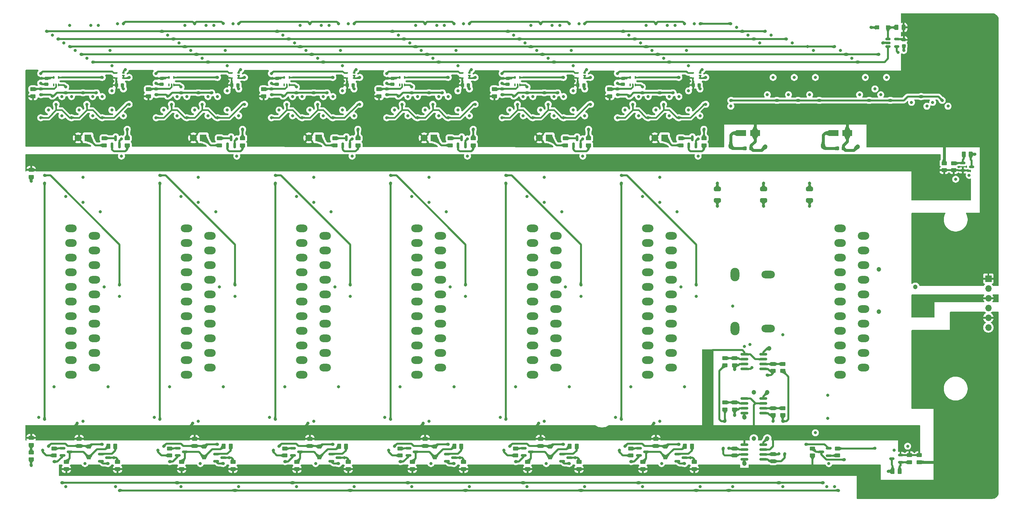
<source format=gtl>
G04 #@! TF.GenerationSoftware,KiCad,Pcbnew,8.0.9-1.fc41*
G04 #@! TF.CreationDate,2025-02-27T22:12:53+00:00*
G04 #@! TF.ProjectId,SCART_switcher,53434152-545f-4737-9769-74636865722e,rev?*
G04 #@! TF.SameCoordinates,Original*
G04 #@! TF.FileFunction,Copper,L1,Top*
G04 #@! TF.FilePolarity,Positive*
%FSLAX46Y46*%
G04 Gerber Fmt 4.6, Leading zero omitted, Abs format (unit mm)*
G04 Created by KiCad (PCBNEW 8.0.9-1.fc41) date 2025-02-27 22:12:53*
%MOMM*%
%LPD*%
G01*
G04 APERTURE LIST*
G04 Aperture macros list*
%AMRoundRect*
0 Rectangle with rounded corners*
0 $1 Rounding radius*
0 $2 $3 $4 $5 $6 $7 $8 $9 X,Y pos of 4 corners*
0 Add a 4 corners polygon primitive as box body*
4,1,4,$2,$3,$4,$5,$6,$7,$8,$9,$2,$3,0*
0 Add four circle primitives for the rounded corners*
1,1,$1+$1,$2,$3*
1,1,$1+$1,$4,$5*
1,1,$1+$1,$6,$7*
1,1,$1+$1,$8,$9*
0 Add four rect primitives between the rounded corners*
20,1,$1+$1,$2,$3,$4,$5,0*
20,1,$1+$1,$4,$5,$6,$7,0*
20,1,$1+$1,$6,$7,$8,$9,0*
20,1,$1+$1,$8,$9,$2,$3,0*%
G04 Aperture macros list end*
G04 #@! TA.AperFunction,SMDPad,CuDef*
%ADD10RoundRect,0.250000X0.450000X-0.262500X0.450000X0.262500X-0.450000X0.262500X-0.450000X-0.262500X0*%
G04 #@! TD*
G04 #@! TA.AperFunction,SMDPad,CuDef*
%ADD11RoundRect,0.250000X0.300000X-0.300000X0.300000X0.300000X-0.300000X0.300000X-0.300000X-0.300000X0*%
G04 #@! TD*
G04 #@! TA.AperFunction,SMDPad,CuDef*
%ADD12RoundRect,0.250000X-0.262500X-0.450000X0.262500X-0.450000X0.262500X0.450000X-0.262500X0.450000X0*%
G04 #@! TD*
G04 #@! TA.AperFunction,SMDPad,CuDef*
%ADD13RoundRect,0.150000X0.150000X-0.587500X0.150000X0.587500X-0.150000X0.587500X-0.150000X-0.587500X0*%
G04 #@! TD*
G04 #@! TA.AperFunction,SMDPad,CuDef*
%ADD14RoundRect,0.250000X0.650000X-0.325000X0.650000X0.325000X-0.650000X0.325000X-0.650000X-0.325000X0*%
G04 #@! TD*
G04 #@! TA.AperFunction,SMDPad,CuDef*
%ADD15RoundRect,0.100000X0.225000X0.100000X-0.225000X0.100000X-0.225000X-0.100000X0.225000X-0.100000X0*%
G04 #@! TD*
G04 #@! TA.AperFunction,SMDPad,CuDef*
%ADD16RoundRect,0.100000X0.100000X-0.225000X0.100000X0.225000X-0.100000X0.225000X-0.100000X-0.225000X0*%
G04 #@! TD*
G04 #@! TA.AperFunction,SMDPad,CuDef*
%ADD17RoundRect,0.250000X-0.450000X0.262500X-0.450000X-0.262500X0.450000X-0.262500X0.450000X0.262500X0*%
G04 #@! TD*
G04 #@! TA.AperFunction,SMDPad,CuDef*
%ADD18RoundRect,0.150000X-0.512500X-0.150000X0.512500X-0.150000X0.512500X0.150000X-0.512500X0.150000X0*%
G04 #@! TD*
G04 #@! TA.AperFunction,SMDPad,CuDef*
%ADD19RoundRect,0.225000X0.225000X0.250000X-0.225000X0.250000X-0.225000X-0.250000X0.225000X-0.250000X0*%
G04 #@! TD*
G04 #@! TA.AperFunction,SMDPad,CuDef*
%ADD20RoundRect,0.225000X-0.250000X0.225000X-0.250000X-0.225000X0.250000X-0.225000X0.250000X0.225000X0*%
G04 #@! TD*
G04 #@! TA.AperFunction,SMDPad,CuDef*
%ADD21RoundRect,0.150000X-0.587500X-0.150000X0.587500X-0.150000X0.587500X0.150000X-0.587500X0.150000X0*%
G04 #@! TD*
G04 #@! TA.AperFunction,SMDPad,CuDef*
%ADD22RoundRect,0.150000X0.825000X0.150000X-0.825000X0.150000X-0.825000X-0.150000X0.825000X-0.150000X0*%
G04 #@! TD*
G04 #@! TA.AperFunction,SMDPad,CuDef*
%ADD23RoundRect,0.225000X-0.225000X-0.250000X0.225000X-0.250000X0.225000X0.250000X-0.225000X0.250000X0*%
G04 #@! TD*
G04 #@! TA.AperFunction,ComponentPad*
%ADD24R,1.800000X1.800000*%
G04 #@! TD*
G04 #@! TA.AperFunction,ComponentPad*
%ADD25C,1.800000*%
G04 #@! TD*
G04 #@! TA.AperFunction,SMDPad,CuDef*
%ADD26RoundRect,0.250000X0.262500X0.450000X-0.262500X0.450000X-0.262500X-0.450000X0.262500X-0.450000X0*%
G04 #@! TD*
G04 #@! TA.AperFunction,ComponentPad*
%ADD27O,3.000000X2.000000*%
G04 #@! TD*
G04 #@! TA.AperFunction,SMDPad,CuDef*
%ADD28RoundRect,0.150000X0.512500X0.150000X-0.512500X0.150000X-0.512500X-0.150000X0.512500X-0.150000X0*%
G04 #@! TD*
G04 #@! TA.AperFunction,SMDPad,CuDef*
%ADD29RoundRect,0.250000X1.050000X0.550000X-1.050000X0.550000X-1.050000X-0.550000X1.050000X-0.550000X0*%
G04 #@! TD*
G04 #@! TA.AperFunction,SMDPad,CuDef*
%ADD30RoundRect,0.250000X-0.300000X-0.300000X0.300000X-0.300000X0.300000X0.300000X-0.300000X0.300000X0*%
G04 #@! TD*
G04 #@! TA.AperFunction,SMDPad,CuDef*
%ADD31RoundRect,0.150000X0.587500X0.150000X-0.587500X0.150000X-0.587500X-0.150000X0.587500X-0.150000X0*%
G04 #@! TD*
G04 #@! TA.AperFunction,ComponentPad*
%ADD32O,3.500000X2.000000*%
G04 #@! TD*
G04 #@! TA.AperFunction,ComponentPad*
%ADD33O,2.300000X3.500000*%
G04 #@! TD*
G04 #@! TA.AperFunction,ComponentPad*
%ADD34R,1.700000X1.700000*%
G04 #@! TD*
G04 #@! TA.AperFunction,ComponentPad*
%ADD35O,1.700000X1.700000*%
G04 #@! TD*
G04 #@! TA.AperFunction,ViaPad*
%ADD36C,0.800000*%
G04 #@! TD*
G04 #@! TA.AperFunction,ViaPad*
%ADD37C,1.200000*%
G04 #@! TD*
G04 #@! TA.AperFunction,Conductor*
%ADD38C,0.400000*%
G04 #@! TD*
G04 #@! TA.AperFunction,Conductor*
%ADD39C,0.800000*%
G04 #@! TD*
G04 #@! TA.AperFunction,Conductor*
%ADD40C,0.500000*%
G04 #@! TD*
G04 #@! TA.AperFunction,Conductor*
%ADD41C,0.134900*%
G04 #@! TD*
G04 APERTURE END LIST*
D10*
X81500000Y-151412500D03*
X81500000Y-149587500D03*
D11*
X150500000Y-151900000D03*
X150500000Y-149100000D03*
D10*
X218750000Y-151412500D03*
X218750000Y-149587500D03*
D12*
X65587500Y-149000000D03*
X67412500Y-149000000D03*
D13*
X36550000Y-70687500D03*
X38450000Y-70687500D03*
X37500000Y-68812500D03*
D14*
X194000000Y-84975000D03*
X194000000Y-82025000D03*
D15*
X189500000Y-53150000D03*
X189500000Y-52500000D03*
X189500000Y-51850000D03*
X187600000Y-51850000D03*
X187600000Y-53150000D03*
D16*
X141350000Y-54950000D03*
X142000000Y-54950000D03*
X142650000Y-54950000D03*
X142650000Y-53050000D03*
X141350000Y-53050000D03*
D17*
X198500000Y-126087500D03*
X198500000Y-127912500D03*
D18*
X238362500Y-43050000D03*
X238362500Y-44000000D03*
X238362500Y-44950000D03*
X240637500Y-44950000D03*
X240637500Y-43050000D03*
D15*
X159500000Y-53150000D03*
X159500000Y-52500000D03*
X159500000Y-51850000D03*
X157600000Y-51850000D03*
X157600000Y-53150000D03*
D17*
X15500000Y-146837500D03*
X15500000Y-148662500D03*
X198500000Y-137587500D03*
X198500000Y-139412500D03*
D19*
X202775000Y-71500000D03*
X201225000Y-71500000D03*
D20*
X109500000Y-53225000D03*
X109500000Y-54775000D03*
D10*
X38000000Y-154912500D03*
X38000000Y-153087500D03*
D11*
X90500000Y-151900000D03*
X90500000Y-149100000D03*
D17*
X244000000Y-151337500D03*
X244000000Y-153162500D03*
D11*
X120500000Y-151900000D03*
X120500000Y-149100000D03*
D10*
X84650000Y-154912500D03*
X84650000Y-153087500D03*
D15*
X129500000Y-53150000D03*
X129500000Y-52500000D03*
X129500000Y-51850000D03*
X127600000Y-51850000D03*
X127600000Y-53150000D03*
D11*
X60500000Y-151900000D03*
X60500000Y-149100000D03*
D21*
X63625000Y-151050000D03*
X63625000Y-152950000D03*
X65500000Y-152000000D03*
X53625000Y-149500000D03*
X53625000Y-151400000D03*
X55500000Y-150450000D03*
X183625000Y-151050000D03*
X183625000Y-152950000D03*
X185500000Y-152000000D03*
D17*
X225250000Y-149587500D03*
X225250000Y-151412500D03*
D12*
X35587500Y-149000000D03*
X37412500Y-149000000D03*
D10*
X184500000Y-70662500D03*
X184500000Y-68837500D03*
X28000000Y-148912500D03*
X28000000Y-147087500D03*
X88000000Y-148912500D03*
X88000000Y-147087500D03*
X54650000Y-154912500D03*
X54650000Y-153087500D03*
D17*
X15500000Y-150587500D03*
X15500000Y-152412500D03*
D22*
X205975000Y-128905000D03*
X205975000Y-127635000D03*
X205975000Y-126365000D03*
X205975000Y-125095000D03*
X201025000Y-125095000D03*
X201025000Y-126365000D03*
X201025000Y-127635000D03*
X201025000Y-128905000D03*
D15*
X99500000Y-53150000D03*
X99500000Y-52500000D03*
X99500000Y-51850000D03*
X97600000Y-51850000D03*
X97600000Y-53150000D03*
D10*
X178000000Y-148912500D03*
X178000000Y-147087500D03*
X174650000Y-154912500D03*
X174650000Y-153087500D03*
D23*
X187725000Y-55000000D03*
X189275000Y-55000000D03*
D10*
X158000000Y-154912500D03*
X158000000Y-153087500D03*
X24650000Y-154912500D03*
X24650000Y-153087500D03*
D11*
X30500000Y-151900000D03*
X30500000Y-149100000D03*
D16*
X81350000Y-54950000D03*
X82000000Y-54950000D03*
X82650000Y-54950000D03*
X82650000Y-53050000D03*
X81350000Y-53050000D03*
D10*
X154500000Y-70662500D03*
X154500000Y-68837500D03*
D20*
X49500000Y-53225000D03*
X49500000Y-54775000D03*
D24*
X30275000Y-68750000D03*
D25*
X27735000Y-68750000D03*
D17*
X253000000Y-75337500D03*
X253000000Y-77162500D03*
D10*
X196000000Y-139412500D03*
X196000000Y-137587500D03*
D13*
X66550000Y-70687500D03*
X68450000Y-70687500D03*
X67500000Y-68812500D03*
D26*
X241412500Y-155500000D03*
X239587500Y-155500000D03*
D21*
X33625000Y-151050000D03*
X33625000Y-152950000D03*
X35500000Y-152000000D03*
D10*
X114650000Y-154912500D03*
X114650000Y-153087500D03*
X68000000Y-154912500D03*
X68000000Y-153087500D03*
D21*
X113625000Y-149500000D03*
X113625000Y-151400000D03*
X115500000Y-150450000D03*
D27*
X25900707Y-130404293D03*
X32000707Y-128499293D03*
X25900707Y-126594293D03*
X32000707Y-124689293D03*
X25900707Y-122784293D03*
X32000707Y-120879293D03*
X25900707Y-118974293D03*
X32000707Y-117069293D03*
X25900707Y-115164293D03*
X32000707Y-113259293D03*
X25900707Y-111354293D03*
X32000707Y-109449293D03*
X25900707Y-107544293D03*
X32000707Y-105639293D03*
X25900707Y-103734293D03*
X32000707Y-101829293D03*
X25900707Y-99924293D03*
X32000707Y-98019293D03*
X25900707Y-96114293D03*
X32000707Y-94209293D03*
X25900707Y-92304293D03*
D18*
X257862500Y-75300000D03*
X257862500Y-77200000D03*
X260137500Y-76250000D03*
D21*
X173625000Y-149500000D03*
X173625000Y-151400000D03*
X175500000Y-150450000D03*
D14*
X206000000Y-84975000D03*
X206000000Y-82025000D03*
D15*
X69500000Y-53150000D03*
X69500000Y-52500000D03*
X69500000Y-51850000D03*
X67600000Y-51850000D03*
X67600000Y-53150000D03*
D27*
X55900707Y-130404293D03*
X62000707Y-128499293D03*
X55900707Y-126594293D03*
X62000707Y-124689293D03*
X55900707Y-122784293D03*
X62000707Y-120879293D03*
X55900707Y-118974293D03*
X62000707Y-117069293D03*
X55900707Y-115164293D03*
X62000707Y-113259293D03*
X55900707Y-111354293D03*
X62000707Y-109449293D03*
X55900707Y-107544293D03*
X62000707Y-105639293D03*
X55900707Y-103734293D03*
X62000707Y-101829293D03*
X55900707Y-99924293D03*
X62000707Y-98019293D03*
X55900707Y-96114293D03*
X62000707Y-94209293D03*
X55900707Y-92304293D03*
D28*
X241637500Y-153200000D03*
X241637500Y-151300000D03*
X239362500Y-152250000D03*
D13*
X126550000Y-70687500D03*
X128450000Y-70687500D03*
X127500000Y-68812500D03*
D24*
X180275000Y-68750000D03*
D25*
X177735000Y-68750000D03*
D12*
X155587500Y-149000000D03*
X157412500Y-149000000D03*
D16*
X51350000Y-54950000D03*
X52000000Y-54950000D03*
X52650000Y-54950000D03*
X52650000Y-53050000D03*
X51350000Y-53050000D03*
D17*
X208500000Y-127587500D03*
X208500000Y-129412500D03*
D23*
X97725000Y-55000000D03*
X99275000Y-55000000D03*
D27*
X175900707Y-130404293D03*
X182000707Y-128499293D03*
X175900707Y-126594293D03*
X182000707Y-124689293D03*
X175900707Y-122784293D03*
X182000707Y-120879293D03*
X175900707Y-118974293D03*
X182000707Y-117069293D03*
X175900707Y-115164293D03*
X182000707Y-113259293D03*
X175900707Y-111354293D03*
X182000707Y-109449293D03*
X175900707Y-107544293D03*
X182000707Y-105639293D03*
X175900707Y-103734293D03*
X182000707Y-101829293D03*
X175900707Y-99924293D03*
X182000707Y-98019293D03*
X175900707Y-96114293D03*
X182000707Y-94209293D03*
X175900707Y-92304293D03*
D10*
X128000000Y-154912500D03*
X128000000Y-153087500D03*
D17*
X40500000Y-68837500D03*
X40500000Y-70662500D03*
D24*
X60275000Y-68750000D03*
D25*
X57735000Y-68750000D03*
D17*
X130500000Y-68837500D03*
X130500000Y-70662500D03*
D10*
X118000000Y-148912500D03*
X118000000Y-147087500D03*
D13*
X96550000Y-70687500D03*
X98450000Y-70687500D03*
X97500000Y-68812500D03*
D21*
X23625000Y-149500000D03*
X23625000Y-151400000D03*
X25500000Y-150450000D03*
D16*
X171350000Y-54950000D03*
X172000000Y-54950000D03*
X172650000Y-54950000D03*
X172650000Y-53050000D03*
X171350000Y-53050000D03*
D23*
X67725000Y-55000000D03*
X69275000Y-55000000D03*
D10*
X98000000Y-154912500D03*
X98000000Y-153087500D03*
D12*
X185587500Y-149000000D03*
X187412500Y-149000000D03*
D17*
X208500000Y-151087500D03*
X208500000Y-152912500D03*
X190500000Y-68837500D03*
X190500000Y-70662500D03*
D10*
X16000000Y-57912500D03*
X16000000Y-56087500D03*
X255500000Y-77162500D03*
X255500000Y-75337500D03*
D17*
X70500000Y-68837500D03*
X70500000Y-70662500D03*
D21*
X83625000Y-149500000D03*
X83625000Y-151400000D03*
X85500000Y-150450000D03*
D10*
X21500000Y-151412500D03*
X21500000Y-149587500D03*
D20*
X19500000Y-53225000D03*
X19500000Y-54775000D03*
D29*
X203800000Y-67500000D03*
X200200000Y-67500000D03*
D30*
X235600000Y-40000000D03*
X238400000Y-40000000D03*
D13*
X156550000Y-70687500D03*
X158450000Y-70687500D03*
X157500000Y-68812500D03*
D10*
X211000000Y-140912500D03*
X211000000Y-139087500D03*
D17*
X100500000Y-68837500D03*
X100500000Y-70662500D03*
D10*
X58000000Y-148912500D03*
X58000000Y-147087500D03*
X166000000Y-57912500D03*
X166000000Y-56087500D03*
D24*
X150275000Y-68750000D03*
D25*
X147735000Y-68750000D03*
D17*
X198500000Y-149587500D03*
X198500000Y-151412500D03*
D10*
X106000000Y-57912500D03*
X106000000Y-56087500D03*
D21*
X123625000Y-151050000D03*
X123625000Y-152950000D03*
X125500000Y-152000000D03*
D12*
X95587500Y-149000000D03*
X97412500Y-149000000D03*
D10*
X141500000Y-151412500D03*
X141500000Y-149587500D03*
X34500000Y-70662500D03*
X34500000Y-68837500D03*
X51500000Y-151412500D03*
X51500000Y-149587500D03*
D16*
X111350000Y-54950000D03*
X112000000Y-54950000D03*
X112650000Y-54950000D03*
X112650000Y-53050000D03*
X111350000Y-53050000D03*
D10*
X211000000Y-129412500D03*
X211000000Y-127587500D03*
D21*
X153625000Y-151050000D03*
X153625000Y-152950000D03*
X155500000Y-152000000D03*
D20*
X139500000Y-53225000D03*
X139500000Y-54775000D03*
D22*
X205975000Y-140405000D03*
X205975000Y-139135000D03*
X205975000Y-137865000D03*
X205975000Y-136595000D03*
X201025000Y-136595000D03*
X201025000Y-137865000D03*
X201025000Y-139135000D03*
X201025000Y-140405000D03*
D31*
X222937500Y-151450000D03*
X222937500Y-149550000D03*
X221062500Y-150500000D03*
D10*
X196000000Y-127912500D03*
X196000000Y-126087500D03*
D27*
X85900707Y-130404293D03*
X92000707Y-128499293D03*
X85900707Y-126594293D03*
X92000707Y-124689293D03*
X85900707Y-122784293D03*
X92000707Y-120879293D03*
X85900707Y-118974293D03*
X92000707Y-117069293D03*
X85900707Y-115164293D03*
X92000707Y-113259293D03*
X85900707Y-111354293D03*
X92000707Y-109449293D03*
X85900707Y-107544293D03*
X92000707Y-105639293D03*
X85900707Y-103734293D03*
X92000707Y-101829293D03*
X85900707Y-99924293D03*
X92000707Y-98019293D03*
X85900707Y-96114293D03*
X92000707Y-94209293D03*
X85900707Y-92304293D03*
X115900707Y-130404293D03*
X122000707Y-128499293D03*
X115900707Y-126594293D03*
X122000707Y-124689293D03*
X115900707Y-122784293D03*
X122000707Y-120879293D03*
X115900707Y-118974293D03*
X122000707Y-117069293D03*
X115900707Y-115164293D03*
X122000707Y-113259293D03*
X115900707Y-111354293D03*
X122000707Y-109449293D03*
X115900707Y-107544293D03*
X122000707Y-105639293D03*
X115900707Y-103734293D03*
X122000707Y-101829293D03*
X115900707Y-99924293D03*
X122000707Y-98019293D03*
X115900707Y-96114293D03*
X122000707Y-94209293D03*
X115900707Y-92304293D03*
D15*
X39500000Y-53150000D03*
X39500000Y-52500000D03*
X39500000Y-51850000D03*
X37600000Y-51850000D03*
X37600000Y-53150000D03*
D32*
X207250707Y-118354293D03*
D33*
X198550707Y-118354293D03*
D23*
X37725000Y-55000000D03*
X39275000Y-55000000D03*
X157725000Y-55000000D03*
X159275000Y-55000000D03*
D10*
X124500000Y-70662500D03*
X124500000Y-68837500D03*
D17*
X208500000Y-139087500D03*
X208500000Y-140912500D03*
X15500000Y-77087500D03*
X15500000Y-78912500D03*
D10*
X171500000Y-151412500D03*
X171500000Y-149587500D03*
X111500000Y-151412500D03*
X111500000Y-149587500D03*
D26*
X242412500Y-40000000D03*
X240587500Y-40000000D03*
D11*
X180500000Y-151900000D03*
X180500000Y-149100000D03*
D12*
X125587500Y-149000000D03*
X127412500Y-149000000D03*
D20*
X79500000Y-53225000D03*
X79500000Y-54775000D03*
D32*
X207250707Y-104354293D03*
D33*
X198550707Y-104354293D03*
D16*
X21350000Y-54950000D03*
X22000000Y-54950000D03*
X22650000Y-54950000D03*
X22650000Y-53050000D03*
X21350000Y-53050000D03*
D10*
X64500000Y-70662500D03*
X64500000Y-68837500D03*
X144650000Y-154912500D03*
X144650000Y-153087500D03*
X94500000Y-70662500D03*
X94500000Y-68837500D03*
D13*
X186550000Y-70687500D03*
X188450000Y-70687500D03*
X187500000Y-68812500D03*
D17*
X160500000Y-68837500D03*
X160500000Y-70662500D03*
D27*
X225900707Y-130404293D03*
X232000707Y-128499293D03*
X225900707Y-126594293D03*
X232000707Y-124689293D03*
X225900707Y-122784293D03*
X232000707Y-120879293D03*
X225900707Y-118974293D03*
X232000707Y-117069293D03*
X225900707Y-115164293D03*
X232000707Y-113259293D03*
X225900707Y-111354293D03*
X232000707Y-109449293D03*
X225900707Y-107544293D03*
X232000707Y-105639293D03*
X225900707Y-103734293D03*
X232000707Y-101829293D03*
X225900707Y-99924293D03*
X232000707Y-98019293D03*
X225900707Y-96114293D03*
X232000707Y-94209293D03*
X225900707Y-92304293D03*
D22*
X205975000Y-152405000D03*
X205975000Y-151135000D03*
X205975000Y-149865000D03*
X205975000Y-148595000D03*
X201025000Y-148595000D03*
X201025000Y-149865000D03*
X201025000Y-151135000D03*
X201025000Y-152405000D03*
D24*
X120275000Y-68750000D03*
D25*
X117735000Y-68750000D03*
D10*
X76000000Y-57912500D03*
X76000000Y-56087500D03*
D14*
X218000000Y-84975000D03*
X218000000Y-82025000D03*
D10*
X246500000Y-153162500D03*
X246500000Y-151337500D03*
D29*
X227800000Y-67500000D03*
X224200000Y-67500000D03*
D24*
X90275000Y-68750000D03*
D25*
X87735000Y-68750000D03*
D27*
X145900707Y-130404293D03*
X152000707Y-128499293D03*
X145900707Y-126594293D03*
X152000707Y-124689293D03*
X145900707Y-122784293D03*
X152000707Y-120879293D03*
X145900707Y-118974293D03*
X152000707Y-117069293D03*
X145900707Y-115164293D03*
X152000707Y-113259293D03*
X145900707Y-111354293D03*
X152000707Y-109449293D03*
X145900707Y-107544293D03*
X152000707Y-105639293D03*
X145900707Y-103734293D03*
X152000707Y-101829293D03*
X145900707Y-99924293D03*
X152000707Y-98019293D03*
X145900707Y-96114293D03*
X152000707Y-94209293D03*
X145900707Y-92304293D03*
D10*
X188000000Y-154912500D03*
X188000000Y-153087500D03*
D19*
X226775000Y-71500000D03*
X225225000Y-71500000D03*
D12*
X258087500Y-73000000D03*
X259912500Y-73000000D03*
D20*
X169500000Y-53225000D03*
X169500000Y-54775000D03*
D21*
X93625000Y-151050000D03*
X93625000Y-152950000D03*
X95500000Y-152000000D03*
D20*
X242500000Y-43225000D03*
X242500000Y-44775000D03*
D23*
X127725000Y-55000000D03*
X129275000Y-55000000D03*
D10*
X46000000Y-57912500D03*
X46000000Y-56087500D03*
X148000000Y-148912500D03*
X148000000Y-147087500D03*
D21*
X143625000Y-149500000D03*
X143625000Y-151400000D03*
X145500000Y-150450000D03*
D10*
X136000000Y-57912500D03*
X136000000Y-56087500D03*
D34*
X264500000Y-105380000D03*
D35*
X264500000Y-107920000D03*
X264500000Y-110460000D03*
X264500000Y-113000000D03*
X264500000Y-115540000D03*
X264500000Y-118080000D03*
D36*
X35500000Y-54500000D03*
X64000000Y-62000000D03*
X94000000Y-62000000D03*
X215500000Y-53000000D03*
X129500000Y-64500000D03*
X53500000Y-64500000D03*
X45000000Y-53000000D03*
X23500000Y-64500000D03*
D37*
X246000000Y-95500000D03*
D36*
X143500000Y-64500000D03*
X151500000Y-64500000D03*
X184000000Y-62000000D03*
X15000000Y-52000000D03*
X234000000Y-53000000D03*
X35500000Y-55500000D03*
X121500000Y-64500000D03*
X155500000Y-55500000D03*
X189500000Y-64500000D03*
X116000000Y-62000000D03*
X69500000Y-64500000D03*
X165000000Y-53000000D03*
X250000000Y-63500000D03*
X39500000Y-64500000D03*
X31500000Y-64500000D03*
X176000000Y-62000000D03*
X26000000Y-62000000D03*
X154000000Y-62000000D03*
X125500000Y-54500000D03*
X244500000Y-63500000D03*
X15000000Y-53000000D03*
X86000000Y-62000000D03*
X99500000Y-64500000D03*
X105000000Y-53000000D03*
X95500000Y-54500000D03*
D37*
X206500000Y-71000000D03*
D36*
X165000000Y-52000000D03*
X239500000Y-53000000D03*
X185500000Y-55500000D03*
X56000000Y-62000000D03*
X135000000Y-53000000D03*
X65500000Y-54500000D03*
X181500000Y-64500000D03*
X83500000Y-64500000D03*
X75000000Y-52000000D03*
X221000000Y-53000000D03*
X146000000Y-62000000D03*
D37*
X230500000Y-71000000D03*
D36*
X124000000Y-62000000D03*
X91500000Y-64500000D03*
X185500000Y-54500000D03*
X159500000Y-64500000D03*
X34000000Y-62000000D03*
X105000000Y-52000000D03*
X210000000Y-53000000D03*
X61500000Y-64500000D03*
X113500000Y-64500000D03*
X173500000Y-64500000D03*
X65500000Y-55500000D03*
X135000000Y-52000000D03*
X75000000Y-53000000D03*
X125500000Y-55500000D03*
X45000000Y-52000000D03*
X155500000Y-54500000D03*
X95500000Y-55500000D03*
X219000000Y-46000000D03*
X83500000Y-58000000D03*
X144500000Y-159500000D03*
X51500000Y-153000000D03*
X234000000Y-40000000D03*
X84500000Y-55500000D03*
X222500000Y-159500000D03*
X156000000Y-46000000D03*
X47500000Y-141500000D03*
X126500000Y-50000000D03*
X98000000Y-39000000D03*
X96500000Y-50000000D03*
X34500000Y-107500000D03*
X174500000Y-84000000D03*
X123500000Y-88000000D03*
X159000000Y-69000000D03*
X89000000Y-142500000D03*
X240000000Y-150000000D03*
X144500000Y-84000000D03*
X121000000Y-39500000D03*
X155500000Y-153500000D03*
X21500000Y-153000000D03*
X143500000Y-63000000D03*
X184500000Y-107500000D03*
X24500000Y-84000000D03*
X31500000Y-63000000D03*
X28000000Y-61500000D03*
X99500000Y-159500000D03*
X186000000Y-46000000D03*
X36000000Y-46000000D03*
X177000000Y-46000000D03*
X66000000Y-46000000D03*
X151500000Y-63000000D03*
X23500000Y-63000000D03*
X30000000Y-48000000D03*
X202500000Y-122500000D03*
X151000000Y-39500000D03*
D37*
X245500000Y-107500000D03*
D36*
X190000000Y-51000000D03*
X179000000Y-79000000D03*
X48000000Y-54500000D03*
X39500000Y-56000000D03*
X38000000Y-39000000D03*
X211000000Y-120000000D03*
X159000000Y-73500000D03*
X178000000Y-61500000D03*
X125500000Y-153500000D03*
X29000000Y-85500000D03*
D37*
X207000000Y-135000000D03*
D36*
X171500000Y-153000000D03*
X154500000Y-107500000D03*
X36500000Y-56500000D03*
X138000000Y-54500000D03*
X53500000Y-63000000D03*
X56000000Y-58000000D03*
X151500000Y-58000000D03*
X149000000Y-142500000D03*
X94000000Y-58000000D03*
X224500000Y-159500000D03*
X129500000Y-63000000D03*
X198000000Y-112500000D03*
X173500000Y-58000000D03*
X51000000Y-42000000D03*
X243500000Y-149000000D03*
X186500000Y-50000000D03*
X78000000Y-54500000D03*
X141500000Y-133500000D03*
X128000000Y-39000000D03*
X113500000Y-63000000D03*
X113500000Y-58000000D03*
X212500000Y-57500000D03*
X77500000Y-141500000D03*
X111500000Y-153000000D03*
X26000000Y-58000000D03*
X84000000Y-44000000D03*
X114500000Y-55500000D03*
X219500000Y-53000000D03*
X238500000Y-155500000D03*
X207000000Y-57500000D03*
X156500000Y-50000000D03*
X198000000Y-159500000D03*
X208500000Y-53000000D03*
X54500000Y-84000000D03*
X80000000Y-61500000D03*
X144000000Y-44000000D03*
X24000000Y-44000000D03*
X128500000Y-110000000D03*
X59000000Y-85500000D03*
X37500000Y-159500000D03*
X50000000Y-61500000D03*
X261000000Y-73000000D03*
X174500000Y-159500000D03*
X90000000Y-48000000D03*
X39500000Y-63000000D03*
X179000000Y-142500000D03*
X24500000Y-159500000D03*
X159500000Y-56000000D03*
X186500000Y-56500000D03*
X96500000Y-56500000D03*
X86000000Y-58000000D03*
X85500000Y-39500000D03*
X223000000Y-153500000D03*
X146000000Y-58000000D03*
X38500000Y-110000000D03*
X93500000Y-88000000D03*
X65500000Y-133500000D03*
D37*
X203500000Y-135000000D03*
D36*
X81500000Y-153000000D03*
X211000000Y-159500000D03*
X205000000Y-44000000D03*
X159500000Y-159500000D03*
X119000000Y-79000000D03*
X120000000Y-48000000D03*
X69500000Y-56000000D03*
X201000000Y-123000000D03*
X99500000Y-56000000D03*
X180000000Y-48000000D03*
X186500000Y-61500000D03*
X91500000Y-63000000D03*
X129500000Y-56000000D03*
D37*
X207000000Y-147000000D03*
X236000000Y-114000000D03*
D36*
X137500000Y-141500000D03*
X63500000Y-88000000D03*
X69500000Y-63000000D03*
X57000000Y-46000000D03*
X188000000Y-39000000D03*
X185500000Y-133500000D03*
X160000000Y-51000000D03*
X141500000Y-153000000D03*
X189500000Y-159500000D03*
X229000000Y-48000000D03*
X23500000Y-58000000D03*
X88000000Y-61500000D03*
X155500000Y-133500000D03*
X95500000Y-133500000D03*
X126000000Y-46000000D03*
X118000000Y-61500000D03*
X111000000Y-42000000D03*
X188500000Y-110000000D03*
X20000000Y-61500000D03*
X183000000Y-39500000D03*
X143500000Y-58000000D03*
X123000000Y-39500000D03*
X144500000Y-55500000D03*
X237000000Y-44000000D03*
X95500000Y-153500000D03*
X15500000Y-80000000D03*
X242500000Y-46000000D03*
X175500000Y-39500000D03*
X59000000Y-142500000D03*
X121500000Y-58000000D03*
X232500000Y-53000000D03*
X130000000Y-51000000D03*
X66500000Y-50000000D03*
X231000000Y-57500000D03*
X55500000Y-39500000D03*
X107500000Y-141500000D03*
D37*
X221500000Y-71000000D03*
D36*
X84500000Y-159500000D03*
X99500000Y-63000000D03*
X121500000Y-63000000D03*
D37*
X203500000Y-147000000D03*
D36*
X59000000Y-79000000D03*
X154000000Y-58000000D03*
X65500000Y-153500000D03*
X174500000Y-55500000D03*
X148000000Y-61500000D03*
X183500000Y-88000000D03*
X29500000Y-153503529D03*
X145500000Y-39500000D03*
X24500000Y-55500000D03*
X236500000Y-57500000D03*
X222750000Y-135750000D03*
X81500000Y-133500000D03*
X110000000Y-61500000D03*
X217000000Y-148500000D03*
X114500000Y-159500000D03*
X235000000Y-56000000D03*
X189000000Y-73500000D03*
X256000000Y-79500000D03*
X59500000Y-153503529D03*
X189500000Y-56000000D03*
X29000000Y-142500000D03*
X34000000Y-58000000D03*
X213500000Y-44000000D03*
X119500000Y-153503529D03*
X214000000Y-53000000D03*
X81000000Y-42000000D03*
X35500000Y-133500000D03*
X129500000Y-159500000D03*
X156500000Y-56500000D03*
X226000000Y-46000000D03*
X141000000Y-42000000D03*
X33500000Y-88000000D03*
X40000000Y-51000000D03*
X53500000Y-58000000D03*
D37*
X197500000Y-71000000D03*
D36*
X39000000Y-73500000D03*
X83500000Y-63000000D03*
X171000000Y-42000000D03*
X153000000Y-39500000D03*
X117000000Y-46000000D03*
X15500000Y-154000000D03*
X208000000Y-42000000D03*
X189500000Y-63000000D03*
X68500000Y-110000000D03*
X69500000Y-159500000D03*
X96000000Y-46000000D03*
X219500000Y-145500000D03*
X116000000Y-58000000D03*
X54500000Y-159500000D03*
X33000000Y-39500000D03*
X189000000Y-69000000D03*
X36500000Y-61500000D03*
X60000000Y-48000000D03*
X25500000Y-39500000D03*
X222750000Y-141750000D03*
X179500000Y-153503529D03*
X61500000Y-63000000D03*
X129000000Y-69000000D03*
X94500000Y-107500000D03*
X89000000Y-79000000D03*
X174000000Y-44000000D03*
X167500000Y-141500000D03*
X17500000Y-141500000D03*
X100000000Y-51000000D03*
X93000000Y-39500000D03*
X147000000Y-46000000D03*
X248500000Y-60500000D03*
X54500000Y-55500000D03*
X181000000Y-39500000D03*
X99000000Y-69000000D03*
X119000000Y-85500000D03*
X66500000Y-56500000D03*
X87000000Y-46000000D03*
X250000000Y-59500000D03*
X181500000Y-63000000D03*
X21000000Y-42000000D03*
X126500000Y-56500000D03*
X150000000Y-48000000D03*
X199000000Y-40000000D03*
X156500000Y-61500000D03*
X108000000Y-54500000D03*
X64500000Y-107500000D03*
X129000000Y-73500000D03*
X114000000Y-44000000D03*
X70000000Y-51000000D03*
X259500000Y-78500000D03*
X66500000Y-61500000D03*
X202000000Y-42000000D03*
X197500000Y-60500000D03*
X31500000Y-58000000D03*
X36500000Y-50000000D03*
X168000000Y-54500000D03*
X181500000Y-58000000D03*
X218000000Y-57500000D03*
X119000000Y-142500000D03*
D37*
X236000000Y-103000000D03*
D36*
X69000000Y-69000000D03*
X176000000Y-58000000D03*
X111500000Y-133500000D03*
X149500000Y-153503529D03*
X170000000Y-61500000D03*
X35500000Y-153500000D03*
X149000000Y-79000000D03*
X51500000Y-133500000D03*
X244500000Y-59500000D03*
X68000000Y-39000000D03*
D37*
X207500000Y-123500000D03*
D36*
X171500000Y-133500000D03*
X158000000Y-39000000D03*
X149000000Y-85500000D03*
X126500000Y-61500000D03*
X99000000Y-73500000D03*
X173500000Y-63000000D03*
X29000000Y-79000000D03*
X184000000Y-58000000D03*
X115500000Y-39500000D03*
X114500000Y-84000000D03*
X140000000Y-61500000D03*
X158500000Y-110000000D03*
X54000000Y-44000000D03*
X84500000Y-84000000D03*
X96500000Y-61500000D03*
X124000000Y-58000000D03*
X21500000Y-133500000D03*
X89000000Y-85500000D03*
X58000000Y-61500000D03*
X91500000Y-58000000D03*
X98500000Y-110000000D03*
X238000000Y-53000000D03*
X31000000Y-39500000D03*
X61500000Y-58000000D03*
X153500000Y-88000000D03*
X124500000Y-107500000D03*
X39000000Y-69000000D03*
X61000000Y-39500000D03*
X125500000Y-133500000D03*
X18000000Y-54500000D03*
X185500000Y-153500000D03*
X179000000Y-85500000D03*
X63000000Y-39500000D03*
X89500000Y-153503529D03*
X64000000Y-58000000D03*
X91000000Y-39500000D03*
X159500000Y-63000000D03*
X254000000Y-60500000D03*
X69000000Y-73500000D03*
X27000000Y-46000000D03*
X63000000Y-156000000D03*
D37*
X201000000Y-141500000D03*
D36*
X153000000Y-156000000D03*
X33000000Y-156000000D03*
D37*
X205000000Y-154500000D03*
D36*
X93000000Y-156000000D03*
D37*
X201000000Y-153500000D03*
X199000000Y-155500000D03*
D36*
X203000000Y-128500000D03*
D37*
X192500000Y-155500000D03*
D36*
X183000000Y-156000000D03*
X123000000Y-156000000D03*
X226500000Y-156000000D03*
X108000000Y-57500000D03*
X159000000Y-75000000D03*
X139000000Y-75000000D03*
X21000000Y-57900000D03*
X114500000Y-57000000D03*
X54500000Y-57000000D03*
X119000000Y-57000000D03*
X141000000Y-57900000D03*
D37*
X226000000Y-76500000D03*
D36*
X79000000Y-75000000D03*
X111000000Y-57900000D03*
X18000000Y-57500000D03*
X171000000Y-57900000D03*
X79000000Y-74000000D03*
X24500000Y-57000000D03*
X168000000Y-57500000D03*
X152500000Y-57000000D03*
X124500000Y-73500000D03*
X49000000Y-75000000D03*
D37*
X202000000Y-76500000D03*
D36*
X122500000Y-57000000D03*
X144500000Y-57000000D03*
X189000000Y-75000000D03*
X62500000Y-57000000D03*
X109000000Y-74000000D03*
X23500000Y-73500000D03*
X19000000Y-75000000D03*
X109000000Y-75000000D03*
X48000000Y-57500000D03*
X139000000Y-74000000D03*
X39000000Y-75000000D03*
X169000000Y-74000000D03*
X184500000Y-73500000D03*
X59000000Y-57000000D03*
X143500000Y-73500000D03*
X83500000Y-73500000D03*
X19000000Y-74000000D03*
X53500000Y-73500000D03*
X64500000Y-73500000D03*
X149000000Y-57000000D03*
X169000000Y-75000000D03*
X179000000Y-57000000D03*
X94500000Y-73500000D03*
X49000000Y-74000000D03*
X173500000Y-73500000D03*
X254500000Y-84000000D03*
X69000000Y-75000000D03*
X92500000Y-57000000D03*
X29000000Y-57000000D03*
X81000000Y-57900000D03*
X138000000Y-57500000D03*
X89000000Y-57000000D03*
X258500000Y-82000000D03*
X182500000Y-57000000D03*
X84500000Y-57000000D03*
X154500000Y-73500000D03*
X129000000Y-75000000D03*
X78000000Y-57500000D03*
X113500000Y-73500000D03*
X99000000Y-75000000D03*
X51000000Y-57900000D03*
X34500000Y-73500000D03*
D37*
X236000000Y-75000000D03*
D36*
X174500000Y-57000000D03*
X32500000Y-57000000D03*
D37*
X213500000Y-75000000D03*
D36*
X229000000Y-146500000D03*
X67500000Y-145000000D03*
X37500000Y-146000000D03*
X177500000Y-143000000D03*
X215500000Y-146500000D03*
X37500000Y-145000000D03*
X24000000Y-146500000D03*
X27500000Y-143000000D03*
X157500000Y-145000000D03*
X147500000Y-143000000D03*
X84000000Y-146500000D03*
X174000000Y-146500000D03*
X87500000Y-143000000D03*
X97500000Y-145000000D03*
X97500000Y-146000000D03*
X144000000Y-146500000D03*
X114000000Y-146500000D03*
X157500000Y-146000000D03*
X187500000Y-146000000D03*
X67500000Y-146000000D03*
X57500000Y-143000000D03*
X245000000Y-144500000D03*
X117500000Y-143000000D03*
X54000000Y-146500000D03*
X127500000Y-146000000D03*
X127500000Y-145000000D03*
X241000000Y-146500000D03*
X187500000Y-145000000D03*
X112500000Y-43000000D03*
X142500000Y-43000000D03*
X82500000Y-43000000D03*
X22500000Y-43000000D03*
X203500000Y-43000000D03*
X212000000Y-43000000D03*
X52500000Y-43000000D03*
X172500000Y-43000000D03*
X55500000Y-45000000D03*
X145500000Y-45000000D03*
X217500000Y-45000000D03*
X85500000Y-45000000D03*
X115500000Y-45000000D03*
X175500000Y-45000000D03*
X224500000Y-45000000D03*
X25500000Y-45000000D03*
X109500000Y-41000000D03*
X200500000Y-41000000D03*
X19500000Y-41000000D03*
X79500000Y-41000000D03*
X206500000Y-41000000D03*
X169500000Y-41000000D03*
X49500000Y-41000000D03*
X139500000Y-41000000D03*
X58500000Y-47000000D03*
X118500000Y-47000000D03*
X148500000Y-47000000D03*
X236000000Y-47000000D03*
X28500000Y-47000000D03*
X178500000Y-47000000D03*
X88500000Y-47000000D03*
X227500000Y-47000000D03*
X121500000Y-49000000D03*
X181500000Y-49000000D03*
X31500000Y-49000000D03*
X91500000Y-49000000D03*
X151500000Y-49000000D03*
X230500000Y-49000000D03*
X61500000Y-49000000D03*
D37*
X245500000Y-114500000D03*
X249500000Y-112000000D03*
D36*
X34000000Y-148500000D03*
X20000000Y-149000000D03*
X158500000Y-160500000D03*
X128500000Y-160500000D03*
X188500000Y-160500000D03*
X38500000Y-160500000D03*
X68500000Y-160500000D03*
X98500000Y-160500000D03*
X197000000Y-149500000D03*
X225500000Y-160500000D03*
X197000000Y-160500000D03*
X53500000Y-158500000D03*
X221500000Y-158500000D03*
X113500000Y-158500000D03*
X210000000Y-151000000D03*
X210000000Y-158500000D03*
X83500000Y-158500000D03*
X23500000Y-158500000D03*
X173500000Y-158500000D03*
X143500000Y-158500000D03*
X19000000Y-78500000D03*
X38500000Y-107000000D03*
X18000000Y-56000000D03*
X37000000Y-152000000D03*
X40500000Y-66500000D03*
X19000000Y-80500000D03*
X18000000Y-52000000D03*
X19000000Y-142000000D03*
X18500000Y-150000000D03*
X34000000Y-53000000D03*
X26000000Y-63500000D03*
X18000000Y-63500000D03*
X41000000Y-60000000D03*
X30000000Y-60000000D03*
X41000000Y-53000000D03*
X34000000Y-63500000D03*
X22000000Y-60000000D03*
X58000000Y-39000000D03*
X65486833Y-38985508D03*
X39500000Y-39000000D03*
X208500000Y-142500000D03*
X198500000Y-141000000D03*
X198500000Y-129000000D03*
X207000000Y-130500000D03*
X206000000Y-86500000D03*
X206000000Y-80500000D03*
X218000000Y-80500000D03*
X218000000Y-86500000D03*
X194000000Y-80500000D03*
X194000000Y-86500000D03*
X64000000Y-148500000D03*
X50000000Y-149000000D03*
X94000000Y-148500000D03*
X80000000Y-149000000D03*
X124000000Y-148500000D03*
X110000000Y-149000000D03*
X140000000Y-149000000D03*
X154000000Y-148500000D03*
X184000000Y-148500000D03*
X170000000Y-149000000D03*
X227000000Y-152500000D03*
X49000000Y-78500000D03*
X48000000Y-56000000D03*
X68500000Y-107000000D03*
X79000000Y-78500000D03*
X98500000Y-107000000D03*
X78000000Y-56000000D03*
X128500000Y-107000000D03*
X108000000Y-56000000D03*
X109000000Y-78500000D03*
X139000000Y-78500000D03*
X158500000Y-107000000D03*
X138000000Y-56000000D03*
X168000000Y-56000000D03*
X188500000Y-107000000D03*
X169000000Y-78500000D03*
X67000000Y-152000000D03*
X97000000Y-152000000D03*
X127000000Y-152000000D03*
X157000000Y-152000000D03*
X187000000Y-152000000D03*
X235000000Y-149500000D03*
X70500000Y-66500000D03*
X100500000Y-66500000D03*
X130500000Y-66500000D03*
X160500000Y-66500000D03*
X190500000Y-66500000D03*
X211500000Y-151000000D03*
X211000000Y-142500000D03*
X195500000Y-149500000D03*
X196000000Y-142500000D03*
X241000000Y-46500000D03*
X49000000Y-142000000D03*
X48500000Y-150000000D03*
X49000000Y-80500000D03*
X48000000Y-52000000D03*
X79000000Y-80500000D03*
X78500000Y-150000000D03*
X79000000Y-142000000D03*
X78000000Y-52000000D03*
X109000000Y-80500000D03*
X108500000Y-150000000D03*
X109000000Y-142000000D03*
X108000000Y-52000000D03*
X139000000Y-142000000D03*
X139000000Y-80500000D03*
X138000000Y-52000000D03*
X138500000Y-150000000D03*
X168000000Y-52000000D03*
X168500000Y-150000000D03*
X169000000Y-142000000D03*
X169000000Y-80500000D03*
X60000000Y-60000000D03*
X56000000Y-63500000D03*
X71000000Y-60000000D03*
X52000000Y-60000000D03*
X48000000Y-63500000D03*
X64000000Y-63500000D03*
X71000000Y-53000000D03*
X101000000Y-53000000D03*
X90000000Y-60000000D03*
X82000000Y-60000000D03*
X78000000Y-63500000D03*
X101000000Y-60000000D03*
X86000000Y-63500000D03*
X94000000Y-63500000D03*
X120000000Y-60000000D03*
X131000000Y-53000000D03*
X124000000Y-63500000D03*
X116000000Y-63500000D03*
X112000000Y-60000000D03*
X131000000Y-60000000D03*
X108000000Y-63500000D03*
X146000000Y-63500000D03*
X161000000Y-60000000D03*
X154000000Y-63500000D03*
X150000000Y-60000000D03*
X142000000Y-60000000D03*
X138000000Y-63500000D03*
X161000000Y-53000000D03*
X184000000Y-63500000D03*
X180000000Y-60000000D03*
X168000000Y-63500000D03*
X172000000Y-60000000D03*
X191000000Y-60000000D03*
X176000000Y-63500000D03*
X191000000Y-53000000D03*
X64000000Y-53000000D03*
X69500000Y-39000000D03*
X95500000Y-39000000D03*
X88013167Y-39014492D03*
X94000000Y-53000000D03*
X125500000Y-39000000D03*
X118013167Y-39014492D03*
X99500000Y-39000000D03*
X124000000Y-53000000D03*
X155500000Y-39000000D03*
X129500000Y-39000000D03*
X148013167Y-39014492D03*
X154000000Y-53000000D03*
X178013167Y-39014492D03*
X185500000Y-39000000D03*
X159500000Y-39000000D03*
X184000000Y-53000000D03*
X215000000Y-59000000D03*
X197500000Y-59000000D03*
X189500000Y-39000000D03*
X247000000Y-58000000D03*
X209500000Y-59000000D03*
X197500000Y-39000000D03*
X220500000Y-59000000D03*
X252500000Y-59000000D03*
X233500000Y-59000000D03*
X239000000Y-59000000D03*
D38*
X67600000Y-53150000D02*
X67600000Y-54875000D01*
D39*
X227800000Y-69700000D02*
X226775000Y-70725000D01*
D38*
X19675000Y-53050000D02*
X19500000Y-53225000D01*
X81350000Y-53050000D02*
X79675000Y-53050000D01*
X187600000Y-54875000D02*
X187725000Y-55000000D01*
X157600000Y-53150000D02*
X157600000Y-54875000D01*
X111350000Y-53050000D02*
X109675000Y-53050000D01*
D39*
X206500000Y-71000000D02*
X205500000Y-72000000D01*
D38*
X79675000Y-53050000D02*
X79500000Y-53225000D01*
D39*
X202775000Y-71500000D02*
X202775000Y-70725000D01*
D38*
X21350000Y-53050000D02*
X19675000Y-53050000D01*
X37600000Y-53150000D02*
X37600000Y-54875000D01*
X139675000Y-53050000D02*
X139500000Y-53225000D01*
X171350000Y-53050000D02*
X169675000Y-53050000D01*
X97600000Y-53150000D02*
X97600000Y-54875000D01*
D39*
X227275000Y-72000000D02*
X229500000Y-72000000D01*
D38*
X49675000Y-53050000D02*
X49500000Y-53225000D01*
D39*
X226775000Y-70725000D02*
X226775000Y-71500000D01*
D38*
X141350000Y-53050000D02*
X139675000Y-53050000D01*
D39*
X253000000Y-75337500D02*
X253000000Y-70500000D01*
D38*
X127600000Y-53150000D02*
X127600000Y-54875000D01*
D39*
X205500000Y-72000000D02*
X203275000Y-72000000D01*
D38*
X109675000Y-53050000D02*
X109500000Y-53225000D01*
D39*
X203800000Y-69700000D02*
X203800000Y-67500000D01*
X227800000Y-67500000D02*
X227800000Y-69700000D01*
X203275000Y-72000000D02*
X202775000Y-71500000D01*
D38*
X169675000Y-53050000D02*
X169500000Y-53225000D01*
X97600000Y-54875000D02*
X97725000Y-55000000D01*
D39*
X202775000Y-70725000D02*
X203800000Y-69700000D01*
D38*
X67600000Y-54875000D02*
X67725000Y-55000000D01*
X37600000Y-54875000D02*
X37725000Y-55000000D01*
X51350000Y-53050000D02*
X49675000Y-53050000D01*
X187600000Y-53150000D02*
X187600000Y-54875000D01*
D39*
X227800000Y-67500000D02*
X227800000Y-64700000D01*
X226775000Y-71500000D02*
X227275000Y-72000000D01*
D38*
X127600000Y-54875000D02*
X127725000Y-55000000D01*
D39*
X203800000Y-67500000D02*
X203800000Y-64700000D01*
X229500000Y-72000000D02*
X230500000Y-71000000D01*
D40*
X240637500Y-43050000D02*
X242325000Y-43050000D01*
D38*
X157600000Y-54875000D02*
X157725000Y-55000000D01*
D40*
X242325000Y-43050000D02*
X242500000Y-43225000D01*
X35500000Y-153500000D02*
X34175000Y-153500000D01*
X173625000Y-151400000D02*
X173625000Y-151699999D01*
X239587500Y-154087500D02*
X239587500Y-155500000D01*
D39*
X197500000Y-68000000D02*
X197500000Y-71000000D01*
D40*
X189275000Y-55775000D02*
X189500000Y-56000000D01*
X82324999Y-153000000D02*
X81500000Y-153000000D01*
X159275000Y-55000000D02*
X159275000Y-55775000D01*
X125500000Y-153500000D02*
X124175000Y-153500000D01*
D38*
X100000000Y-51000000D02*
X99500000Y-51500000D01*
D40*
X39275000Y-55000000D02*
X39275000Y-55775000D01*
D39*
X221500000Y-68000000D02*
X221500000Y-71000000D01*
X198000000Y-71500000D02*
X197500000Y-71000000D01*
D40*
X158450000Y-70687500D02*
X158450000Y-69550000D01*
X205975000Y-136025000D02*
X207000000Y-135000000D01*
D38*
X113950000Y-54950000D02*
X114500000Y-55500000D01*
D40*
X23625000Y-151699999D02*
X22324999Y-153000000D01*
X189275000Y-55000000D02*
X189275000Y-55775000D01*
X98450000Y-70687500D02*
X98450000Y-69550000D01*
D38*
X83950000Y-54950000D02*
X84500000Y-55500000D01*
X190000000Y-51000000D02*
X189500000Y-51500000D01*
D40*
X205975000Y-136595000D02*
X205975000Y-136025000D01*
D39*
X224200000Y-67500000D02*
X222000000Y-67500000D01*
D40*
X18275000Y-54775000D02*
X18000000Y-54500000D01*
X260137500Y-76250000D02*
X260137500Y-74637500D01*
X260137500Y-74637500D02*
X259912500Y-74412500D01*
X138275000Y-54775000D02*
X138000000Y-54500000D01*
X155500000Y-153500000D02*
X154175000Y-153500000D01*
X94175000Y-153500000D02*
X93625000Y-152950000D01*
X108275000Y-54775000D02*
X108000000Y-54500000D01*
D38*
X40000000Y-51000000D02*
X39500000Y-51500000D01*
D40*
X99275000Y-55775000D02*
X99500000Y-56000000D01*
X238362500Y-44000000D02*
X237000000Y-44000000D01*
X188450000Y-70687500D02*
X188450000Y-69550000D01*
X158450000Y-69550000D02*
X159000000Y-69000000D01*
D39*
X222000000Y-67500000D02*
X221500000Y-68000000D01*
D40*
X129275000Y-55000000D02*
X129275000Y-55775000D01*
D38*
X23950000Y-54950000D02*
X22650000Y-54950000D01*
D40*
X23625000Y-151400000D02*
X23625000Y-151699999D01*
D39*
X200200000Y-67500000D02*
X198000000Y-67500000D01*
D38*
X82650000Y-54950000D02*
X83950000Y-54950000D01*
D40*
X143625000Y-151400000D02*
X143625000Y-151699999D01*
X39275000Y-55775000D02*
X39500000Y-56000000D01*
X38450000Y-69550000D02*
X38450000Y-70687500D01*
D39*
X225225000Y-71500000D02*
X222000000Y-71500000D01*
D40*
X205975000Y-148595000D02*
X205975000Y-148025000D01*
X139500000Y-54775000D02*
X138275000Y-54775000D01*
D38*
X172650000Y-54950000D02*
X173950000Y-54950000D01*
D40*
X83625000Y-151400000D02*
X83625000Y-151699999D01*
D38*
X39500000Y-51500000D02*
X39500000Y-51850000D01*
X69500000Y-51500000D02*
X69500000Y-51850000D01*
D40*
X129275000Y-55775000D02*
X129500000Y-56000000D01*
X239362500Y-153862500D02*
X239587500Y-154087500D01*
X154175000Y-153500000D02*
X153625000Y-152950000D01*
X184175000Y-153500000D02*
X183625000Y-152950000D01*
D38*
X130000000Y-51000000D02*
X129500000Y-51500000D01*
D40*
X235600000Y-40000000D02*
X234000000Y-40000000D01*
X112324999Y-153000000D02*
X111500000Y-153000000D01*
X98450000Y-69550000D02*
X99000000Y-69000000D01*
X142324999Y-153000000D02*
X141500000Y-153000000D01*
X64175000Y-153500000D02*
X63625000Y-152950000D01*
X261000000Y-73000000D02*
X259912500Y-73000000D01*
X128450000Y-69550000D02*
X129000000Y-69000000D01*
X65500000Y-153500000D02*
X64175000Y-153500000D01*
D38*
X99500000Y-51500000D02*
X99500000Y-51850000D01*
D40*
X207500000Y-123500000D02*
X207000000Y-123500000D01*
X113625000Y-151699999D02*
X112324999Y-153000000D01*
X53625000Y-151699999D02*
X52324999Y-153000000D01*
X15500000Y-152412500D02*
X15500000Y-154000000D01*
X79500000Y-54775000D02*
X78275000Y-54775000D01*
X68450000Y-70687500D02*
X68450000Y-69550000D01*
D38*
X189500000Y-51500000D02*
X189500000Y-51850000D01*
X52650000Y-54950000D02*
X53950000Y-54950000D01*
X70000000Y-51000000D02*
X69500000Y-51500000D01*
X143950000Y-54950000D02*
X144500000Y-55500000D01*
D40*
X95500000Y-153500000D02*
X94175000Y-153500000D01*
X39000000Y-69000000D02*
X38450000Y-69550000D01*
X124175000Y-153500000D02*
X123625000Y-152950000D01*
X169500000Y-54775000D02*
X168275000Y-54775000D01*
X238500000Y-155500000D02*
X239587500Y-155500000D01*
X259912500Y-74412500D02*
X259912500Y-73000000D01*
X128450000Y-70687500D02*
X128450000Y-69550000D01*
X69275000Y-55775000D02*
X69500000Y-56000000D01*
D39*
X222000000Y-71500000D02*
X221500000Y-71000000D01*
D40*
X99275000Y-55000000D02*
X99275000Y-55775000D01*
X188450000Y-69550000D02*
X189000000Y-69000000D01*
D38*
X112650000Y-54950000D02*
X113950000Y-54950000D01*
D40*
X168275000Y-54775000D02*
X168000000Y-54500000D01*
X185500000Y-153500000D02*
X184175000Y-153500000D01*
D38*
X160000000Y-51000000D02*
X159500000Y-51500000D01*
D40*
X205975000Y-148025000D02*
X207000000Y-147000000D01*
X52324999Y-153000000D02*
X51500000Y-153000000D01*
D38*
X129500000Y-51500000D02*
X129500000Y-51850000D01*
D40*
X19500000Y-54775000D02*
X18275000Y-54775000D01*
X69275000Y-55000000D02*
X69275000Y-55775000D01*
X242500000Y-44775000D02*
X242500000Y-46000000D01*
X239362500Y-152250000D02*
X239362500Y-153862500D01*
X48275000Y-54775000D02*
X48000000Y-54500000D01*
X53625000Y-151400000D02*
X53625000Y-151699999D01*
D38*
X159500000Y-51500000D02*
X159500000Y-51850000D01*
D40*
X78275000Y-54775000D02*
X78000000Y-54500000D01*
D38*
X142650000Y-54950000D02*
X143950000Y-54950000D01*
D40*
X22324999Y-153000000D02*
X21500000Y-153000000D01*
X109500000Y-54775000D02*
X108275000Y-54775000D01*
D38*
X24500000Y-55500000D02*
X23950000Y-54950000D01*
X53950000Y-54950000D02*
X54500000Y-55500000D01*
D40*
X49500000Y-54775000D02*
X48275000Y-54775000D01*
X15500000Y-80000000D02*
X15500000Y-78912500D01*
D39*
X201225000Y-71500000D02*
X198000000Y-71500000D01*
D40*
X205975000Y-124525000D02*
X205975000Y-125095000D01*
D38*
X173950000Y-54950000D02*
X174500000Y-55500000D01*
D40*
X34175000Y-153500000D02*
X33625000Y-152950000D01*
X143625000Y-151699999D02*
X142324999Y-153000000D01*
X83625000Y-151699999D02*
X82324999Y-153000000D01*
X207000000Y-123500000D02*
X205975000Y-124525000D01*
X113625000Y-151400000D02*
X113625000Y-151699999D01*
X159275000Y-55775000D02*
X159500000Y-56000000D01*
X222937500Y-149550000D02*
X221887500Y-148500000D01*
D39*
X198000000Y-67500000D02*
X197500000Y-68000000D01*
D40*
X172324999Y-153000000D02*
X171500000Y-153000000D01*
X68450000Y-69550000D02*
X69000000Y-69000000D01*
X221887500Y-148500000D02*
X217000000Y-148500000D01*
X173625000Y-151699999D02*
X172324999Y-153000000D01*
D39*
X246500000Y-153162500D02*
X251587500Y-153162500D01*
D40*
X201025000Y-140405000D02*
X201025000Y-141475000D01*
X218750000Y-151412500D02*
X218750000Y-154250000D01*
X201025000Y-153475000D02*
X201000000Y-153500000D01*
X202595000Y-128905000D02*
X203000000Y-128500000D01*
X201025000Y-141475000D02*
X201000000Y-141500000D01*
X201025000Y-152405000D02*
X201025000Y-153475000D01*
X201025000Y-128905000D02*
X202595000Y-128905000D01*
X62500000Y-57000000D02*
X59000000Y-57000000D01*
X15500000Y-77087500D02*
X15512500Y-77100000D01*
X122500000Y-57000000D02*
X119000000Y-57000000D01*
X15512500Y-77100000D02*
X16900000Y-77100000D01*
X24500000Y-57000000D02*
X22200000Y-57000000D01*
X92500000Y-57000000D02*
X89000000Y-57000000D01*
X22200000Y-57000000D02*
X21300000Y-57900000D01*
X21300000Y-57900000D02*
X21000000Y-57900000D01*
X182500000Y-57000000D02*
X179000000Y-57000000D01*
X171000000Y-57900000D02*
X170600000Y-57500000D01*
X112200000Y-57000000D02*
X111300000Y-57900000D01*
X29000000Y-57000000D02*
X24500000Y-57000000D01*
X50600000Y-57500000D02*
X48000000Y-57500000D01*
X52200000Y-57000000D02*
X51300000Y-57900000D01*
X81000000Y-57900000D02*
X80600000Y-57500000D01*
X172200000Y-57000000D02*
X171300000Y-57900000D01*
X140600000Y-57500000D02*
X138000000Y-57500000D01*
X144500000Y-57000000D02*
X142200000Y-57000000D01*
X170600000Y-57500000D02*
X168000000Y-57500000D01*
X20600000Y-57500000D02*
X18000000Y-57500000D01*
X16900000Y-77100000D02*
X19000000Y-75000000D01*
X119000000Y-57000000D02*
X114500000Y-57000000D01*
X174500000Y-57000000D02*
X172200000Y-57000000D01*
X179000000Y-57000000D02*
X174500000Y-57000000D01*
X51000000Y-57900000D02*
X50600000Y-57500000D01*
X149000000Y-57000000D02*
X144500000Y-57000000D01*
X59000000Y-57000000D02*
X54500000Y-57000000D01*
X54500000Y-57000000D02*
X52200000Y-57000000D01*
X84500000Y-57000000D02*
X82200000Y-57000000D01*
X80600000Y-57500000D02*
X78000000Y-57500000D01*
X141300000Y-57900000D02*
X141000000Y-57900000D01*
X152500000Y-57000000D02*
X149000000Y-57000000D01*
X114500000Y-57000000D02*
X112200000Y-57000000D01*
X82200000Y-57000000D02*
X81300000Y-57900000D01*
X21000000Y-57900000D02*
X20600000Y-57500000D01*
X89000000Y-57000000D02*
X84500000Y-57000000D01*
X171300000Y-57900000D02*
X171000000Y-57900000D01*
X32500000Y-57000000D02*
X29000000Y-57000000D01*
X110600000Y-57500000D02*
X108000000Y-57500000D01*
X51300000Y-57900000D02*
X51000000Y-57900000D01*
X142200000Y-57000000D02*
X141300000Y-57900000D01*
X141000000Y-57900000D02*
X140600000Y-57500000D01*
X111300000Y-57900000D02*
X111000000Y-57900000D01*
X81300000Y-57900000D02*
X81000000Y-57900000D01*
X111000000Y-57900000D02*
X110600000Y-57500000D01*
X147500000Y-143000000D02*
X147500000Y-143100000D01*
X114100000Y-146500000D02*
X114000000Y-146500000D01*
X54100000Y-146500000D02*
X54000000Y-146500000D01*
X207635000Y-149865000D02*
X208500000Y-149000000D01*
X117500000Y-143100000D02*
X114100000Y-146500000D01*
X177500000Y-143100000D02*
X174100000Y-146500000D01*
X200499000Y-124000000D02*
X192750000Y-124000000D01*
X201025000Y-148595000D02*
X201025000Y-146525000D01*
X24100000Y-146500000D02*
X24000000Y-146500000D01*
X201024000Y-125095000D02*
X201024000Y-124525000D01*
X27500000Y-143100000D02*
X24100000Y-146500000D01*
X174100000Y-146500000D02*
X174000000Y-146500000D01*
X202595000Y-125095000D02*
X201025000Y-125095000D01*
X208500000Y-149000000D02*
X208500000Y-146500000D01*
X205975000Y-137865000D02*
X203895025Y-137865000D01*
X203500000Y-138260025D02*
X203500000Y-144000000D01*
X203865000Y-126365000D02*
X202595000Y-125095000D01*
X205975000Y-126365000D02*
X203865000Y-126365000D01*
X177500000Y-143000000D02*
X177500000Y-143100000D01*
X201024000Y-124525000D02*
X200499000Y-124000000D01*
X57500000Y-143100000D02*
X54100000Y-146500000D01*
X147500000Y-143100000D02*
X144100000Y-146500000D01*
X144100000Y-146500000D02*
X144000000Y-146500000D01*
X203895025Y-137865000D02*
X203500000Y-138260025D01*
X84100000Y-146500000D02*
X84000000Y-146500000D01*
X87500000Y-143000000D02*
X87500000Y-143100000D01*
X87500000Y-143100000D02*
X84100000Y-146500000D01*
X57500000Y-143000000D02*
X57500000Y-143100000D01*
X203895025Y-137865000D02*
X202625025Y-136595000D01*
X205975000Y-149865000D02*
X207635000Y-149865000D01*
X27500000Y-143000000D02*
X27500000Y-143100000D01*
X202625025Y-136595000D02*
X201025000Y-136595000D01*
X117500000Y-143000000D02*
X117500000Y-143100000D01*
X52500000Y-43000000D02*
X22500000Y-43000000D01*
X203500000Y-43000000D02*
X212000000Y-43000000D01*
X82500000Y-43000000D02*
X112500000Y-43000000D01*
X52500000Y-43000000D02*
X82500000Y-43000000D01*
X142500000Y-43000000D02*
X172500000Y-43000000D01*
X112500000Y-43000000D02*
X142500000Y-43000000D01*
X172500000Y-43000000D02*
X203500000Y-43000000D01*
X175500000Y-45000000D02*
X224500000Y-45000000D01*
X145500000Y-45000000D02*
X175500000Y-45000000D01*
X115500000Y-45000000D02*
X145500000Y-45000000D01*
X55500000Y-45000000D02*
X85500000Y-45000000D01*
X85500000Y-45000000D02*
X115500000Y-45000000D01*
X55500000Y-45000000D02*
X25500000Y-45000000D01*
X109500000Y-41000000D02*
X139500000Y-41000000D01*
X169500000Y-41000000D02*
X200500000Y-41000000D01*
X139500000Y-41000000D02*
X169500000Y-41000000D01*
X200500000Y-41000000D02*
X206500000Y-41000000D01*
X49500000Y-41000000D02*
X79500000Y-41000000D01*
X79500000Y-41000000D02*
X109500000Y-41000000D01*
X19500000Y-41000000D02*
X49500000Y-41000000D01*
X88500000Y-47000000D02*
X118500000Y-47000000D01*
X227500000Y-47000000D02*
X236000000Y-47000000D01*
X28500000Y-47000000D02*
X58500000Y-47000000D01*
X58500000Y-47000000D02*
X88500000Y-47000000D01*
X148500000Y-47000000D02*
X178500000Y-47000000D01*
X178500000Y-47000000D02*
X227500000Y-47000000D01*
X118500000Y-47000000D02*
X148500000Y-47000000D01*
X61500000Y-49000000D02*
X91500000Y-49000000D01*
X121500000Y-49000000D02*
X151500000Y-49000000D01*
X151500000Y-49000000D02*
X181500000Y-49000000D01*
X61500000Y-49000000D02*
X31500000Y-49000000D01*
X196000000Y-49000000D02*
X230500000Y-49000000D01*
X230500000Y-49000000D02*
X237500000Y-49000000D01*
X238362500Y-48137500D02*
X238362500Y-44950000D01*
X181500000Y-49000000D02*
X196000000Y-49000000D01*
X237500000Y-49000000D02*
X238362500Y-48137500D01*
X91500000Y-49000000D02*
X121500000Y-49000000D01*
X32187500Y-70662500D02*
X30275000Y-68750000D01*
X34500000Y-70662500D02*
X32187500Y-70662500D01*
X30500000Y-151900000D02*
X29100000Y-150500000D01*
X24650000Y-153000000D02*
X25500000Y-152150000D01*
X29000000Y-150500000D02*
X28950000Y-150450000D01*
X28950000Y-150450000D02*
X25500000Y-150450000D01*
X30500000Y-151900000D02*
X32650000Y-149750000D01*
X29100000Y-150500000D02*
X29000000Y-150500000D01*
X34837500Y-149750000D02*
X35587500Y-149000000D01*
X32650000Y-149750000D02*
X34837500Y-149750000D01*
X25500000Y-150450000D02*
X25500000Y-152150000D01*
X34000000Y-148500000D02*
X31100000Y-148500000D01*
X28087500Y-149000000D02*
X28000000Y-148912500D01*
X20000000Y-149000000D02*
X20675000Y-148325000D01*
X20675000Y-148325000D02*
X24464448Y-148325000D01*
X25051948Y-148912500D02*
X28000000Y-148912500D01*
X30312500Y-148912500D02*
X30500000Y-149100000D01*
X24464448Y-148325000D02*
X25051948Y-148912500D01*
X28000000Y-148912500D02*
X30312500Y-148912500D01*
X31100000Y-148500000D02*
X30500000Y-149100000D01*
X199665000Y-149865000D02*
X199387500Y-149587500D01*
X201025000Y-149865000D02*
X199665000Y-149865000D01*
X197000000Y-160500000D02*
X188500000Y-160500000D01*
X68500000Y-160500000D02*
X98500000Y-160500000D01*
X197000000Y-149500000D02*
X197087500Y-149587500D01*
X225500000Y-160400000D02*
X225400000Y-160500000D01*
X197087500Y-149587500D02*
X198500000Y-149587500D01*
X68500000Y-160500000D02*
X38500000Y-160500000D01*
X158500000Y-160500000D02*
X188500000Y-160500000D01*
X225400000Y-160500000D02*
X197000000Y-160500000D01*
X98500000Y-160500000D02*
X128500000Y-160500000D01*
X128500000Y-160500000D02*
X158500000Y-160500000D01*
X199387500Y-149587500D02*
X198500000Y-149587500D01*
X83500000Y-158500000D02*
X53500000Y-158500000D01*
X113500000Y-158500000D02*
X143500000Y-158500000D01*
X209912500Y-151087500D02*
X208500000Y-151087500D01*
X143500000Y-158500000D02*
X173500000Y-158500000D01*
X210000000Y-158500000D02*
X221500000Y-158500000D01*
X83500000Y-158500000D02*
X113500000Y-158500000D01*
X173500000Y-158500000D02*
X210000000Y-158500000D01*
X210000000Y-151000000D02*
X209912500Y-151087500D01*
X53500000Y-158500000D02*
X23500000Y-158500000D01*
X205975000Y-151135000D02*
X208452500Y-151135000D01*
X208452500Y-151135000D02*
X208500000Y-151087500D01*
D41*
X26500000Y-111250000D02*
X26450000Y-111300000D01*
D40*
X18000000Y-56000000D02*
X21500000Y-56000000D01*
X38500000Y-96500000D02*
X20500000Y-78500000D01*
X20500000Y-78500000D02*
X19000000Y-78500000D01*
X18000000Y-56000000D02*
X16087500Y-56000000D01*
D38*
X21500000Y-56000000D02*
X22000000Y-55500000D01*
X22000000Y-55500000D02*
X22000000Y-54950000D01*
D40*
X16087500Y-56000000D02*
X16000000Y-56087500D01*
X38500000Y-107000000D02*
X38500000Y-96500000D01*
X40000000Y-72250000D02*
X37000000Y-72250000D01*
X36550000Y-71800000D02*
X36550000Y-70687500D01*
X40500000Y-70662500D02*
X40500000Y-71750000D01*
X40500000Y-71750000D02*
X40000000Y-72250000D01*
X37000000Y-72250000D02*
X36550000Y-71800000D01*
X34500000Y-68837500D02*
X37475000Y-68837500D01*
X37475000Y-68837500D02*
X37500000Y-68812500D01*
X22512500Y-149587500D02*
X22600000Y-149500000D01*
X22600000Y-149500000D02*
X23625000Y-149500000D01*
X21500000Y-149587500D02*
X22512500Y-149587500D01*
X33625000Y-151050000D02*
X33675000Y-151000000D01*
X33675000Y-151000000D02*
X36500000Y-151000000D01*
X36500000Y-151000000D02*
X37412500Y-150087500D01*
X37412500Y-150087500D02*
X37412500Y-149000000D01*
X35500000Y-152000000D02*
X37600000Y-152000000D01*
X38000000Y-152400000D02*
X38000000Y-153087500D01*
X37600000Y-152000000D02*
X38000000Y-152400000D01*
X40500000Y-66500000D02*
X40500000Y-68837500D01*
D38*
X36950000Y-51850000D02*
X37600000Y-51850000D01*
D40*
X19412500Y-151412500D02*
X18500000Y-150500000D01*
D38*
X36600000Y-51500000D02*
X36950000Y-51850000D01*
D40*
X19000000Y-142000000D02*
X19000000Y-80500000D01*
X18500000Y-51500000D02*
X36600000Y-51500000D01*
X18500000Y-150500000D02*
X18500000Y-150000000D01*
X18000000Y-52000000D02*
X18500000Y-51500000D01*
X21500000Y-151412500D02*
X19412500Y-151412500D01*
D38*
X22650000Y-53050000D02*
X23450000Y-53050000D01*
D40*
X23500000Y-53000000D02*
X34000000Y-53000000D01*
D38*
X23450000Y-53050000D02*
X23500000Y-53000000D01*
X22000000Y-61500000D02*
X23500000Y-61500000D01*
X22000000Y-61500000D02*
X22000000Y-61000000D01*
X25500000Y-63500000D02*
X26000000Y-63500000D01*
X31500000Y-61500000D02*
X33500000Y-63500000D01*
X40850000Y-53150000D02*
X41000000Y-53000000D01*
X28000000Y-63500000D02*
X26000000Y-63500000D01*
X39500000Y-52500000D02*
X39500000Y-53150000D01*
X20000000Y-63500000D02*
X22000000Y-61500000D01*
X30000000Y-61500000D02*
X28000000Y-63500000D01*
X39500000Y-53150000D02*
X40850000Y-53150000D01*
X22000000Y-61000000D02*
X22000000Y-60000000D01*
X30000000Y-61500000D02*
X31500000Y-61500000D01*
X37000000Y-63500000D02*
X40500000Y-60000000D01*
X30000000Y-60000000D02*
X30000000Y-61500000D01*
X18000000Y-63500000D02*
X20000000Y-63500000D01*
X23500000Y-61500000D02*
X25500000Y-63500000D01*
X33500000Y-63500000D02*
X34000000Y-63500000D01*
X40500000Y-60000000D02*
X41000000Y-60000000D01*
X34000000Y-63500000D02*
X37000000Y-63500000D01*
D40*
X39500000Y-39000000D02*
X40000000Y-38500000D01*
X40000000Y-38500000D02*
X57500000Y-38500000D01*
X65001325Y-38500000D02*
X65486833Y-38985508D01*
X58000000Y-39000000D02*
X58500000Y-38500000D01*
X58500000Y-38500000D02*
X65001325Y-38500000D01*
X57500000Y-38500000D02*
X58000000Y-39000000D01*
X15500000Y-148912500D02*
X15500000Y-150587500D01*
X207612500Y-140912500D02*
X208500000Y-140912500D01*
X205975000Y-140405000D02*
X207105000Y-140405000D01*
X207105000Y-140405000D02*
X207612500Y-140912500D01*
X208500000Y-140912500D02*
X208500000Y-142500000D01*
X199487500Y-139412500D02*
X198500000Y-139412500D01*
X199765000Y-139135000D02*
X199487500Y-139412500D01*
X198500000Y-139412500D02*
X198500000Y-141000000D01*
X201025000Y-139135000D02*
X199765000Y-139135000D01*
X199487500Y-127912500D02*
X198500000Y-127912500D01*
X201025000Y-127635000D02*
X199765000Y-127635000D01*
X198500000Y-127912500D02*
X198500000Y-129000000D01*
X199765000Y-127635000D02*
X199487500Y-127912500D01*
X208500000Y-129412500D02*
X208500000Y-130000000D01*
X205975000Y-128905000D02*
X207105000Y-128905000D01*
X208000000Y-130500000D02*
X207000000Y-130500000D01*
X208500000Y-130000000D02*
X208000000Y-130500000D01*
X207612500Y-129412500D02*
X208500000Y-129412500D01*
X207105000Y-128905000D02*
X207612500Y-129412500D01*
X206000000Y-84975000D02*
X206000000Y-86500000D01*
X206000000Y-82025000D02*
X206000000Y-80500000D01*
X218000000Y-82025000D02*
X218000000Y-80500000D01*
X218000000Y-84975000D02*
X218000000Y-86500000D01*
X194000000Y-80500000D02*
X194000000Y-82025000D01*
X194000000Y-86500000D02*
X194000000Y-84975000D01*
D41*
X56500000Y-111250000D02*
X56450000Y-111300000D01*
X86500000Y-111250000D02*
X86450000Y-111300000D01*
X116500000Y-111250000D02*
X116450000Y-111300000D01*
X146500000Y-111250000D02*
X146450000Y-111300000D01*
X176500000Y-111250000D02*
X176450000Y-111300000D01*
D40*
X64500000Y-70662500D02*
X62187500Y-70662500D01*
X62187500Y-70662500D02*
X60275000Y-68750000D01*
X92187500Y-70662500D02*
X90275000Y-68750000D01*
X94500000Y-70662500D02*
X92187500Y-70662500D01*
X122187500Y-70662500D02*
X120275000Y-68750000D01*
X124500000Y-70662500D02*
X122187500Y-70662500D01*
X152187500Y-70662500D02*
X150275000Y-68750000D01*
X154500000Y-70662500D02*
X152187500Y-70662500D01*
X182187500Y-70662500D02*
X180275000Y-68750000D01*
X184500000Y-70662500D02*
X182187500Y-70662500D01*
X238362500Y-40037500D02*
X238400000Y-40000000D01*
X238362500Y-43050000D02*
X238362500Y-40037500D01*
X238400000Y-40000000D02*
X240587500Y-40000000D01*
X58087500Y-149000000D02*
X58000000Y-148912500D01*
X55051948Y-148912500D02*
X58000000Y-148912500D01*
X50675000Y-148325000D02*
X54464448Y-148325000D01*
X54464448Y-148325000D02*
X55051948Y-148912500D01*
X58000000Y-148912500D02*
X60312500Y-148912500D01*
X64000000Y-148500000D02*
X61100000Y-148500000D01*
X60312500Y-148912500D02*
X60500000Y-149100000D01*
X50000000Y-149000000D02*
X50675000Y-148325000D01*
X61100000Y-148500000D02*
X60500000Y-149100000D01*
X55500000Y-150450000D02*
X55500000Y-152150000D01*
X59100000Y-150500000D02*
X59000000Y-150500000D01*
X60500000Y-151900000D02*
X59100000Y-150500000D01*
X62650000Y-149750000D02*
X64837500Y-149750000D01*
X64837500Y-149750000D02*
X65587500Y-149000000D01*
X59000000Y-150500000D02*
X58950000Y-150450000D01*
X60500000Y-151900000D02*
X62650000Y-149750000D01*
X54650000Y-153000000D02*
X55500000Y-152150000D01*
X58950000Y-150450000D02*
X55500000Y-150450000D01*
X94837500Y-149750000D02*
X95587500Y-149000000D01*
X89000000Y-150500000D02*
X88950000Y-150450000D01*
X89100000Y-150500000D02*
X89000000Y-150500000D01*
X85500000Y-150450000D02*
X85500000Y-152150000D01*
X92650000Y-149750000D02*
X94837500Y-149750000D01*
X84650000Y-153000000D02*
X85500000Y-152150000D01*
X90500000Y-151900000D02*
X92650000Y-149750000D01*
X88950000Y-150450000D02*
X85500000Y-150450000D01*
X90500000Y-151900000D02*
X89100000Y-150500000D01*
X88087500Y-149000000D02*
X88000000Y-148912500D01*
X85051948Y-148912500D02*
X88000000Y-148912500D01*
X80000000Y-149000000D02*
X80675000Y-148325000D01*
X90312500Y-148912500D02*
X90500000Y-149100000D01*
X84464448Y-148325000D02*
X85051948Y-148912500D01*
X80675000Y-148325000D02*
X84464448Y-148325000D01*
X88000000Y-148912500D02*
X90312500Y-148912500D01*
X91100000Y-148500000D02*
X90500000Y-149100000D01*
X94000000Y-148500000D02*
X91100000Y-148500000D01*
X114464448Y-148325000D02*
X115051948Y-148912500D01*
X121100000Y-148500000D02*
X120500000Y-149100000D01*
X110000000Y-149000000D02*
X110675000Y-148325000D01*
X118000000Y-148912500D02*
X120312500Y-148912500D01*
X115051948Y-148912500D02*
X118000000Y-148912500D01*
X120312500Y-148912500D02*
X120500000Y-149100000D01*
X124000000Y-148500000D02*
X121100000Y-148500000D01*
X110675000Y-148325000D02*
X114464448Y-148325000D01*
X118087500Y-149000000D02*
X118000000Y-148912500D01*
X114650000Y-153000000D02*
X115500000Y-152150000D01*
X115500000Y-150450000D02*
X115500000Y-152150000D01*
X118950000Y-150450000D02*
X115500000Y-150450000D01*
X120500000Y-151900000D02*
X122650000Y-149750000D01*
X124837500Y-149750000D02*
X125587500Y-149000000D01*
X119100000Y-150500000D02*
X119000000Y-150500000D01*
X122650000Y-149750000D02*
X124837500Y-149750000D01*
X120500000Y-151900000D02*
X119100000Y-150500000D01*
X119000000Y-150500000D02*
X118950000Y-150450000D01*
X154837500Y-149750000D02*
X155587500Y-149000000D01*
X152650000Y-149750000D02*
X154837500Y-149750000D01*
X150500000Y-151900000D02*
X149100000Y-150500000D01*
X148950000Y-150450000D02*
X145500000Y-150450000D01*
X149000000Y-150500000D02*
X148950000Y-150450000D01*
X149100000Y-150500000D02*
X149000000Y-150500000D01*
X145500000Y-150450000D02*
X145500000Y-152150000D01*
X144650000Y-153000000D02*
X145500000Y-152150000D01*
X150500000Y-151900000D02*
X152650000Y-149750000D01*
X150312500Y-148912500D02*
X150500000Y-149100000D01*
X140000000Y-149000000D02*
X140675000Y-148325000D01*
X148087500Y-149000000D02*
X148000000Y-148912500D01*
X144464448Y-148325000D02*
X145051948Y-148912500D01*
X148000000Y-148912500D02*
X150312500Y-148912500D01*
X140675000Y-148325000D02*
X144464448Y-148325000D01*
X154000000Y-148500000D02*
X151100000Y-148500000D01*
X145051948Y-148912500D02*
X148000000Y-148912500D01*
X151100000Y-148500000D02*
X150500000Y-149100000D01*
X170675000Y-148325000D02*
X174464448Y-148325000D01*
X170000000Y-149000000D02*
X170675000Y-148325000D01*
X178087500Y-149000000D02*
X178000000Y-148912500D01*
X180312500Y-148912500D02*
X180500000Y-149100000D01*
X181100000Y-148500000D02*
X180500000Y-149100000D01*
X174464448Y-148325000D02*
X175051948Y-148912500D01*
X175051948Y-148912500D02*
X178000000Y-148912500D01*
X178000000Y-148912500D02*
X180312500Y-148912500D01*
X184000000Y-148500000D02*
X181100000Y-148500000D01*
X182650000Y-149750000D02*
X184837500Y-149750000D01*
X175500000Y-150450000D02*
X175500000Y-152150000D01*
X178950000Y-150450000D02*
X175500000Y-150450000D01*
X184837500Y-149750000D02*
X185587500Y-149000000D01*
X174650000Y-153000000D02*
X175500000Y-152150000D01*
X179100000Y-150500000D02*
X179000000Y-150500000D01*
X180500000Y-151900000D02*
X182650000Y-149750000D01*
X180500000Y-151900000D02*
X179100000Y-150500000D01*
X179000000Y-150500000D02*
X178950000Y-150450000D01*
X222937500Y-151450000D02*
X225212500Y-151450000D01*
X225212500Y-151450000D02*
X225250000Y-151412500D01*
X221062500Y-150500000D02*
X219662500Y-150500000D01*
X222397316Y-152500000D02*
X227000000Y-152500000D01*
X219662500Y-150500000D02*
X218750000Y-149587500D01*
X221062500Y-151165184D02*
X222397316Y-152500000D01*
X221062500Y-150500000D02*
X221062500Y-151165184D01*
X48000000Y-56000000D02*
X46087500Y-56000000D01*
X50500000Y-78500000D02*
X49000000Y-78500000D01*
X68500000Y-96500000D02*
X50500000Y-78500000D01*
D38*
X52000000Y-55500000D02*
X52000000Y-54950000D01*
X51500000Y-56000000D02*
X52000000Y-55500000D01*
D40*
X49087500Y-56000000D02*
X51500000Y-56000000D01*
X68500000Y-107000000D02*
X68500000Y-96500000D01*
X49087500Y-56000000D02*
X48000000Y-56000000D01*
X46087500Y-56000000D02*
X46000000Y-56087500D01*
X67475000Y-68837500D02*
X67500000Y-68812500D01*
X64500000Y-68837500D02*
X67475000Y-68837500D01*
X70000000Y-72250000D02*
X70500000Y-71750000D01*
X70500000Y-71750000D02*
X70500000Y-70662500D01*
X66550000Y-71800000D02*
X67000000Y-72250000D01*
X67000000Y-72250000D02*
X70000000Y-72250000D01*
X66550000Y-70687500D02*
X66550000Y-71800000D01*
X78000000Y-56000000D02*
X76087500Y-56000000D01*
X79087500Y-56000000D02*
X78000000Y-56000000D01*
X80500000Y-78500000D02*
X79000000Y-78500000D01*
X79087500Y-56000000D02*
X81500000Y-56000000D01*
X98500000Y-107000000D02*
X98500000Y-96500000D01*
D38*
X82000000Y-55500000D02*
X82000000Y-54950000D01*
D40*
X98500000Y-96500000D02*
X80500000Y-78500000D01*
X76087500Y-56000000D02*
X76000000Y-56087500D01*
D38*
X81500000Y-56000000D02*
X82000000Y-55500000D01*
D40*
X100500000Y-71625000D02*
X100500000Y-70662500D01*
X96550000Y-70687500D02*
X96550000Y-71800000D01*
X99875000Y-72250000D02*
X100500000Y-71625000D01*
X97000000Y-72250000D02*
X99875000Y-72250000D01*
X96550000Y-71800000D02*
X97000000Y-72250000D01*
X97475000Y-68837500D02*
X97500000Y-68812500D01*
X94500000Y-68837500D02*
X97475000Y-68837500D01*
X106087500Y-56000000D02*
X106000000Y-56087500D01*
X109087500Y-56000000D02*
X108000000Y-56000000D01*
X109087500Y-56000000D02*
X111500000Y-56000000D01*
X108000000Y-56000000D02*
X106087500Y-56000000D01*
D38*
X112000000Y-55500000D02*
X112000000Y-54950000D01*
D40*
X128500000Y-107000000D02*
X128500000Y-96500000D01*
X128500000Y-96500000D02*
X110500000Y-78500000D01*
D38*
X111500000Y-56000000D02*
X112000000Y-55500000D01*
D40*
X110500000Y-78500000D02*
X109000000Y-78500000D01*
X126550000Y-70687500D02*
X126550000Y-71800000D01*
X127000000Y-72250000D02*
X130000000Y-72250000D01*
X126550000Y-71800000D02*
X127000000Y-72250000D01*
X130000000Y-72250000D02*
X130500000Y-71750000D01*
X130500000Y-71750000D02*
X130500000Y-70662500D01*
X127475000Y-68837500D02*
X127500000Y-68812500D01*
X124500000Y-68837500D02*
X127475000Y-68837500D01*
X139087500Y-56000000D02*
X138000000Y-56000000D01*
X158500000Y-96500000D02*
X140500000Y-78500000D01*
D38*
X141500000Y-56000000D02*
X142000000Y-55500000D01*
D40*
X140500000Y-78500000D02*
X139000000Y-78500000D01*
D38*
X142000000Y-55500000D02*
X142000000Y-54950000D01*
D40*
X158500000Y-107000000D02*
X158500000Y-96500000D01*
X138000000Y-56000000D02*
X136087500Y-56000000D01*
X136087500Y-56000000D02*
X136000000Y-56087500D01*
X139087500Y-56000000D02*
X141500000Y-56000000D01*
X160500000Y-71750000D02*
X160500000Y-70662500D01*
X160000000Y-72250000D02*
X160500000Y-71750000D01*
X156550000Y-70687500D02*
X156550000Y-71800000D01*
X157000000Y-72250000D02*
X160000000Y-72250000D01*
X156550000Y-71800000D02*
X157000000Y-72250000D01*
X157475000Y-68837500D02*
X157500000Y-68812500D01*
X154500000Y-68837500D02*
X157475000Y-68837500D01*
X169087500Y-56000000D02*
X171500000Y-56000000D01*
D38*
X172000000Y-55500000D02*
X172000000Y-54950000D01*
X171500000Y-56000000D02*
X172000000Y-55500000D01*
D40*
X168000000Y-56000000D02*
X166087500Y-56000000D01*
X169087500Y-56000000D02*
X168000000Y-56000000D01*
X166087500Y-56000000D02*
X166000000Y-56087500D01*
X188500000Y-107000000D02*
X188500000Y-96500000D01*
X170500000Y-78500000D02*
X169000000Y-78500000D01*
X188500000Y-96500000D02*
X170500000Y-78500000D01*
X190000000Y-72250000D02*
X190500000Y-71750000D01*
X186550000Y-70687500D02*
X186550000Y-71800000D01*
X187000000Y-72250000D02*
X190000000Y-72250000D01*
X190500000Y-71750000D02*
X190500000Y-70662500D01*
X186550000Y-71800000D02*
X187000000Y-72250000D01*
X187475000Y-68837500D02*
X187500000Y-68812500D01*
X184500000Y-68837500D02*
X187475000Y-68837500D01*
X52600000Y-149500000D02*
X53625000Y-149500000D01*
X51500000Y-149587500D02*
X52512500Y-149587500D01*
X52512500Y-149587500D02*
X52600000Y-149500000D01*
X63675000Y-151000000D02*
X66500000Y-151000000D01*
X67412500Y-150087500D02*
X67412500Y-149000000D01*
X63625000Y-151050000D02*
X63675000Y-151000000D01*
X66500000Y-151000000D02*
X67412500Y-150087500D01*
X65500000Y-152000000D02*
X67600000Y-152000000D01*
X67600000Y-152000000D02*
X68000000Y-152400000D01*
X68000000Y-152400000D02*
X68000000Y-153087500D01*
X82512500Y-149587500D02*
X82600000Y-149500000D01*
X81500000Y-149587500D02*
X82512500Y-149587500D01*
X82600000Y-149500000D02*
X83625000Y-149500000D01*
X93675000Y-151000000D02*
X96500000Y-151000000D01*
X93625000Y-151050000D02*
X93675000Y-151000000D01*
X97412500Y-150087500D02*
X97412500Y-149000000D01*
X96500000Y-151000000D02*
X97412500Y-150087500D01*
X97600000Y-152000000D02*
X98000000Y-152400000D01*
X98000000Y-152400000D02*
X98000000Y-153087500D01*
X95500000Y-152000000D02*
X97600000Y-152000000D01*
X112512500Y-149587500D02*
X112600000Y-149500000D01*
X112600000Y-149500000D02*
X113625000Y-149500000D01*
X111500000Y-149587500D02*
X112512500Y-149587500D01*
X126500000Y-151000000D02*
X127412500Y-150087500D01*
X123625000Y-151050000D02*
X123675000Y-151000000D01*
X123675000Y-151000000D02*
X126500000Y-151000000D01*
X127412500Y-150087500D02*
X127412500Y-149000000D01*
X127600000Y-152000000D02*
X128000000Y-152400000D01*
X128000000Y-152400000D02*
X128000000Y-153087500D01*
X125500000Y-152000000D02*
X127600000Y-152000000D01*
X142512500Y-149587500D02*
X142600000Y-149500000D01*
X142600000Y-149500000D02*
X143625000Y-149500000D01*
X141500000Y-149587500D02*
X142512500Y-149587500D01*
X157412500Y-150087500D02*
X157412500Y-149000000D01*
X153675000Y-151000000D02*
X156500000Y-151000000D01*
X156500000Y-151000000D02*
X157412500Y-150087500D01*
X153625000Y-151050000D02*
X153675000Y-151000000D01*
X155500000Y-152000000D02*
X157600000Y-152000000D01*
X157600000Y-152000000D02*
X158000000Y-152400000D01*
X158000000Y-152400000D02*
X158000000Y-153087500D01*
X172512500Y-149587500D02*
X172600000Y-149500000D01*
X172600000Y-149500000D02*
X173625000Y-149500000D01*
X171500000Y-149587500D02*
X172512500Y-149587500D01*
X187600000Y-152000000D02*
X188000000Y-152400000D01*
X185500000Y-152000000D02*
X187600000Y-152000000D01*
X188000000Y-152400000D02*
X188000000Y-153087500D01*
X187412500Y-150087500D02*
X187412500Y-149000000D01*
X186500000Y-151000000D02*
X187412500Y-150087500D01*
X183625000Y-151050000D02*
X183675000Y-151000000D01*
X183675000Y-151000000D02*
X186500000Y-151000000D01*
X234912500Y-149587500D02*
X225250000Y-149587500D01*
X235000000Y-149500000D02*
X234912500Y-149587500D01*
X70500000Y-66500000D02*
X70500000Y-68837500D01*
X100500000Y-66500000D02*
X100500000Y-68837500D01*
X130500000Y-68837500D02*
X130500000Y-66500000D01*
X160500000Y-66500000D02*
X160500000Y-68837500D01*
X190500000Y-66500000D02*
X190500000Y-68837500D01*
X257862500Y-74387500D02*
X258087500Y-74162500D01*
X255537500Y-75300000D02*
X255500000Y-75337500D01*
X257862500Y-75300000D02*
X255537500Y-75300000D01*
X258087500Y-74162500D02*
X258087500Y-73000000D01*
X257862500Y-75300000D02*
X257862500Y-74387500D01*
X241637500Y-153200000D02*
X243962500Y-153200000D01*
X243962500Y-153200000D02*
X244000000Y-153162500D01*
X241412500Y-154225000D02*
X241637500Y-154000000D01*
X241637500Y-154000000D02*
X241637500Y-153200000D01*
X241412500Y-155500000D02*
X241412500Y-154225000D01*
X208500000Y-152912500D02*
X207597500Y-152912500D01*
X212500000Y-130912500D02*
X212500000Y-142000000D01*
X207597500Y-152912500D02*
X207090000Y-152405000D01*
X208500000Y-152912500D02*
X210587500Y-152912500D01*
X210587500Y-152912500D02*
X211500000Y-152000000D01*
X211500000Y-152000000D02*
X211500000Y-151000000D01*
X207090000Y-152405000D02*
X205975000Y-152405000D01*
X211000000Y-142500000D02*
X211000000Y-140912500D01*
X212500000Y-142000000D02*
X212000000Y-142500000D01*
X212000000Y-142500000D02*
X211000000Y-142500000D01*
X211000000Y-129412500D02*
X212500000Y-130912500D01*
X196000000Y-139412500D02*
X196000000Y-142500000D01*
X195500000Y-149500000D02*
X195500000Y-151000000D01*
X194500000Y-142000000D02*
X195000000Y-142500000D01*
X195500000Y-151000000D02*
X195912500Y-151412500D01*
X199665000Y-151135000D02*
X199387500Y-151412500D01*
X195912500Y-151412500D02*
X198500000Y-151412500D01*
X195000000Y-142500000D02*
X196000000Y-142500000D01*
X199387500Y-151412500D02*
X198500000Y-151412500D01*
X196000000Y-127912500D02*
X194500000Y-129412500D01*
X194500000Y-129412500D02*
X194500000Y-142000000D01*
X201025000Y-151135000D02*
X199665000Y-151135000D01*
X208500000Y-139087500D02*
X211000000Y-139087500D01*
X208452500Y-139135000D02*
X208500000Y-139087500D01*
X205975000Y-139135000D02*
X208452500Y-139135000D01*
X198500000Y-137587500D02*
X196000000Y-137587500D01*
X201025000Y-137865000D02*
X199765000Y-137865000D01*
X199487500Y-137587500D02*
X198500000Y-137587500D01*
X199765000Y-137865000D02*
X199487500Y-137587500D01*
X201025000Y-126365000D02*
X199765000Y-126365000D01*
X199765000Y-126365000D02*
X199487500Y-126087500D01*
X198500000Y-126087500D02*
X196000000Y-126087500D01*
X199487500Y-126087500D02*
X198500000Y-126087500D01*
X208452500Y-127635000D02*
X208500000Y-127587500D01*
X205975000Y-127635000D02*
X208452500Y-127635000D01*
X211000000Y-127587500D02*
X208500000Y-127587500D01*
X240637500Y-44950000D02*
X240637500Y-46137500D01*
X240637500Y-46137500D02*
X241000000Y-46500000D01*
D38*
X66600000Y-51500000D02*
X66950000Y-51850000D01*
D40*
X49000000Y-142000000D02*
X49000000Y-80500000D01*
X48500000Y-150500000D02*
X48500000Y-150000000D01*
X48500000Y-51500000D02*
X66600000Y-51500000D01*
X48000000Y-52000000D02*
X48500000Y-51500000D01*
X49412500Y-151412500D02*
X48500000Y-150500000D01*
D38*
X66950000Y-51850000D02*
X67600000Y-51850000D01*
D40*
X51500000Y-151412500D02*
X49412500Y-151412500D01*
D38*
X96600000Y-51500000D02*
X96950000Y-51850000D01*
D40*
X78000000Y-52000000D02*
X78500000Y-51500000D01*
D38*
X96950000Y-51850000D02*
X97600000Y-51850000D01*
D40*
X79000000Y-142000000D02*
X79000000Y-80500000D01*
X78500000Y-150500000D02*
X78500000Y-150000000D01*
X78500000Y-51500000D02*
X96600000Y-51500000D01*
X79412500Y-151412500D02*
X78500000Y-150500000D01*
X81500000Y-151412500D02*
X79412500Y-151412500D01*
X108000000Y-52000000D02*
X108500000Y-51500000D01*
X109000000Y-142000000D02*
X109000000Y-80500000D01*
X111500000Y-151412500D02*
X109412500Y-151412500D01*
X108500000Y-51500000D02*
X126600000Y-51500000D01*
D38*
X126950000Y-51850000D02*
X127600000Y-51850000D01*
D40*
X108500000Y-150500000D02*
X108500000Y-150000000D01*
X109412500Y-151412500D02*
X108500000Y-150500000D01*
D38*
X126600000Y-51500000D02*
X126950000Y-51850000D01*
X156600000Y-51500000D02*
X156950000Y-51850000D01*
D40*
X138500000Y-150500000D02*
X138500000Y-150000000D01*
X138000000Y-52000000D02*
X138500000Y-51500000D01*
D38*
X156950000Y-51850000D02*
X157600000Y-51850000D01*
D40*
X139000000Y-142000000D02*
X139000000Y-80500000D01*
X141500000Y-151412500D02*
X139412500Y-151412500D01*
X139412500Y-151412500D02*
X138500000Y-150500000D01*
X138500000Y-51500000D02*
X156600000Y-51500000D01*
D38*
X186350000Y-51850000D02*
X187600000Y-51850000D01*
D40*
X186000000Y-51500000D02*
X186250000Y-51750000D01*
X168500000Y-150500000D02*
X168500000Y-150000000D01*
D38*
X186250000Y-51750000D02*
X186350000Y-51850000D01*
D40*
X169000000Y-142000000D02*
X169000000Y-80500000D01*
X168500000Y-51500000D02*
X186000000Y-51500000D01*
X171500000Y-151412500D02*
X169412500Y-151412500D01*
X168000000Y-52000000D02*
X168500000Y-51500000D01*
X169412500Y-151412500D02*
X168500000Y-150500000D01*
D38*
X53500000Y-61500000D02*
X55500000Y-63500000D01*
X52000000Y-61000000D02*
X52000000Y-60000000D01*
X69500000Y-52500000D02*
X69500000Y-53150000D01*
X63500000Y-63500000D02*
X64000000Y-63500000D01*
X52000000Y-61500000D02*
X52000000Y-61000000D01*
X69500000Y-53150000D02*
X70850000Y-53150000D01*
X55500000Y-63500000D02*
X56000000Y-63500000D01*
X52000000Y-61500000D02*
X53500000Y-61500000D01*
X58000000Y-63500000D02*
X56000000Y-63500000D01*
X70500000Y-60000000D02*
X71000000Y-60000000D01*
X60000000Y-60000000D02*
X60000000Y-61500000D01*
X48000000Y-63500000D02*
X50000000Y-63500000D01*
X67000000Y-63500000D02*
X70500000Y-60000000D01*
X70850000Y-53150000D02*
X71000000Y-53000000D01*
X64000000Y-63500000D02*
X67000000Y-63500000D01*
X50000000Y-63500000D02*
X52000000Y-61500000D01*
X60000000Y-61500000D02*
X61500000Y-61500000D01*
X61500000Y-61500000D02*
X63500000Y-63500000D01*
X60000000Y-61500000D02*
X58000000Y-63500000D01*
X97000000Y-63500000D02*
X100500000Y-60000000D01*
X100850000Y-53150000D02*
X101000000Y-53000000D01*
X94000000Y-63500000D02*
X97000000Y-63500000D01*
X78000000Y-63500000D02*
X80000000Y-63500000D01*
X88000000Y-63500000D02*
X86000000Y-63500000D01*
X99500000Y-52500000D02*
X99500000Y-53150000D01*
X100500000Y-60000000D02*
X101000000Y-60000000D01*
X90000000Y-61500000D02*
X91500000Y-61500000D01*
X90000000Y-61500000D02*
X88000000Y-63500000D01*
X83500000Y-61500000D02*
X85500000Y-63500000D01*
X82000000Y-61500000D02*
X82000000Y-61000000D01*
X93500000Y-63500000D02*
X94000000Y-63500000D01*
X90000000Y-60000000D02*
X90000000Y-61500000D01*
X99500000Y-53150000D02*
X100850000Y-53150000D01*
X85500000Y-63500000D02*
X86000000Y-63500000D01*
X82000000Y-61500000D02*
X83500000Y-61500000D01*
X82000000Y-61000000D02*
X82000000Y-60000000D01*
X80000000Y-63500000D02*
X82000000Y-61500000D01*
X91500000Y-61500000D02*
X93500000Y-63500000D01*
X112000000Y-61000000D02*
X112000000Y-60000000D01*
X118000000Y-63500000D02*
X116000000Y-63500000D01*
X121500000Y-61500000D02*
X123500000Y-63500000D01*
X130500000Y-60000000D02*
X131000000Y-60000000D01*
X130850000Y-53150000D02*
X131000000Y-53000000D01*
X120000000Y-61500000D02*
X121500000Y-61500000D01*
X113500000Y-61500000D02*
X115500000Y-63500000D01*
X120000000Y-61500000D02*
X118000000Y-63500000D01*
X123500000Y-63500000D02*
X124000000Y-63500000D01*
X108000000Y-63500000D02*
X110000000Y-63500000D01*
X127000000Y-63500000D02*
X130500000Y-60000000D01*
X129500000Y-52500000D02*
X129500000Y-53150000D01*
X112000000Y-61500000D02*
X113500000Y-61500000D01*
X124000000Y-63500000D02*
X127000000Y-63500000D01*
X110000000Y-63500000D02*
X112000000Y-61500000D01*
X129500000Y-53150000D02*
X130850000Y-53150000D01*
X115500000Y-63500000D02*
X116000000Y-63500000D01*
X120000000Y-60000000D02*
X120000000Y-61500000D01*
X112000000Y-61500000D02*
X112000000Y-61000000D01*
X151500000Y-61500000D02*
X153500000Y-63500000D01*
X150000000Y-61500000D02*
X148000000Y-63500000D01*
X150000000Y-61500000D02*
X151500000Y-61500000D01*
X153500000Y-63500000D02*
X154000000Y-63500000D01*
X160850000Y-53150000D02*
X161000000Y-53000000D01*
X148000000Y-63500000D02*
X146000000Y-63500000D01*
X142000000Y-61500000D02*
X143500000Y-61500000D01*
X160500000Y-60000000D02*
X161000000Y-60000000D01*
X159500000Y-52500000D02*
X159500000Y-53150000D01*
X140000000Y-63500000D02*
X142000000Y-61500000D01*
X142000000Y-61000000D02*
X142000000Y-60000000D01*
X157000000Y-63500000D02*
X160500000Y-60000000D01*
X159500000Y-53150000D02*
X160850000Y-53150000D01*
X154000000Y-63500000D02*
X157000000Y-63500000D01*
X150000000Y-60000000D02*
X150000000Y-61500000D01*
X142000000Y-61500000D02*
X142000000Y-61000000D01*
X143500000Y-61500000D02*
X145500000Y-63500000D01*
X138000000Y-63500000D02*
X140000000Y-63500000D01*
X145500000Y-63500000D02*
X146000000Y-63500000D01*
X180000000Y-61500000D02*
X181500000Y-61500000D01*
X189500000Y-53150000D02*
X190850000Y-53150000D01*
X172000000Y-61500000D02*
X173500000Y-61500000D01*
X173500000Y-61500000D02*
X175500000Y-63500000D01*
X180000000Y-61500000D02*
X178000000Y-63500000D01*
X181500000Y-61500000D02*
X183500000Y-63500000D01*
X189500000Y-52500000D02*
X189500000Y-53150000D01*
X175500000Y-63500000D02*
X176000000Y-63500000D01*
X190500000Y-60000000D02*
X191000000Y-60000000D01*
X183500000Y-63500000D02*
X184000000Y-63500000D01*
X180000000Y-60000000D02*
X180000000Y-61500000D01*
X190850000Y-53150000D02*
X191000000Y-53000000D01*
X187000000Y-63500000D02*
X190500000Y-60000000D01*
X184000000Y-63500000D02*
X187000000Y-63500000D01*
X172000000Y-61500000D02*
X172000000Y-61000000D01*
X170000000Y-63500000D02*
X172000000Y-61500000D01*
X168000000Y-63500000D02*
X170000000Y-63500000D01*
X172000000Y-61000000D02*
X172000000Y-60000000D01*
X178000000Y-63500000D02*
X176000000Y-63500000D01*
D40*
X64000000Y-53000000D02*
X53500000Y-53000000D01*
D38*
X52650000Y-53050000D02*
X53450000Y-53050000D01*
X53450000Y-53050000D02*
X53500000Y-53000000D01*
D40*
X88527659Y-38500000D02*
X95000000Y-38500000D01*
X87498675Y-38500000D02*
X88013167Y-39014492D01*
X88013167Y-39014492D02*
X88527659Y-38500000D01*
X95000000Y-38500000D02*
X95500000Y-39000000D01*
X69513167Y-39014492D02*
X70027659Y-38500000D01*
X70027659Y-38500000D02*
X87498675Y-38500000D01*
X94000000Y-53000000D02*
X83500000Y-53000000D01*
D38*
X82650000Y-53050000D02*
X83450000Y-53050000D01*
X83450000Y-53050000D02*
X83500000Y-53000000D01*
D40*
X117498675Y-38500000D02*
X118013167Y-39014492D01*
X118527659Y-38500000D02*
X125000000Y-38500000D01*
X125000000Y-38500000D02*
X125500000Y-39000000D01*
X118013167Y-39014492D02*
X118527659Y-38500000D01*
X100027659Y-38500000D02*
X117498675Y-38500000D01*
X99513167Y-39014492D02*
X100027659Y-38500000D01*
D38*
X113450000Y-53050000D02*
X113500000Y-53000000D01*
X112650000Y-53050000D02*
X113450000Y-53050000D01*
D40*
X124000000Y-53000000D02*
X113500000Y-53000000D01*
X148013167Y-39014492D02*
X148527659Y-38500000D01*
X148527659Y-38500000D02*
X155000000Y-38500000D01*
X130027659Y-38500000D02*
X147498675Y-38500000D01*
X155000000Y-38500000D02*
X155500000Y-39000000D01*
X147498675Y-38500000D02*
X148013167Y-39014492D01*
X129513167Y-39014492D02*
X130027659Y-38500000D01*
X154000000Y-53000000D02*
X143500000Y-53000000D01*
D38*
X143450000Y-53050000D02*
X143500000Y-53000000D01*
X142650000Y-53050000D02*
X143450000Y-53050000D01*
D40*
X159513167Y-39014492D02*
X160027659Y-38500000D01*
X160027659Y-38500000D02*
X177498675Y-38500000D01*
X178527659Y-38500000D02*
X185000000Y-38500000D01*
X178013167Y-39014492D02*
X178527659Y-38500000D01*
X177498675Y-38500000D02*
X178013167Y-39014492D01*
X185000000Y-38500000D02*
X185500000Y-39000000D01*
X184000000Y-53000000D02*
X173500000Y-53000000D01*
D38*
X172650000Y-53050000D02*
X173450000Y-53050000D01*
X173450000Y-53050000D02*
X173500000Y-53000000D01*
D40*
X243500000Y-58000000D02*
X242500000Y-59000000D01*
X251500000Y-58000000D02*
X252500000Y-59000000D01*
X247000000Y-58000000D02*
X243500000Y-58000000D01*
X247000000Y-58000000D02*
X251500000Y-58000000D01*
X233500000Y-59000000D02*
X239000000Y-59000000D01*
X209500000Y-59000000D02*
X197500000Y-59000000D01*
X215000000Y-59000000D02*
X220500000Y-59000000D01*
X220500000Y-59000000D02*
X233500000Y-59000000D01*
X242500000Y-59000000D02*
X239000000Y-59000000D01*
X189500000Y-39000000D02*
X197500000Y-39000000D01*
X209500000Y-59000000D02*
X215000000Y-59000000D01*
G04 #@! TA.AperFunction,Conductor*
G36*
X252042539Y-73019685D02*
G01*
X252088294Y-73072489D01*
X252099500Y-73124000D01*
X252099500Y-74226927D01*
X252097323Y-74250062D01*
X252081522Y-74333266D01*
X252081259Y-74334608D01*
X252060226Y-74439064D01*
X252059912Y-74440574D01*
X252050360Y-74485140D01*
X252017063Y-74546566D01*
X252016797Y-74546833D01*
X251957291Y-74606340D01*
X251957289Y-74606342D01*
X251957288Y-74606344D01*
X251936549Y-74639968D01*
X251865187Y-74755663D01*
X251865185Y-74755668D01*
X251846168Y-74813057D01*
X251810001Y-74922203D01*
X251810001Y-74922204D01*
X251810000Y-74922204D01*
X251799500Y-75024983D01*
X251799500Y-75650001D01*
X251799501Y-75650019D01*
X251810000Y-75752796D01*
X251810001Y-75752799D01*
X251846167Y-75861940D01*
X251865186Y-75919334D01*
X251954620Y-76064331D01*
X251957289Y-76068657D01*
X252051304Y-76162672D01*
X252084789Y-76223995D01*
X252079805Y-76293687D01*
X252051305Y-76338034D01*
X251957682Y-76431657D01*
X251865643Y-76580875D01*
X251865641Y-76580880D01*
X251810494Y-76747302D01*
X251810493Y-76747309D01*
X251800000Y-76850013D01*
X251800000Y-76912500D01*
X256741138Y-76912500D01*
X256808177Y-76932185D01*
X256828819Y-76948819D01*
X256830000Y-76950000D01*
X257612500Y-76950000D01*
X257612500Y-76400000D01*
X257284350Y-76400000D01*
X257247510Y-76402899D01*
X257247504Y-76402900D01*
X257089806Y-76448716D01*
X257089803Y-76448717D01*
X256948447Y-76532314D01*
X256948442Y-76532318D01*
X256842596Y-76638164D01*
X256781273Y-76671648D01*
X256711581Y-76666664D01*
X256655648Y-76624792D01*
X256637207Y-76589480D01*
X256634356Y-76580877D01*
X256634356Y-76580875D01*
X256542315Y-76431654D01*
X256458702Y-76348041D01*
X256425217Y-76286718D01*
X256430201Y-76217026D01*
X256472073Y-76161093D01*
X256487497Y-76151235D01*
X256525814Y-76130564D01*
X256536504Y-76125443D01*
X256611768Y-76093730D01*
X256623904Y-76089347D01*
X256660342Y-76078297D01*
X256692255Y-76068620D01*
X256705661Y-76065356D01*
X256774710Y-76052571D01*
X256797285Y-76050500D01*
X256850712Y-76050500D01*
X256873791Y-76052666D01*
X256888737Y-76055498D01*
X256957101Y-76058535D01*
X256961205Y-76058786D01*
X256968917Y-76059385D01*
X257030490Y-76064175D01*
X257034484Y-76064552D01*
X257103974Y-76072273D01*
X257107898Y-76072774D01*
X257177627Y-76082846D01*
X257181587Y-76083484D01*
X257211990Y-76088888D01*
X257219550Y-76090232D01*
X257232429Y-76093239D01*
X257247431Y-76097598D01*
X257269408Y-76099327D01*
X257275392Y-76099798D01*
X257283291Y-76100675D01*
X257285739Y-76101026D01*
X257290667Y-76101734D01*
X257290671Y-76101733D01*
X257290673Y-76101734D01*
X257325314Y-76100570D01*
X257329479Y-76100500D01*
X258440686Y-76100500D01*
X258440694Y-76100500D01*
X258477569Y-76097598D01*
X258477571Y-76097597D01*
X258477573Y-76097597D01*
X258528352Y-76082844D01*
X258635398Y-76051744D01*
X258776865Y-75968081D01*
X258776864Y-75968081D01*
X258783580Y-75964110D01*
X258784655Y-75965928D01*
X258839532Y-75944381D01*
X258908050Y-75958059D01*
X258958296Y-76006609D01*
X258974500Y-76067895D01*
X258974500Y-76432742D01*
X258954815Y-76499781D01*
X258902011Y-76545536D01*
X258832853Y-76555480D01*
X258784142Y-76534814D01*
X258783271Y-76536288D01*
X258635196Y-76448717D01*
X258635193Y-76448716D01*
X258477495Y-76402900D01*
X258477489Y-76402899D01*
X258440649Y-76400000D01*
X258112500Y-76400000D01*
X258112500Y-76950000D01*
X259022294Y-76950000D01*
X259046557Y-76923752D01*
X259106518Y-76887885D01*
X259176352Y-76890129D01*
X259216012Y-76914530D01*
X259216969Y-76913298D01*
X259223132Y-76918078D01*
X259223135Y-76918081D01*
X259364602Y-77001744D01*
X259406224Y-77013836D01*
X259522426Y-77047597D01*
X259522429Y-77047597D01*
X259522431Y-77047598D01*
X259559306Y-77050500D01*
X259559314Y-77050500D01*
X259876000Y-77050500D01*
X259943039Y-77070185D01*
X259988794Y-77122989D01*
X260000000Y-77174500D01*
X260000000Y-77545950D01*
X259980315Y-77612989D01*
X259927511Y-77658744D01*
X259858353Y-77668688D01*
X259825565Y-77659230D01*
X259779802Y-77638855D01*
X259634001Y-77607865D01*
X259594646Y-77599500D01*
X259405354Y-77599500D01*
X259372897Y-77606398D01*
X259220197Y-77638855D01*
X259220192Y-77638857D01*
X259174519Y-77659192D01*
X259105269Y-77668476D01*
X259041993Y-77638847D01*
X259004780Y-77579711D01*
X259005009Y-77511316D01*
X259022099Y-77452491D01*
X259022100Y-77452488D01*
X259022295Y-77450001D01*
X259022295Y-77450000D01*
X258112500Y-77450000D01*
X258112500Y-78000000D01*
X258440634Y-78000000D01*
X258440649Y-77999999D01*
X258477489Y-77997100D01*
X258477495Y-77997099D01*
X258516583Y-77985743D01*
X258586452Y-77985942D01*
X258645122Y-78023884D01*
X258673966Y-78087522D01*
X258669109Y-78143137D01*
X258614327Y-78311740D01*
X258614326Y-78311744D01*
X258594540Y-78500000D01*
X258614326Y-78688256D01*
X258614327Y-78688259D01*
X258672818Y-78868277D01*
X258672821Y-78868284D01*
X258767467Y-79032216D01*
X258857063Y-79131722D01*
X258894129Y-79172888D01*
X259047265Y-79284148D01*
X259047270Y-79284151D01*
X259220192Y-79361142D01*
X259220197Y-79361144D01*
X259405354Y-79400500D01*
X259405355Y-79400500D01*
X259594644Y-79400500D01*
X259594646Y-79400500D01*
X259779803Y-79361144D01*
X259809528Y-79347909D01*
X259825564Y-79340770D01*
X259894814Y-79331485D01*
X259958090Y-79361113D01*
X259995304Y-79420247D01*
X260000000Y-79454049D01*
X260000000Y-84876000D01*
X259980315Y-84943039D01*
X259927511Y-84988794D01*
X259876000Y-85000000D01*
X244624000Y-85000000D01*
X244556961Y-84980315D01*
X244511206Y-84927511D01*
X244500000Y-84876000D01*
X244500000Y-79500000D01*
X255094540Y-79500000D01*
X255114326Y-79688256D01*
X255114327Y-79688259D01*
X255172818Y-79868277D01*
X255172821Y-79868284D01*
X255267467Y-80032216D01*
X255394129Y-80172888D01*
X255547265Y-80284148D01*
X255547270Y-80284151D01*
X255720192Y-80361142D01*
X255720197Y-80361144D01*
X255905354Y-80400500D01*
X255905355Y-80400500D01*
X256094644Y-80400500D01*
X256094646Y-80400500D01*
X256279803Y-80361144D01*
X256452730Y-80284151D01*
X256605871Y-80172888D01*
X256732533Y-80032216D01*
X256827179Y-79868284D01*
X256885674Y-79688256D01*
X256905460Y-79500000D01*
X256885674Y-79311744D01*
X256827179Y-79131716D01*
X256732533Y-78967784D01*
X256605871Y-78827112D01*
X256605870Y-78827111D01*
X256452734Y-78715851D01*
X256452729Y-78715848D01*
X256279807Y-78638857D01*
X256279802Y-78638855D01*
X256134001Y-78607865D01*
X256094646Y-78599500D01*
X255905354Y-78599500D01*
X255872897Y-78606398D01*
X255720197Y-78638855D01*
X255720192Y-78638857D01*
X255547270Y-78715848D01*
X255547265Y-78715851D01*
X255394129Y-78827111D01*
X255267466Y-78967785D01*
X255172821Y-79131715D01*
X255172818Y-79131722D01*
X255114327Y-79311740D01*
X255114326Y-79311744D01*
X255094540Y-79500000D01*
X244500000Y-79500000D01*
X244500000Y-77500000D01*
X244500000Y-77474986D01*
X251800001Y-77474986D01*
X251810494Y-77577697D01*
X251865641Y-77744119D01*
X251865643Y-77744124D01*
X251957684Y-77893345D01*
X252081654Y-78017315D01*
X252230875Y-78109356D01*
X252230880Y-78109358D01*
X252397302Y-78164505D01*
X252397309Y-78164506D01*
X252500019Y-78174999D01*
X252749999Y-78174999D01*
X253250000Y-78174999D01*
X253499972Y-78174999D01*
X253499986Y-78174998D01*
X253602697Y-78164505D01*
X253769119Y-78109358D01*
X253769124Y-78109356D01*
X253918345Y-78017315D01*
X254042315Y-77893345D01*
X254134356Y-77744124D01*
X254137408Y-77737579D01*
X254140255Y-77738906D01*
X254171914Y-77693027D01*
X254236387Y-77666102D01*
X254305182Y-77678309D01*
X254356457Y-77725771D01*
X254361997Y-77737856D01*
X254362592Y-77737579D01*
X254365643Y-77744124D01*
X254457684Y-77893345D01*
X254581654Y-78017315D01*
X254730875Y-78109356D01*
X254730880Y-78109358D01*
X254897302Y-78164505D01*
X254897309Y-78164506D01*
X255000019Y-78174999D01*
X255249999Y-78174999D01*
X255750000Y-78174999D01*
X255999972Y-78174999D01*
X255999986Y-78174998D01*
X256102697Y-78164505D01*
X256269119Y-78109358D01*
X256269124Y-78109356D01*
X256418345Y-78017315D01*
X256542317Y-77893343D01*
X256625594Y-77758329D01*
X256677542Y-77711604D01*
X256746504Y-77700381D01*
X256810586Y-77728224D01*
X256829114Y-77747427D01*
X256832318Y-77751558D01*
X256948438Y-77867678D01*
X256948447Y-77867685D01*
X257089803Y-77951282D01*
X257089806Y-77951283D01*
X257247504Y-77997099D01*
X257247510Y-77997100D01*
X257284350Y-77999999D01*
X257284366Y-78000000D01*
X257612500Y-78000000D01*
X257612500Y-77450000D01*
X256658862Y-77450000D01*
X256591823Y-77430315D01*
X256571181Y-77413681D01*
X256570000Y-77412500D01*
X255750000Y-77412500D01*
X255750000Y-78174999D01*
X255249999Y-78174999D01*
X255250000Y-78174998D01*
X255250000Y-77412500D01*
X253250000Y-77412500D01*
X253250000Y-78174999D01*
X252749999Y-78174999D01*
X252750000Y-78174998D01*
X252750000Y-77412500D01*
X251800001Y-77412500D01*
X251800001Y-77474986D01*
X244500000Y-77474986D01*
X244500000Y-73000000D01*
X251975500Y-73000000D01*
X252042539Y-73019685D01*
G37*
G04 #@! TD.AperFunction*
G04 #@! TA.AperFunction,Conductor*
G36*
X263605781Y-114019685D02*
G01*
X263626423Y-114036319D01*
X263628597Y-114038493D01*
X263628603Y-114038498D01*
X263814594Y-114168730D01*
X263858219Y-114223307D01*
X263865413Y-114292805D01*
X263833890Y-114355160D01*
X263814595Y-114371880D01*
X263628922Y-114501890D01*
X263628920Y-114501891D01*
X263461891Y-114668920D01*
X263461886Y-114668926D01*
X263326400Y-114862420D01*
X263326399Y-114862422D01*
X263226570Y-115076507D01*
X263226567Y-115076513D01*
X263169364Y-115289999D01*
X263169364Y-115290000D01*
X264066988Y-115290000D01*
X264034075Y-115347007D01*
X264000000Y-115474174D01*
X264000000Y-115605826D01*
X264034075Y-115732993D01*
X264066988Y-115790000D01*
X263169364Y-115790000D01*
X263226567Y-116003486D01*
X263226570Y-116003492D01*
X263326399Y-116217578D01*
X263461894Y-116411082D01*
X263628917Y-116578105D01*
X263814595Y-116708119D01*
X263858219Y-116762696D01*
X263865412Y-116832195D01*
X263833890Y-116894549D01*
X263814595Y-116911269D01*
X263628594Y-117041508D01*
X263461505Y-117208597D01*
X263325965Y-117402169D01*
X263325964Y-117402171D01*
X263226098Y-117616335D01*
X263226094Y-117616344D01*
X263164938Y-117844586D01*
X263164936Y-117844596D01*
X263144341Y-118079999D01*
X263144341Y-118080000D01*
X263164936Y-118315403D01*
X263164938Y-118315413D01*
X263226094Y-118543655D01*
X263226096Y-118543659D01*
X263226097Y-118543663D01*
X263322314Y-118750000D01*
X254500000Y-118750000D01*
X254500000Y-114124000D01*
X254519685Y-114056961D01*
X254572489Y-114011206D01*
X254624000Y-114000000D01*
X263538742Y-114000000D01*
X263605781Y-114019685D01*
G37*
G04 #@! TD.AperFunction*
G04 #@! TA.AperFunction,Conductor*
G36*
X267142539Y-114019685D02*
G01*
X267188294Y-114072489D01*
X267199500Y-114124000D01*
X267199500Y-118750000D01*
X265677686Y-118750000D01*
X265773903Y-118543663D01*
X265835063Y-118315408D01*
X265855659Y-118080000D01*
X265835063Y-117844592D01*
X265773903Y-117616337D01*
X265674035Y-117402171D01*
X265538495Y-117208599D01*
X265538494Y-117208597D01*
X265371402Y-117041506D01*
X265371401Y-117041505D01*
X265185405Y-116911269D01*
X265141781Y-116856692D01*
X265134588Y-116787193D01*
X265166110Y-116724839D01*
X265185405Y-116708119D01*
X265371082Y-116578105D01*
X265538105Y-116411082D01*
X265673600Y-116217578D01*
X265773429Y-116003492D01*
X265773432Y-116003486D01*
X265830636Y-115790000D01*
X264933012Y-115790000D01*
X264965925Y-115732993D01*
X265000000Y-115605826D01*
X265000000Y-115474174D01*
X264965925Y-115347007D01*
X264933012Y-115290000D01*
X265830636Y-115290000D01*
X265830635Y-115289999D01*
X265773432Y-115076513D01*
X265773429Y-115076507D01*
X265673600Y-114862422D01*
X265673599Y-114862420D01*
X265538113Y-114668926D01*
X265538108Y-114668920D01*
X265371078Y-114501890D01*
X265185405Y-114371879D01*
X265141780Y-114317302D01*
X265134588Y-114247804D01*
X265166110Y-114185449D01*
X265185406Y-114168730D01*
X265249287Y-114124000D01*
X265371401Y-114038495D01*
X265373577Y-114036319D01*
X265374769Y-114035667D01*
X265375544Y-114035018D01*
X265375674Y-114035173D01*
X265434900Y-114002834D01*
X265461258Y-114000000D01*
X267075500Y-114000000D01*
X267142539Y-114019685D01*
G37*
G04 #@! TD.AperFunction*
G04 #@! TA.AperFunction,Conductor*
G36*
X246750000Y-151213500D02*
G01*
X246730315Y-151280539D01*
X246677511Y-151326294D01*
X246626000Y-151337500D01*
X246500000Y-151337500D01*
X246500000Y-151463500D01*
X246480315Y-151530539D01*
X246427511Y-151576294D01*
X246376000Y-151587500D01*
X242758862Y-151587500D01*
X242691823Y-151567815D01*
X242671181Y-151551181D01*
X242670000Y-151550000D01*
X241761500Y-151550000D01*
X241694461Y-151530315D01*
X241648706Y-151477511D01*
X241637500Y-151426000D01*
X241637500Y-151300000D01*
X241511500Y-151300000D01*
X241444461Y-151280315D01*
X241398706Y-151227511D01*
X241387500Y-151176000D01*
X241387500Y-150500000D01*
X241887500Y-150500000D01*
X241887500Y-151050000D01*
X242841138Y-151050000D01*
X242908177Y-151069685D01*
X242928819Y-151086319D01*
X242930000Y-151087500D01*
X243750000Y-151087500D01*
X244250000Y-151087500D01*
X246250000Y-151087500D01*
X246250000Y-150325000D01*
X246000029Y-150325000D01*
X246000012Y-150325001D01*
X245897302Y-150335494D01*
X245730880Y-150390641D01*
X245730875Y-150390643D01*
X245581654Y-150482684D01*
X245457684Y-150606654D01*
X245365643Y-150755875D01*
X245362592Y-150762421D01*
X245359780Y-150761109D01*
X245327901Y-150807121D01*
X245263376Y-150833922D01*
X245194605Y-150821585D01*
X245143421Y-150774024D01*
X245137996Y-150762146D01*
X245137408Y-150762421D01*
X245134356Y-150755875D01*
X245042315Y-150606654D01*
X244918345Y-150482684D01*
X244769124Y-150390643D01*
X244769119Y-150390641D01*
X244602697Y-150335494D01*
X244602690Y-150335493D01*
X244499986Y-150325000D01*
X244250000Y-150325000D01*
X244250000Y-151087500D01*
X243750000Y-151087500D01*
X243750000Y-150325000D01*
X243500029Y-150325000D01*
X243500012Y-150325001D01*
X243397302Y-150335494D01*
X243230880Y-150390641D01*
X243230875Y-150390643D01*
X243081654Y-150482684D01*
X242957683Y-150606655D01*
X242957680Y-150606659D01*
X242874404Y-150741671D01*
X242822456Y-150788396D01*
X242753494Y-150799617D01*
X242689412Y-150771774D01*
X242670884Y-150752571D01*
X242667679Y-150748439D01*
X242551561Y-150632321D01*
X242551552Y-150632314D01*
X242410196Y-150548717D01*
X242410193Y-150548716D01*
X242252495Y-150502900D01*
X242252489Y-150502899D01*
X242215649Y-150500000D01*
X241887500Y-150500000D01*
X241387500Y-150500000D01*
X241124000Y-150500000D01*
X241056961Y-150480315D01*
X241011206Y-150427511D01*
X241000000Y-150376000D01*
X241000000Y-149000000D01*
X242594540Y-149000000D01*
X242614326Y-149188256D01*
X242614327Y-149188259D01*
X242672818Y-149368277D01*
X242672821Y-149368284D01*
X242767467Y-149532216D01*
X242894129Y-149672888D01*
X243047265Y-149784148D01*
X243047270Y-149784151D01*
X243220192Y-149861142D01*
X243220197Y-149861144D01*
X243405354Y-149900500D01*
X243405355Y-149900500D01*
X243594644Y-149900500D01*
X243594646Y-149900500D01*
X243779803Y-149861144D01*
X243952730Y-149784151D01*
X244105871Y-149672888D01*
X244232533Y-149532216D01*
X244327179Y-149368284D01*
X244385674Y-149188256D01*
X244405460Y-149000000D01*
X244385674Y-148811744D01*
X244327179Y-148631716D01*
X244232533Y-148467784D01*
X244105871Y-148327112D01*
X244105870Y-148327111D01*
X243952734Y-148215851D01*
X243952729Y-148215848D01*
X243779807Y-148138857D01*
X243779802Y-148138855D01*
X243634001Y-148107865D01*
X243594646Y-148099500D01*
X243405354Y-148099500D01*
X243372897Y-148106398D01*
X243220197Y-148138855D01*
X243220192Y-148138857D01*
X243047270Y-148215848D01*
X243047265Y-148215851D01*
X242894129Y-148327111D01*
X242767466Y-148467785D01*
X242672821Y-148631715D01*
X242672818Y-148631722D01*
X242614327Y-148811740D01*
X242614326Y-148811744D01*
X242594540Y-149000000D01*
X241000000Y-149000000D01*
X241000000Y-147500000D01*
X246750000Y-147500000D01*
X246750000Y-151213500D01*
G37*
G04 #@! TD.AperFunction*
G04 #@! TA.AperFunction,Conductor*
G36*
X265504418Y-36300816D02*
G01*
X265733020Y-36317165D01*
X265750529Y-36319683D01*
X265970144Y-36367458D01*
X265987103Y-36372437D01*
X266197694Y-36450983D01*
X266213777Y-36458327D01*
X266411036Y-36566040D01*
X266425919Y-36575605D01*
X266605836Y-36710289D01*
X266619207Y-36721875D01*
X266778124Y-36880792D01*
X266789710Y-36894163D01*
X266924394Y-37074080D01*
X266933959Y-37088963D01*
X267041669Y-37286217D01*
X267049019Y-37302311D01*
X267127559Y-37512887D01*
X267132543Y-37529862D01*
X267180316Y-37749470D01*
X267182834Y-37766982D01*
X267199184Y-37995581D01*
X267199500Y-38004427D01*
X267199500Y-51250000D01*
X241750000Y-51250000D01*
X241750000Y-47035187D01*
X241766613Y-46973187D01*
X241827179Y-46868284D01*
X241838588Y-46833171D01*
X241878025Y-46775496D01*
X241942383Y-46748297D01*
X242011230Y-46760211D01*
X242029402Y-46771169D01*
X242047266Y-46784148D01*
X242047270Y-46784151D01*
X242220192Y-46861142D01*
X242220197Y-46861144D01*
X242405354Y-46900500D01*
X242405355Y-46900500D01*
X242594644Y-46900500D01*
X242594646Y-46900500D01*
X242779803Y-46861144D01*
X242952730Y-46784151D01*
X243105871Y-46672888D01*
X243232533Y-46532216D01*
X243327179Y-46368284D01*
X243385674Y-46188256D01*
X243405460Y-46000000D01*
X243402956Y-45976187D01*
X243402541Y-45955163D01*
X243402996Y-45948193D01*
X243388458Y-45761430D01*
X243382801Y-45715749D01*
X243382443Y-45713648D01*
X243372625Y-45668567D01*
X243339864Y-45545454D01*
X243341647Y-45475613D01*
X243342493Y-45473076D01*
X243344008Y-45468706D01*
X243345488Y-45464668D01*
X243376535Y-45384390D01*
X243378569Y-45379453D01*
X243400002Y-45330468D01*
X243408068Y-45315075D01*
X243412003Y-45308697D01*
X243465349Y-45147708D01*
X243475500Y-45048345D01*
X243475499Y-44501656D01*
X243465349Y-44402292D01*
X243412003Y-44241303D01*
X243411999Y-44241297D01*
X243411998Y-44241294D01*
X243322970Y-44096959D01*
X243322967Y-44096955D01*
X243313339Y-44087327D01*
X243279854Y-44026004D01*
X243284838Y-43956312D01*
X243313345Y-43911959D01*
X243322573Y-43902731D01*
X243411542Y-43758492D01*
X243411547Y-43758481D01*
X243464855Y-43597606D01*
X243474999Y-43498322D01*
X243475000Y-43498309D01*
X243475000Y-43475000D01*
X242624000Y-43475000D01*
X242556961Y-43455315D01*
X242511206Y-43402511D01*
X242500000Y-43351000D01*
X242500000Y-43225000D01*
X242374000Y-43225000D01*
X242306961Y-43205315D01*
X242261206Y-43152511D01*
X242250000Y-43101000D01*
X242250000Y-42975000D01*
X242750000Y-42975000D01*
X243474999Y-42975000D01*
X243474999Y-42951692D01*
X243474998Y-42951677D01*
X243464855Y-42852392D01*
X243411547Y-42691518D01*
X243411542Y-42691507D01*
X243322575Y-42547271D01*
X243322572Y-42547267D01*
X243202732Y-42427427D01*
X243202728Y-42427424D01*
X243058492Y-42338457D01*
X243058481Y-42338452D01*
X242897606Y-42285144D01*
X242798322Y-42275000D01*
X242750000Y-42275000D01*
X242750000Y-42975000D01*
X242250000Y-42975000D01*
X242250000Y-42275000D01*
X242249999Y-42274999D01*
X242201693Y-42275000D01*
X242201675Y-42275001D01*
X242102392Y-42285144D01*
X241941518Y-42338452D01*
X241941510Y-42338456D01*
X241939092Y-42339948D01*
X241937203Y-42340464D01*
X241934968Y-42341507D01*
X241934789Y-42341124D01*
X241871699Y-42358385D01*
X241805036Y-42337459D01*
X241760269Y-42283815D01*
X241750000Y-42234406D01*
X241750000Y-41279277D01*
X241769685Y-41212238D01*
X241822489Y-41166483D01*
X241891647Y-41156539D01*
X241913004Y-41161571D01*
X241997302Y-41189505D01*
X241997309Y-41189506D01*
X242100019Y-41199999D01*
X242662500Y-41199999D01*
X242724972Y-41199999D01*
X242724986Y-41199998D01*
X242827697Y-41189505D01*
X242994119Y-41134358D01*
X242994124Y-41134356D01*
X243143345Y-41042315D01*
X243267315Y-40918345D01*
X243359356Y-40769124D01*
X243359358Y-40769119D01*
X243414505Y-40602697D01*
X243414506Y-40602690D01*
X243424999Y-40499986D01*
X243425000Y-40499973D01*
X243425000Y-40250000D01*
X242662500Y-40250000D01*
X242662500Y-41199999D01*
X242100019Y-41199999D01*
X242162499Y-41199998D01*
X242162500Y-41199998D01*
X242162500Y-39750000D01*
X242662500Y-39750000D01*
X243424999Y-39750000D01*
X243424999Y-39500028D01*
X243424998Y-39500013D01*
X243414505Y-39397302D01*
X243359358Y-39230880D01*
X243359356Y-39230875D01*
X243267315Y-39081654D01*
X243143345Y-38957684D01*
X242994124Y-38865643D01*
X242994119Y-38865641D01*
X242827697Y-38810494D01*
X242827690Y-38810493D01*
X242724986Y-38800000D01*
X242662500Y-38800000D01*
X242662500Y-39750000D01*
X242162500Y-39750000D01*
X242162500Y-38800000D01*
X242162499Y-38799999D01*
X242100028Y-38800000D01*
X242100011Y-38800001D01*
X241997302Y-38810494D01*
X241913004Y-38838428D01*
X241843176Y-38840830D01*
X241783134Y-38805098D01*
X241751941Y-38742578D01*
X241750000Y-38720722D01*
X241750000Y-36424500D01*
X241769685Y-36357461D01*
X241822489Y-36311706D01*
X241873999Y-36300500D01*
X265495572Y-36300500D01*
X265504418Y-36300816D01*
G37*
G04 #@! TD.AperFunction*
G04 #@! TA.AperFunction,Conductor*
G36*
X250500000Y-115376000D02*
G01*
X250480315Y-115443039D01*
X250427511Y-115488794D01*
X250376000Y-115500000D01*
X244624000Y-115500000D01*
X244556961Y-115480315D01*
X244511206Y-115427511D01*
X244500000Y-115376000D01*
X244500000Y-111500000D01*
X250500000Y-111500000D01*
X250500000Y-115376000D01*
G37*
G04 #@! TD.AperFunction*
G04 #@! TA.AperFunction,Conductor*
G36*
X162185737Y-143519685D02*
G01*
X162196000Y-143527046D01*
X162203003Y-143532630D01*
X162497867Y-143717906D01*
X162811621Y-143869002D01*
X163058488Y-143955384D01*
X163140307Y-143984014D01*
X163140315Y-143984017D01*
X163140318Y-143984017D01*
X163140319Y-143984018D01*
X163479829Y-144061509D01*
X163825876Y-144100499D01*
X163825877Y-144100500D01*
X163825880Y-144100500D01*
X164174123Y-144100500D01*
X164174123Y-144100499D01*
X164520171Y-144061509D01*
X164859681Y-143984018D01*
X165188379Y-143869002D01*
X165502133Y-143717906D01*
X165796997Y-143532630D01*
X165803990Y-143527053D01*
X165868675Y-143500645D01*
X165881302Y-143500000D01*
X190000000Y-143500000D01*
X190000000Y-147500000D01*
X179324000Y-147500000D01*
X179256961Y-147480315D01*
X179211206Y-147427511D01*
X179200000Y-147376000D01*
X179200000Y-147337500D01*
X176800001Y-147337500D01*
X176800001Y-147376000D01*
X176780316Y-147443039D01*
X176727512Y-147488794D01*
X176676001Y-147500000D01*
X149324000Y-147500000D01*
X149256961Y-147480315D01*
X149211206Y-147427511D01*
X149200000Y-147376000D01*
X149200000Y-147337500D01*
X146800001Y-147337500D01*
X146800001Y-147376000D01*
X146780316Y-147443039D01*
X146727512Y-147488794D01*
X146676001Y-147500000D01*
X119324000Y-147500000D01*
X119256961Y-147480315D01*
X119211206Y-147427511D01*
X119200000Y-147376000D01*
X119200000Y-147337500D01*
X116800001Y-147337500D01*
X116800001Y-147376000D01*
X116780316Y-147443039D01*
X116727512Y-147488794D01*
X116676001Y-147500000D01*
X89324000Y-147500000D01*
X89256961Y-147480315D01*
X89211206Y-147427511D01*
X89200000Y-147376000D01*
X89200000Y-147337500D01*
X86800001Y-147337500D01*
X86800001Y-147376000D01*
X86780316Y-147443039D01*
X86727512Y-147488794D01*
X86676001Y-147500000D01*
X59324000Y-147500000D01*
X59256961Y-147480315D01*
X59211206Y-147427511D01*
X59200000Y-147376000D01*
X59200000Y-147337500D01*
X56800001Y-147337500D01*
X56800001Y-147376000D01*
X56780316Y-147443039D01*
X56727512Y-147488794D01*
X56676001Y-147500000D01*
X29324000Y-147500000D01*
X29256961Y-147480315D01*
X29211206Y-147427511D01*
X29200000Y-147376000D01*
X29200000Y-147337500D01*
X26800001Y-147337500D01*
X26800001Y-147376000D01*
X26780316Y-147443039D01*
X26727512Y-147488794D01*
X26676001Y-147500000D01*
X16779277Y-147500000D01*
X16712238Y-147480315D01*
X16666483Y-147427511D01*
X16656539Y-147358353D01*
X16661571Y-147336996D01*
X16689505Y-147252697D01*
X16689506Y-147252690D01*
X16699999Y-147149986D01*
X16700000Y-147149973D01*
X16700000Y-147087500D01*
X14300001Y-147087500D01*
X14300001Y-147149986D01*
X14310494Y-147252697D01*
X14338428Y-147336996D01*
X14340830Y-147406824D01*
X14305098Y-147466866D01*
X14242578Y-147498059D01*
X14220722Y-147500000D01*
X14124000Y-147500000D01*
X14056961Y-147480315D01*
X14011206Y-147427511D01*
X14000000Y-147376000D01*
X14000000Y-146775013D01*
X26800000Y-146775013D01*
X26800000Y-146837500D01*
X27750000Y-146837500D01*
X28250000Y-146837500D01*
X29199999Y-146837500D01*
X29199999Y-146775028D01*
X29199998Y-146775013D01*
X56800000Y-146775013D01*
X56800000Y-146837500D01*
X57750000Y-146837500D01*
X58250000Y-146837500D01*
X59199999Y-146837500D01*
X59199999Y-146775028D01*
X59199998Y-146775013D01*
X86800000Y-146775013D01*
X86800000Y-146837500D01*
X87750000Y-146837500D01*
X88250000Y-146837500D01*
X89199999Y-146837500D01*
X89199999Y-146775028D01*
X89199998Y-146775013D01*
X116800000Y-146775013D01*
X116800000Y-146837500D01*
X117750000Y-146837500D01*
X118250000Y-146837500D01*
X119199999Y-146837500D01*
X119199999Y-146775028D01*
X119199998Y-146775013D01*
X146800000Y-146775013D01*
X146800000Y-146837500D01*
X147750000Y-146837500D01*
X148250000Y-146837500D01*
X149199999Y-146837500D01*
X149199999Y-146775028D01*
X149199998Y-146775013D01*
X176800000Y-146775013D01*
X176800000Y-146837500D01*
X177750000Y-146837500D01*
X178250000Y-146837500D01*
X179199999Y-146837500D01*
X179199999Y-146775028D01*
X179199998Y-146775013D01*
X179189505Y-146672302D01*
X179134358Y-146505880D01*
X179134356Y-146505875D01*
X179042315Y-146356654D01*
X178918345Y-146232684D01*
X178769124Y-146140643D01*
X178769119Y-146140641D01*
X178602697Y-146085494D01*
X178602690Y-146085493D01*
X178499986Y-146075000D01*
X178250000Y-146075000D01*
X178250000Y-146837500D01*
X177750000Y-146837500D01*
X177750000Y-146075000D01*
X177500029Y-146075000D01*
X177500012Y-146075001D01*
X177397302Y-146085494D01*
X177230880Y-146140641D01*
X177230875Y-146140643D01*
X177081654Y-146232684D01*
X176957684Y-146356654D01*
X176865643Y-146505875D01*
X176865641Y-146505880D01*
X176810494Y-146672302D01*
X176810493Y-146672309D01*
X176800000Y-146775013D01*
X149199998Y-146775013D01*
X149189505Y-146672302D01*
X149134358Y-146505880D01*
X149134356Y-146505875D01*
X149042315Y-146356654D01*
X148918345Y-146232684D01*
X148769124Y-146140643D01*
X148769119Y-146140641D01*
X148602697Y-146085494D01*
X148602690Y-146085493D01*
X148499986Y-146075000D01*
X148250000Y-146075000D01*
X148250000Y-146837500D01*
X147750000Y-146837500D01*
X147750000Y-146075000D01*
X147500029Y-146075000D01*
X147500012Y-146075001D01*
X147397302Y-146085494D01*
X147230880Y-146140641D01*
X147230875Y-146140643D01*
X147081654Y-146232684D01*
X146957684Y-146356654D01*
X146865643Y-146505875D01*
X146865641Y-146505880D01*
X146810494Y-146672302D01*
X146810493Y-146672309D01*
X146800000Y-146775013D01*
X119199998Y-146775013D01*
X119189505Y-146672302D01*
X119134358Y-146505880D01*
X119134356Y-146505875D01*
X119042315Y-146356654D01*
X118918345Y-146232684D01*
X118769124Y-146140643D01*
X118769119Y-146140641D01*
X118602697Y-146085494D01*
X118602690Y-146085493D01*
X118499986Y-146075000D01*
X118250000Y-146075000D01*
X118250000Y-146837500D01*
X117750000Y-146837500D01*
X117750000Y-146075000D01*
X117500029Y-146075000D01*
X117500012Y-146075001D01*
X117397302Y-146085494D01*
X117230880Y-146140641D01*
X117230875Y-146140643D01*
X117081654Y-146232684D01*
X116957684Y-146356654D01*
X116865643Y-146505875D01*
X116865641Y-146505880D01*
X116810494Y-146672302D01*
X116810493Y-146672309D01*
X116800000Y-146775013D01*
X89199998Y-146775013D01*
X89189505Y-146672302D01*
X89134358Y-146505880D01*
X89134356Y-146505875D01*
X89042315Y-146356654D01*
X88918345Y-146232684D01*
X88769124Y-146140643D01*
X88769119Y-146140641D01*
X88602697Y-146085494D01*
X88602690Y-146085493D01*
X88499986Y-146075000D01*
X88250000Y-146075000D01*
X88250000Y-146837500D01*
X87750000Y-146837500D01*
X87750000Y-146075000D01*
X87500029Y-146075000D01*
X87500012Y-146075001D01*
X87397302Y-146085494D01*
X87230880Y-146140641D01*
X87230875Y-146140643D01*
X87081654Y-146232684D01*
X86957684Y-146356654D01*
X86865643Y-146505875D01*
X86865641Y-146505880D01*
X86810494Y-146672302D01*
X86810493Y-146672309D01*
X86800000Y-146775013D01*
X59199998Y-146775013D01*
X59189505Y-146672302D01*
X59134358Y-146505880D01*
X59134356Y-146505875D01*
X59042315Y-146356654D01*
X58918345Y-146232684D01*
X58769124Y-146140643D01*
X58769119Y-146140641D01*
X58602697Y-146085494D01*
X58602690Y-146085493D01*
X58499986Y-146075000D01*
X58250000Y-146075000D01*
X58250000Y-146837500D01*
X57750000Y-146837500D01*
X57750000Y-146075000D01*
X57500029Y-146075000D01*
X57500012Y-146075001D01*
X57397302Y-146085494D01*
X57230880Y-146140641D01*
X57230875Y-146140643D01*
X57081654Y-146232684D01*
X56957684Y-146356654D01*
X56865643Y-146505875D01*
X56865641Y-146505880D01*
X56810494Y-146672302D01*
X56810493Y-146672309D01*
X56800000Y-146775013D01*
X29199998Y-146775013D01*
X29189505Y-146672302D01*
X29134358Y-146505880D01*
X29134356Y-146505875D01*
X29042315Y-146356654D01*
X28918345Y-146232684D01*
X28769124Y-146140643D01*
X28769119Y-146140641D01*
X28602697Y-146085494D01*
X28602690Y-146085493D01*
X28499986Y-146075000D01*
X28250000Y-146075000D01*
X28250000Y-146837500D01*
X27750000Y-146837500D01*
X27750000Y-146075000D01*
X27500029Y-146075000D01*
X27500012Y-146075001D01*
X27397302Y-146085494D01*
X27230880Y-146140641D01*
X27230875Y-146140643D01*
X27081654Y-146232684D01*
X26957684Y-146356654D01*
X26865643Y-146505875D01*
X26865641Y-146505880D01*
X26810494Y-146672302D01*
X26810493Y-146672309D01*
X26800000Y-146775013D01*
X14000000Y-146775013D01*
X14000000Y-146525013D01*
X14300000Y-146525013D01*
X14300000Y-146587500D01*
X15250000Y-146587500D01*
X15750000Y-146587500D01*
X16699999Y-146587500D01*
X16699999Y-146525028D01*
X16699998Y-146525013D01*
X16689505Y-146422302D01*
X16634358Y-146255880D01*
X16634356Y-146255875D01*
X16542315Y-146106654D01*
X16418345Y-145982684D01*
X16269124Y-145890643D01*
X16269119Y-145890641D01*
X16102697Y-145835494D01*
X16102690Y-145835493D01*
X15999986Y-145825000D01*
X15750000Y-145825000D01*
X15750000Y-146587500D01*
X15250000Y-146587500D01*
X15250000Y-145825000D01*
X15000029Y-145825000D01*
X15000012Y-145825001D01*
X14897302Y-145835494D01*
X14730880Y-145890641D01*
X14730875Y-145890643D01*
X14581654Y-145982684D01*
X14457684Y-146106654D01*
X14365643Y-146255875D01*
X14365641Y-146255880D01*
X14310494Y-146422302D01*
X14310493Y-146422309D01*
X14300000Y-146525013D01*
X14000000Y-146525013D01*
X14000000Y-143624000D01*
X14019685Y-143556961D01*
X14072489Y-143511206D01*
X14124000Y-143500000D01*
X162118698Y-143500000D01*
X162185737Y-143519685D01*
G37*
G04 #@! TD.AperFunction*
G04 #@! TA.AperFunction,Conductor*
G36*
X246693039Y-143519685D02*
G01*
X246738794Y-143572489D01*
X246750000Y-143624000D01*
X246750000Y-147500000D01*
X208166118Y-147500000D01*
X208099079Y-147480315D01*
X208053324Y-147427511D01*
X208043380Y-147358353D01*
X208046849Y-147342075D01*
X208086397Y-147203083D01*
X208105215Y-147000000D01*
X208091786Y-146855080D01*
X208086397Y-146796917D01*
X208080165Y-146775013D01*
X208030582Y-146600750D01*
X208023984Y-146587500D01*
X207939673Y-146418180D01*
X207939673Y-146418179D01*
X207816764Y-146255421D01*
X207816762Y-146255418D01*
X207666041Y-146118019D01*
X207666039Y-146118017D01*
X207492642Y-146010655D01*
X207492635Y-146010651D01*
X207397546Y-145973814D01*
X207302456Y-145936976D01*
X207101976Y-145899500D01*
X206898024Y-145899500D01*
X206697544Y-145936976D01*
X206697541Y-145936976D01*
X206697541Y-145936977D01*
X206507364Y-146010651D01*
X206507357Y-146010655D01*
X206333960Y-146118017D01*
X206333958Y-146118019D01*
X206183237Y-146255418D01*
X206060325Y-146418180D01*
X205969419Y-146600745D01*
X205968141Y-146604044D01*
X205967658Y-146605517D01*
X205916922Y-146741831D01*
X205896420Y-146796917D01*
X205886738Y-146822929D01*
X205886736Y-146822933D01*
X205882825Y-146833437D01*
X205879367Y-146843022D01*
X205879206Y-146843484D01*
X205875311Y-146855080D01*
X205825278Y-147010198D01*
X205822218Y-147018629D01*
X205793213Y-147090339D01*
X205782602Y-147110841D01*
X205745486Y-147168645D01*
X205733232Y-147184688D01*
X205606722Y-147324981D01*
X205576839Y-147360959D01*
X205576469Y-147360652D01*
X205568945Y-147369684D01*
X205474951Y-147463680D01*
X205413628Y-147497166D01*
X205387269Y-147500000D01*
X204666118Y-147500000D01*
X204599079Y-147480315D01*
X204553324Y-147427511D01*
X204543380Y-147358353D01*
X204546849Y-147342075D01*
X204586397Y-147203083D01*
X204605215Y-147000000D01*
X204591786Y-146855080D01*
X204586397Y-146796917D01*
X204580165Y-146775013D01*
X204530582Y-146600750D01*
X204523984Y-146587500D01*
X204439673Y-146418180D01*
X204439673Y-146418179D01*
X204316764Y-146255421D01*
X204316762Y-146255418D01*
X204166041Y-146118019D01*
X204166039Y-146118017D01*
X203992642Y-146010655D01*
X203992635Y-146010651D01*
X203897546Y-145973814D01*
X203802456Y-145936976D01*
X203601976Y-145899500D01*
X203398024Y-145899500D01*
X203197544Y-145936976D01*
X203197541Y-145936976D01*
X203197541Y-145936977D01*
X203007364Y-146010651D01*
X203007357Y-146010655D01*
X202833960Y-146118017D01*
X202833958Y-146118019D01*
X202683237Y-146255418D01*
X202560327Y-146418178D01*
X202469422Y-146600739D01*
X202469417Y-146600752D01*
X202413602Y-146796917D01*
X202394785Y-146999999D01*
X202394785Y-147000000D01*
X202413602Y-147203081D01*
X202413603Y-147203083D01*
X202453147Y-147342067D01*
X202452562Y-147411932D01*
X202414295Y-147470391D01*
X202350498Y-147498882D01*
X202333882Y-147500000D01*
X193000000Y-147500000D01*
X193000000Y-145500000D01*
X218594540Y-145500000D01*
X218614326Y-145688256D01*
X218614327Y-145688259D01*
X218672818Y-145868277D01*
X218672821Y-145868284D01*
X218767467Y-146032216D01*
X218894129Y-146172888D01*
X219047265Y-146284148D01*
X219047270Y-146284151D01*
X219220192Y-146361142D01*
X219220197Y-146361144D01*
X219405354Y-146400500D01*
X219405355Y-146400500D01*
X219594644Y-146400500D01*
X219594646Y-146400500D01*
X219779803Y-146361144D01*
X219952730Y-146284151D01*
X220105871Y-146172888D01*
X220232533Y-146032216D01*
X220327179Y-145868284D01*
X220385674Y-145688256D01*
X220405460Y-145500000D01*
X220385674Y-145311744D01*
X220327179Y-145131716D01*
X220232533Y-144967784D01*
X220105871Y-144827112D01*
X220105870Y-144827111D01*
X219952734Y-144715851D01*
X219952729Y-144715848D01*
X219779807Y-144638857D01*
X219779802Y-144638855D01*
X219634001Y-144607865D01*
X219594646Y-144599500D01*
X219405354Y-144599500D01*
X219372897Y-144606398D01*
X219220197Y-144638855D01*
X219220192Y-144638857D01*
X219047270Y-144715848D01*
X219047265Y-144715851D01*
X218894129Y-144827111D01*
X218767466Y-144967785D01*
X218672821Y-145131715D01*
X218672818Y-145131722D01*
X218614327Y-145311740D01*
X218614326Y-145311744D01*
X218594540Y-145500000D01*
X193000000Y-145500000D01*
X193000000Y-143500000D01*
X246626000Y-143500000D01*
X246693039Y-143519685D01*
G37*
G04 #@! TD.AperFunction*
G04 #@! TA.AperFunction,Conductor*
G36*
X236443039Y-153769685D02*
G01*
X236488794Y-153822489D01*
X236500000Y-153874000D01*
X236500000Y-162699499D01*
X230374000Y-162699499D01*
X230306961Y-162679814D01*
X230261206Y-162627010D01*
X230250000Y-162575499D01*
X230250000Y-156750000D01*
X230250000Y-153750000D01*
X236376000Y-153750000D01*
X236443039Y-153769685D01*
G37*
G04 #@! TD.AperFunction*
G04 #@! TA.AperFunction,Conductor*
G36*
X267199500Y-65250000D02*
G01*
X195750000Y-65250000D01*
X195750000Y-59000000D01*
X196594540Y-59000000D01*
X196614326Y-59188256D01*
X196614327Y-59188259D01*
X196672818Y-59368277D01*
X196672821Y-59368284D01*
X196767466Y-59532215D01*
X196888851Y-59667028D01*
X196919081Y-59730020D01*
X196910455Y-59799355D01*
X196888851Y-59832972D01*
X196767466Y-59967784D01*
X196672821Y-60131715D01*
X196672818Y-60131722D01*
X196617765Y-60301160D01*
X196614326Y-60311744D01*
X196594540Y-60500000D01*
X196614326Y-60688256D01*
X196614327Y-60688259D01*
X196672818Y-60868277D01*
X196672821Y-60868284D01*
X196767467Y-61032216D01*
X196894129Y-61172888D01*
X197047265Y-61284148D01*
X197047270Y-61284151D01*
X197220192Y-61361142D01*
X197220197Y-61361144D01*
X197405354Y-61400500D01*
X197405355Y-61400500D01*
X197594644Y-61400500D01*
X197594646Y-61400500D01*
X197779803Y-61361144D01*
X197952730Y-61284151D01*
X198105871Y-61172888D01*
X198232533Y-61032216D01*
X198327179Y-60868284D01*
X198385674Y-60688256D01*
X198405460Y-60500000D01*
X198385674Y-60311744D01*
X198327179Y-60131716D01*
X198232533Y-59967784D01*
X198228047Y-59962802D01*
X198197818Y-59899812D01*
X198206443Y-59830477D01*
X198251184Y-59776811D01*
X198310579Y-59756205D01*
X198328438Y-59754815D01*
X198334515Y-59754132D01*
X198359965Y-59751275D01*
X198373804Y-59750500D01*
X208638583Y-59750500D01*
X208665703Y-59753501D01*
X208671558Y-59754814D01*
X208671557Y-59754814D01*
X208671562Y-59754815D01*
X208803790Y-59765107D01*
X208826037Y-59768900D01*
X208881190Y-59783577D01*
X208892428Y-59787149D01*
X208983322Y-59820895D01*
X209005674Y-59828604D01*
X209006737Y-59828943D01*
X209030332Y-59835840D01*
X209168567Y-59872625D01*
X209213648Y-59882443D01*
X209215749Y-59882801D01*
X209261430Y-59888458D01*
X209261443Y-59888459D01*
X209261451Y-59888460D01*
X209261450Y-59888460D01*
X209315620Y-59892676D01*
X209390974Y-59898541D01*
X209402268Y-59900175D01*
X209405352Y-59900499D01*
X209405354Y-59900500D01*
X209411310Y-59900500D01*
X209420932Y-59900873D01*
X209448193Y-59902996D01*
X209467311Y-59904121D01*
X209468190Y-59904156D01*
X209529869Y-59902155D01*
X209541950Y-59902352D01*
X209551807Y-59902996D01*
X209579067Y-59900873D01*
X209588691Y-59900500D01*
X209594647Y-59900500D01*
X209597730Y-59900175D01*
X209609029Y-59898540D01*
X209709724Y-59890703D01*
X209738545Y-59888460D01*
X209738547Y-59888459D01*
X209738569Y-59888458D01*
X209784249Y-59882801D01*
X209786350Y-59882443D01*
X209831432Y-59872625D01*
X209969666Y-59835840D01*
X209993260Y-59828943D01*
X209994323Y-59828604D01*
X210016676Y-59820895D01*
X210107556Y-59787153D01*
X210118791Y-59783581D01*
X210173965Y-59768899D01*
X210196205Y-59765107D01*
X210328438Y-59754815D01*
X210341355Y-59753364D01*
X210359965Y-59751275D01*
X210373804Y-59750500D01*
X214138583Y-59750500D01*
X214165703Y-59753501D01*
X214171558Y-59754814D01*
X214171557Y-59754814D01*
X214171562Y-59754815D01*
X214303790Y-59765107D01*
X214326037Y-59768900D01*
X214381190Y-59783577D01*
X214392428Y-59787149D01*
X214483322Y-59820895D01*
X214505674Y-59828604D01*
X214506737Y-59828943D01*
X214530332Y-59835840D01*
X214668567Y-59872625D01*
X214713648Y-59882443D01*
X214715749Y-59882801D01*
X214761430Y-59888458D01*
X214761443Y-59888459D01*
X214761451Y-59888460D01*
X214761450Y-59888460D01*
X214815620Y-59892676D01*
X214890974Y-59898541D01*
X214902268Y-59900175D01*
X214905352Y-59900499D01*
X214905354Y-59900500D01*
X214911310Y-59900500D01*
X214920932Y-59900873D01*
X214948193Y-59902996D01*
X214967311Y-59904121D01*
X214968190Y-59904156D01*
X215029869Y-59902155D01*
X215041950Y-59902352D01*
X215051807Y-59902996D01*
X215079067Y-59900873D01*
X215088691Y-59900500D01*
X215094647Y-59900500D01*
X215097730Y-59900175D01*
X215109029Y-59898540D01*
X215209724Y-59890703D01*
X215238545Y-59888460D01*
X215238547Y-59888459D01*
X215238569Y-59888458D01*
X215284249Y-59882801D01*
X215286350Y-59882443D01*
X215331432Y-59872625D01*
X215469666Y-59835840D01*
X215493260Y-59828943D01*
X215494323Y-59828604D01*
X215516676Y-59820895D01*
X215607556Y-59787153D01*
X215618791Y-59783581D01*
X215673965Y-59768899D01*
X215696205Y-59765107D01*
X215828438Y-59754815D01*
X215841355Y-59753364D01*
X215859965Y-59751275D01*
X215873804Y-59750500D01*
X219638583Y-59750500D01*
X219665703Y-59753501D01*
X219671558Y-59754814D01*
X219671557Y-59754814D01*
X219671562Y-59754815D01*
X219803790Y-59765107D01*
X219826037Y-59768900D01*
X219881190Y-59783577D01*
X219892428Y-59787149D01*
X219983322Y-59820895D01*
X220005674Y-59828604D01*
X220006737Y-59828943D01*
X220030332Y-59835840D01*
X220168567Y-59872625D01*
X220213648Y-59882443D01*
X220215749Y-59882801D01*
X220261430Y-59888458D01*
X220261443Y-59888459D01*
X220261451Y-59888460D01*
X220261450Y-59888460D01*
X220315620Y-59892676D01*
X220390974Y-59898541D01*
X220402268Y-59900175D01*
X220405352Y-59900499D01*
X220405354Y-59900500D01*
X220411310Y-59900500D01*
X220420932Y-59900873D01*
X220448193Y-59902996D01*
X220467311Y-59904121D01*
X220468190Y-59904156D01*
X220529869Y-59902155D01*
X220541950Y-59902352D01*
X220551807Y-59902996D01*
X220579067Y-59900873D01*
X220588691Y-59900500D01*
X220594647Y-59900500D01*
X220597730Y-59900175D01*
X220609029Y-59898540D01*
X220709724Y-59890703D01*
X220738545Y-59888460D01*
X220738547Y-59888459D01*
X220738569Y-59888458D01*
X220784249Y-59882801D01*
X220786350Y-59882443D01*
X220831432Y-59872625D01*
X220969666Y-59835840D01*
X220993260Y-59828943D01*
X220994323Y-59828604D01*
X221016676Y-59820895D01*
X221107556Y-59787153D01*
X221118791Y-59783581D01*
X221173965Y-59768899D01*
X221196205Y-59765107D01*
X221328438Y-59754815D01*
X221341355Y-59753364D01*
X221359965Y-59751275D01*
X221373804Y-59750500D01*
X232638583Y-59750500D01*
X232665703Y-59753501D01*
X232671558Y-59754814D01*
X232671557Y-59754814D01*
X232671562Y-59754815D01*
X232803790Y-59765107D01*
X232826037Y-59768900D01*
X232881190Y-59783577D01*
X232892428Y-59787149D01*
X232983322Y-59820895D01*
X233005674Y-59828604D01*
X233006737Y-59828943D01*
X233030332Y-59835840D01*
X233168567Y-59872625D01*
X233213648Y-59882443D01*
X233215749Y-59882801D01*
X233261430Y-59888458D01*
X233261443Y-59888459D01*
X233261451Y-59888460D01*
X233261450Y-59888460D01*
X233315620Y-59892676D01*
X233390974Y-59898541D01*
X233402268Y-59900175D01*
X233405352Y-59900499D01*
X233405354Y-59900500D01*
X233411310Y-59900500D01*
X233420932Y-59900873D01*
X233448193Y-59902996D01*
X233467311Y-59904121D01*
X233468190Y-59904156D01*
X233529869Y-59902155D01*
X233541950Y-59902352D01*
X233551807Y-59902996D01*
X233579067Y-59900873D01*
X233588691Y-59900500D01*
X233594647Y-59900500D01*
X233597730Y-59900175D01*
X233609029Y-59898540D01*
X233709724Y-59890703D01*
X233738545Y-59888460D01*
X233738547Y-59888459D01*
X233738569Y-59888458D01*
X233784249Y-59882801D01*
X233786350Y-59882443D01*
X233831432Y-59872625D01*
X233969666Y-59835840D01*
X233993260Y-59828943D01*
X233994323Y-59828604D01*
X234016676Y-59820895D01*
X234107556Y-59787153D01*
X234118791Y-59783581D01*
X234173965Y-59768899D01*
X234196205Y-59765107D01*
X234328438Y-59754815D01*
X234341355Y-59753364D01*
X234359965Y-59751275D01*
X234373804Y-59750500D01*
X238138583Y-59750500D01*
X238165703Y-59753501D01*
X238171558Y-59754814D01*
X238171557Y-59754814D01*
X238171562Y-59754815D01*
X238303790Y-59765107D01*
X238326037Y-59768900D01*
X238381190Y-59783577D01*
X238392428Y-59787149D01*
X238483322Y-59820895D01*
X238505674Y-59828604D01*
X238506737Y-59828943D01*
X238530332Y-59835840D01*
X238668567Y-59872625D01*
X238713648Y-59882443D01*
X238715749Y-59882801D01*
X238761430Y-59888458D01*
X238761443Y-59888459D01*
X238761451Y-59888460D01*
X238761450Y-59888460D01*
X238815620Y-59892676D01*
X238890974Y-59898541D01*
X238902268Y-59900175D01*
X238905352Y-59900499D01*
X238905354Y-59900500D01*
X238911310Y-59900500D01*
X238920932Y-59900873D01*
X238948193Y-59902996D01*
X238967311Y-59904121D01*
X238968190Y-59904156D01*
X239029869Y-59902155D01*
X239041950Y-59902352D01*
X239051807Y-59902996D01*
X239079067Y-59900873D01*
X239088691Y-59900500D01*
X239094647Y-59900500D01*
X239097730Y-59900175D01*
X239109029Y-59898540D01*
X239209724Y-59890703D01*
X239238545Y-59888460D01*
X239238547Y-59888459D01*
X239238569Y-59888458D01*
X239284249Y-59882801D01*
X239286350Y-59882443D01*
X239331432Y-59872625D01*
X239469666Y-59835840D01*
X239493260Y-59828943D01*
X239494323Y-59828604D01*
X239516676Y-59820895D01*
X239607556Y-59787153D01*
X239618791Y-59783581D01*
X239673965Y-59768899D01*
X239696205Y-59765107D01*
X239828438Y-59754815D01*
X239841355Y-59753364D01*
X239859965Y-59751275D01*
X239873804Y-59750500D01*
X242573920Y-59750500D01*
X242676875Y-59730020D01*
X242718913Y-59721658D01*
X242855495Y-59665084D01*
X242904729Y-59632186D01*
X242978416Y-59582952D01*
X243424642Y-59136725D01*
X243485964Y-59103241D01*
X243555655Y-59108225D01*
X243611589Y-59150096D01*
X243636006Y-59215561D01*
X243630253Y-59262725D01*
X243614326Y-59311744D01*
X243594540Y-59500000D01*
X243614326Y-59688256D01*
X243614327Y-59688259D01*
X243672818Y-59868277D01*
X243672821Y-59868284D01*
X243767467Y-60032216D01*
X243857063Y-60131722D01*
X243894129Y-60172888D01*
X244047265Y-60284148D01*
X244047270Y-60284151D01*
X244220192Y-60361142D01*
X244220197Y-60361144D01*
X244405354Y-60400500D01*
X244405355Y-60400500D01*
X244594644Y-60400500D01*
X244594646Y-60400500D01*
X244779803Y-60361144D01*
X244952730Y-60284151D01*
X245105871Y-60172888D01*
X245232533Y-60032216D01*
X245327179Y-59868284D01*
X245385674Y-59688256D01*
X245405460Y-59500000D01*
X245385674Y-59311744D01*
X245327179Y-59131716D01*
X245232533Y-58967784D01*
X245223247Y-58957471D01*
X245193018Y-58894481D01*
X245201643Y-58825145D01*
X245246385Y-58771480D01*
X245313037Y-58750522D01*
X245315398Y-58750500D01*
X246138583Y-58750500D01*
X246165703Y-58753501D01*
X246171558Y-58754814D01*
X246171557Y-58754814D01*
X246171562Y-58754815D01*
X246303790Y-58765107D01*
X246326037Y-58768900D01*
X246381190Y-58783577D01*
X246392428Y-58787149D01*
X246483322Y-58820895D01*
X246505674Y-58828604D01*
X246506737Y-58828943D01*
X246530332Y-58835840D01*
X246668567Y-58872625D01*
X246713648Y-58882443D01*
X246715749Y-58882801D01*
X246761430Y-58888458D01*
X246761443Y-58888459D01*
X246761451Y-58888460D01*
X246761450Y-58888460D01*
X246815620Y-58892676D01*
X246890974Y-58898541D01*
X246902268Y-58900175D01*
X246905352Y-58900499D01*
X246905354Y-58900500D01*
X246911310Y-58900500D01*
X246920932Y-58900873D01*
X246948193Y-58902996D01*
X246967311Y-58904121D01*
X246968190Y-58904156D01*
X247029869Y-58902155D01*
X247041950Y-58902352D01*
X247051807Y-58902996D01*
X247079067Y-58900873D01*
X247088691Y-58900500D01*
X247094647Y-58900500D01*
X247097730Y-58900175D01*
X247109029Y-58898540D01*
X247209724Y-58890703D01*
X247238545Y-58888460D01*
X247238547Y-58888459D01*
X247238569Y-58888458D01*
X247284249Y-58882801D01*
X247286350Y-58882443D01*
X247331432Y-58872625D01*
X247469666Y-58835840D01*
X247493260Y-58828943D01*
X247494323Y-58828604D01*
X247516676Y-58820895D01*
X247607556Y-58787153D01*
X247618791Y-58783581D01*
X247673965Y-58768899D01*
X247696205Y-58765107D01*
X247828438Y-58754815D01*
X247841355Y-58753364D01*
X247859965Y-58751275D01*
X247873804Y-58750500D01*
X249184602Y-58750500D01*
X249251641Y-58770185D01*
X249297396Y-58822989D01*
X249307340Y-58892147D01*
X249278315Y-58955703D01*
X249276752Y-58957472D01*
X249267466Y-58967785D01*
X249172821Y-59131715D01*
X249172818Y-59131722D01*
X249131486Y-59258931D01*
X249114326Y-59311744D01*
X249108384Y-59368284D01*
X249094540Y-59500000D01*
X249102852Y-59579086D01*
X249090282Y-59647816D01*
X249042550Y-59698839D01*
X248974809Y-59715957D01*
X248929095Y-59705326D01*
X248779806Y-59638857D01*
X248779802Y-59638855D01*
X248634001Y-59607865D01*
X248594646Y-59599500D01*
X248405354Y-59599500D01*
X248372897Y-59606398D01*
X248220197Y-59638855D01*
X248220192Y-59638857D01*
X248047270Y-59715848D01*
X248047265Y-59715851D01*
X247894129Y-59827111D01*
X247767466Y-59967785D01*
X247672821Y-60131715D01*
X247672818Y-60131722D01*
X247617765Y-60301160D01*
X247614326Y-60311744D01*
X247594540Y-60500000D01*
X247614326Y-60688256D01*
X247614327Y-60688259D01*
X247672818Y-60868277D01*
X247672821Y-60868284D01*
X247767467Y-61032216D01*
X247894129Y-61172888D01*
X248047265Y-61284148D01*
X248047270Y-61284151D01*
X248220192Y-61361142D01*
X248220197Y-61361144D01*
X248405354Y-61400500D01*
X248405355Y-61400500D01*
X248594644Y-61400500D01*
X248594646Y-61400500D01*
X248779803Y-61361144D01*
X248952730Y-61284151D01*
X249105871Y-61172888D01*
X249232533Y-61032216D01*
X249327179Y-60868284D01*
X249385674Y-60688256D01*
X249405460Y-60500000D01*
X253094540Y-60500000D01*
X253114326Y-60688256D01*
X253114327Y-60688259D01*
X253172818Y-60868277D01*
X253172821Y-60868284D01*
X253267467Y-61032216D01*
X253394129Y-61172888D01*
X253547265Y-61284148D01*
X253547270Y-61284151D01*
X253720192Y-61361142D01*
X253720197Y-61361144D01*
X253905354Y-61400500D01*
X253905355Y-61400500D01*
X254094644Y-61400500D01*
X254094646Y-61400500D01*
X254279803Y-61361144D01*
X254452730Y-61284151D01*
X254605871Y-61172888D01*
X254732533Y-61032216D01*
X254827179Y-60868284D01*
X254885674Y-60688256D01*
X254905460Y-60500000D01*
X254885674Y-60311744D01*
X254827179Y-60131716D01*
X254732533Y-59967784D01*
X254605871Y-59827112D01*
X254597314Y-59820895D01*
X254452734Y-59715851D01*
X254452729Y-59715848D01*
X254279807Y-59638857D01*
X254279802Y-59638855D01*
X254134001Y-59607865D01*
X254094646Y-59599500D01*
X253905354Y-59599500D01*
X253872897Y-59606398D01*
X253720197Y-59638855D01*
X253720192Y-59638857D01*
X253547270Y-59715848D01*
X253547265Y-59715851D01*
X253394129Y-59827111D01*
X253267466Y-59967785D01*
X253172821Y-60131715D01*
X253172818Y-60131722D01*
X253117765Y-60301160D01*
X253114326Y-60311744D01*
X253094540Y-60500000D01*
X249405460Y-60500000D01*
X249397147Y-60420910D01*
X249409716Y-60352184D01*
X249457448Y-60301160D01*
X249525188Y-60284042D01*
X249570899Y-60294671D01*
X249720197Y-60361144D01*
X249905354Y-60400500D01*
X249905355Y-60400500D01*
X250094644Y-60400500D01*
X250094646Y-60400500D01*
X250279803Y-60361144D01*
X250452730Y-60284151D01*
X250605871Y-60172888D01*
X250732533Y-60032216D01*
X250827179Y-59868284D01*
X250885674Y-59688256D01*
X250905460Y-59500000D01*
X250885674Y-59311744D01*
X250827179Y-59131716D01*
X250732533Y-58967784D01*
X250723247Y-58957471D01*
X250693018Y-58894481D01*
X250701643Y-58825145D01*
X250746385Y-58771480D01*
X250813037Y-58750522D01*
X250815398Y-58750500D01*
X251137770Y-58750500D01*
X251204809Y-58770185D01*
X251225451Y-58786819D01*
X251360201Y-58921569D01*
X251377248Y-58942857D01*
X251380466Y-58947934D01*
X251380471Y-58947941D01*
X251466685Y-59048710D01*
X251479743Y-59067137D01*
X251508351Y-59116491D01*
X251513787Y-59126994D01*
X251554190Y-59215111D01*
X251564776Y-59236816D01*
X251565310Y-59237847D01*
X251576870Y-59258931D01*
X251576872Y-59258934D01*
X251648601Y-59382679D01*
X251673463Y-59421395D01*
X251674695Y-59423134D01*
X251703067Y-59459536D01*
X251824851Y-59601881D01*
X251837425Y-59616033D01*
X251838021Y-59616679D01*
X251856916Y-59634396D01*
X251869497Y-59646193D01*
X251876829Y-59653675D01*
X251894127Y-59672886D01*
X251894130Y-59672889D01*
X252047265Y-59784148D01*
X252047270Y-59784151D01*
X252220192Y-59861142D01*
X252220197Y-59861144D01*
X252405354Y-59900500D01*
X252405355Y-59900500D01*
X252594644Y-59900500D01*
X252594646Y-59900500D01*
X252779803Y-59861144D01*
X252952730Y-59784151D01*
X253105871Y-59672888D01*
X253232533Y-59532216D01*
X253327179Y-59368284D01*
X253385674Y-59188256D01*
X253405460Y-59000000D01*
X253385674Y-58811744D01*
X253327179Y-58631716D01*
X253232533Y-58467784D01*
X253105871Y-58327112D01*
X253105870Y-58327111D01*
X253105867Y-58327108D01*
X253100928Y-58323520D01*
X253093204Y-58317425D01*
X252987494Y-58226985D01*
X252987494Y-58226986D01*
X252987493Y-58226985D01*
X252959538Y-58203068D01*
X252923134Y-58174695D01*
X252923127Y-58174690D01*
X252923107Y-58174675D01*
X252922025Y-58173909D01*
X252921395Y-58173463D01*
X252906913Y-58164163D01*
X252882689Y-58148607D01*
X252846053Y-58127371D01*
X252797326Y-58099126D01*
X252758931Y-58076870D01*
X252737847Y-58065310D01*
X252737829Y-58065300D01*
X252737815Y-58065293D01*
X252736824Y-58064780D01*
X252715125Y-58054197D01*
X252715111Y-58054190D01*
X252626994Y-58013787D01*
X252616491Y-58008351D01*
X252567137Y-57979743D01*
X252548711Y-57966685D01*
X252447941Y-57880471D01*
X252423130Y-57860668D01*
X252412803Y-57851435D01*
X251978421Y-57417052D01*
X251978414Y-57417046D01*
X251904729Y-57367812D01*
X251904729Y-57367813D01*
X251855491Y-57334913D01*
X251718917Y-57278343D01*
X251718907Y-57278340D01*
X251573920Y-57249500D01*
X251573918Y-57249500D01*
X247861418Y-57249500D01*
X247834299Y-57246498D01*
X247830836Y-57245722D01*
X247828441Y-57245185D01*
X247696215Y-57234891D01*
X247673954Y-57231095D01*
X247618823Y-57216425D01*
X247607552Y-57212842D01*
X247516690Y-57179109D01*
X247516686Y-57179107D01*
X247516679Y-57179105D01*
X247494063Y-57171312D01*
X247492998Y-57170973D01*
X247492993Y-57170971D01*
X247492960Y-57170961D01*
X247469685Y-57164163D01*
X247461541Y-57161996D01*
X247461532Y-57161993D01*
X247461532Y-57161994D01*
X247331439Y-57127375D01*
X247286258Y-57117540D01*
X247284143Y-57117180D01*
X247238568Y-57111540D01*
X247109013Y-57101455D01*
X247097715Y-57099822D01*
X247094648Y-57099500D01*
X247094646Y-57099500D01*
X247094643Y-57099500D01*
X247088703Y-57099500D01*
X247079081Y-57099126D01*
X247051771Y-57097000D01*
X247032695Y-57095879D01*
X247032691Y-57095878D01*
X247032660Y-57095877D01*
X247031806Y-57095843D01*
X247031805Y-57095843D01*
X246970127Y-57097843D01*
X246958043Y-57097645D01*
X246948200Y-57097003D01*
X246948184Y-57097003D01*
X246920921Y-57099126D01*
X246911297Y-57099500D01*
X246905351Y-57099500D01*
X246902312Y-57099819D01*
X246890989Y-57101455D01*
X246800060Y-57108533D01*
X246761419Y-57111542D01*
X246761417Y-57111542D01*
X246761407Y-57111543D01*
X246724960Y-57116059D01*
X246715684Y-57117209D01*
X246713602Y-57117564D01*
X246713599Y-57117564D01*
X246713591Y-57117566D01*
X246668569Y-57127373D01*
X246530337Y-57164156D01*
X246506756Y-57171048D01*
X246505730Y-57171375D01*
X246483325Y-57179101D01*
X246392432Y-57212846D01*
X246381162Y-57216429D01*
X246326047Y-57231095D01*
X246303784Y-57234891D01*
X246171552Y-57245185D01*
X246140035Y-57248725D01*
X246126195Y-57249500D01*
X243426076Y-57249500D01*
X243397242Y-57255234D01*
X243397243Y-57255235D01*
X243281092Y-57278339D01*
X243281086Y-57278341D01*
X243222447Y-57302631D01*
X243144505Y-57334915D01*
X243108884Y-57358717D01*
X243085082Y-57374621D01*
X243085081Y-57374622D01*
X243021586Y-57417046D01*
X243021581Y-57417050D01*
X242225451Y-58213181D01*
X242164128Y-58246666D01*
X242137770Y-58249500D01*
X239861418Y-58249500D01*
X239834299Y-58246498D01*
X239830836Y-58245722D01*
X239828441Y-58245185D01*
X239696215Y-58234891D01*
X239673954Y-58231095D01*
X239618823Y-58216425D01*
X239607552Y-58212842D01*
X239516690Y-58179109D01*
X239516686Y-58179107D01*
X239516679Y-58179105D01*
X239494063Y-58171312D01*
X239492998Y-58170973D01*
X239492993Y-58170971D01*
X239492960Y-58170961D01*
X239469685Y-58164163D01*
X239461541Y-58161996D01*
X239461532Y-58161993D01*
X239461532Y-58161994D01*
X239331439Y-58127375D01*
X239286258Y-58117540D01*
X239284143Y-58117180D01*
X239238568Y-58111540D01*
X239109013Y-58101455D01*
X239097715Y-58099822D01*
X239094648Y-58099500D01*
X239094646Y-58099500D01*
X239094643Y-58099500D01*
X239088703Y-58099500D01*
X239079081Y-58099126D01*
X239051771Y-58097000D01*
X239032695Y-58095879D01*
X239032691Y-58095878D01*
X239032660Y-58095877D01*
X239031806Y-58095843D01*
X239031805Y-58095843D01*
X238970127Y-58097843D01*
X238958043Y-58097645D01*
X238948200Y-58097003D01*
X238948184Y-58097003D01*
X238920921Y-58099126D01*
X238911297Y-58099500D01*
X238905351Y-58099500D01*
X238902312Y-58099819D01*
X238890989Y-58101455D01*
X238808806Y-58107853D01*
X238761419Y-58111542D01*
X238761417Y-58111542D01*
X238761407Y-58111543D01*
X238724960Y-58116059D01*
X238715684Y-58117209D01*
X238713602Y-58117564D01*
X238713599Y-58117564D01*
X238713591Y-58117566D01*
X238668569Y-58127373D01*
X238530337Y-58164156D01*
X238506756Y-58171048D01*
X238505730Y-58171375D01*
X238483325Y-58179101D01*
X238392432Y-58212846D01*
X238381162Y-58216429D01*
X238326047Y-58231095D01*
X238303784Y-58234891D01*
X238171552Y-58245185D01*
X238140035Y-58248725D01*
X238126195Y-58249500D01*
X237315398Y-58249500D01*
X237248359Y-58229815D01*
X237202604Y-58177011D01*
X237192660Y-58107853D01*
X237221685Y-58044297D01*
X237223248Y-58042528D01*
X237232533Y-58032216D01*
X237327179Y-57868284D01*
X237385674Y-57688256D01*
X237405460Y-57500000D01*
X237385674Y-57311744D01*
X237327179Y-57131716D01*
X237232533Y-56967784D01*
X237105871Y-56827112D01*
X237105870Y-56827111D01*
X236952734Y-56715851D01*
X236952729Y-56715848D01*
X236779807Y-56638857D01*
X236779802Y-56638855D01*
X236634001Y-56607865D01*
X236594646Y-56599500D01*
X236405354Y-56599500D01*
X236372897Y-56606398D01*
X236220197Y-56638855D01*
X236220192Y-56638857D01*
X236047270Y-56715848D01*
X236047265Y-56715851D01*
X235894129Y-56827111D01*
X235767466Y-56967785D01*
X235672821Y-57131715D01*
X235672818Y-57131722D01*
X235617287Y-57302631D01*
X235614326Y-57311744D01*
X235594540Y-57500000D01*
X235614326Y-57688256D01*
X235614327Y-57688259D01*
X235672818Y-57868277D01*
X235672821Y-57868284D01*
X235767467Y-58032216D01*
X235776752Y-58042528D01*
X235806982Y-58105519D01*
X235798357Y-58174855D01*
X235753615Y-58228520D01*
X235686963Y-58249478D01*
X235684602Y-58249500D01*
X234361418Y-58249500D01*
X234334299Y-58246498D01*
X234330836Y-58245722D01*
X234328441Y-58245185D01*
X234196215Y-58234891D01*
X234173954Y-58231095D01*
X234118823Y-58216425D01*
X234107552Y-58212842D01*
X234016690Y-58179109D01*
X234016686Y-58179107D01*
X234016679Y-58179105D01*
X233994063Y-58171312D01*
X233992998Y-58170973D01*
X233992993Y-58170971D01*
X233992960Y-58170961D01*
X233969685Y-58164163D01*
X233961541Y-58161996D01*
X233961532Y-58161993D01*
X233961532Y-58161994D01*
X233831439Y-58127375D01*
X233786258Y-58117540D01*
X233784143Y-58117180D01*
X233738568Y-58111540D01*
X233609013Y-58101455D01*
X233597715Y-58099822D01*
X233594648Y-58099500D01*
X233594646Y-58099500D01*
X233594643Y-58099500D01*
X233588703Y-58099500D01*
X233579081Y-58099126D01*
X233551771Y-58097000D01*
X233532695Y-58095879D01*
X233532691Y-58095878D01*
X233532660Y-58095877D01*
X233531806Y-58095843D01*
X233531805Y-58095843D01*
X233470127Y-58097843D01*
X233458043Y-58097645D01*
X233448200Y-58097003D01*
X233448184Y-58097003D01*
X233420921Y-58099126D01*
X233411297Y-58099500D01*
X233405351Y-58099500D01*
X233402312Y-58099819D01*
X233390989Y-58101455D01*
X233308806Y-58107853D01*
X233261419Y-58111542D01*
X233261417Y-58111542D01*
X233261407Y-58111543D01*
X233224960Y-58116059D01*
X233215684Y-58117209D01*
X233213602Y-58117564D01*
X233213599Y-58117564D01*
X233213591Y-58117566D01*
X233168569Y-58127373D01*
X233030337Y-58164156D01*
X233006756Y-58171048D01*
X233005730Y-58171375D01*
X232983325Y-58179101D01*
X232892432Y-58212846D01*
X232881162Y-58216429D01*
X232826047Y-58231095D01*
X232803784Y-58234891D01*
X232671552Y-58245185D01*
X232640035Y-58248725D01*
X232626195Y-58249500D01*
X231815398Y-58249500D01*
X231748359Y-58229815D01*
X231702604Y-58177011D01*
X231692660Y-58107853D01*
X231721685Y-58044297D01*
X231723248Y-58042528D01*
X231732533Y-58032216D01*
X231827179Y-57868284D01*
X231885674Y-57688256D01*
X231905460Y-57500000D01*
X231885674Y-57311744D01*
X231827179Y-57131716D01*
X231732533Y-56967784D01*
X231605871Y-56827112D01*
X231605870Y-56827111D01*
X231452734Y-56715851D01*
X231452729Y-56715848D01*
X231279807Y-56638857D01*
X231279802Y-56638855D01*
X231134001Y-56607865D01*
X231094646Y-56599500D01*
X230905354Y-56599500D01*
X230872897Y-56606398D01*
X230720197Y-56638855D01*
X230720192Y-56638857D01*
X230547270Y-56715848D01*
X230547265Y-56715851D01*
X230394129Y-56827111D01*
X230267466Y-56967785D01*
X230172821Y-57131715D01*
X230172818Y-57131722D01*
X230117287Y-57302631D01*
X230114326Y-57311744D01*
X230094540Y-57500000D01*
X230114326Y-57688256D01*
X230114327Y-57688259D01*
X230172818Y-57868277D01*
X230172821Y-57868284D01*
X230267467Y-58032216D01*
X230276752Y-58042528D01*
X230306982Y-58105519D01*
X230298357Y-58174855D01*
X230253615Y-58228520D01*
X230186963Y-58249478D01*
X230184602Y-58249500D01*
X221361418Y-58249500D01*
X221334299Y-58246498D01*
X221330836Y-58245722D01*
X221328441Y-58245185D01*
X221196215Y-58234891D01*
X221173954Y-58231095D01*
X221118823Y-58216425D01*
X221107552Y-58212842D01*
X221016690Y-58179109D01*
X221016686Y-58179107D01*
X221016679Y-58179105D01*
X220994063Y-58171312D01*
X220992998Y-58170973D01*
X220992993Y-58170971D01*
X220992960Y-58170961D01*
X220969685Y-58164163D01*
X220961541Y-58161996D01*
X220961532Y-58161993D01*
X220961532Y-58161994D01*
X220831439Y-58127375D01*
X220786258Y-58117540D01*
X220784143Y-58117180D01*
X220738568Y-58111540D01*
X220609013Y-58101455D01*
X220597715Y-58099822D01*
X220594648Y-58099500D01*
X220594646Y-58099500D01*
X220594643Y-58099500D01*
X220588703Y-58099500D01*
X220579081Y-58099126D01*
X220551771Y-58097000D01*
X220532695Y-58095879D01*
X220532691Y-58095878D01*
X220532660Y-58095877D01*
X220531806Y-58095843D01*
X220531805Y-58095843D01*
X220470127Y-58097843D01*
X220458043Y-58097645D01*
X220448200Y-58097003D01*
X220448184Y-58097003D01*
X220420921Y-58099126D01*
X220411297Y-58099500D01*
X220405351Y-58099500D01*
X220402312Y-58099819D01*
X220390989Y-58101455D01*
X220308806Y-58107853D01*
X220261419Y-58111542D01*
X220261417Y-58111542D01*
X220261407Y-58111543D01*
X220224960Y-58116059D01*
X220215684Y-58117209D01*
X220213602Y-58117564D01*
X220213599Y-58117564D01*
X220213591Y-58117566D01*
X220168569Y-58127373D01*
X220030337Y-58164156D01*
X220006756Y-58171048D01*
X220005730Y-58171375D01*
X219983325Y-58179101D01*
X219892432Y-58212846D01*
X219881162Y-58216429D01*
X219826047Y-58231095D01*
X219803784Y-58234891D01*
X219671552Y-58245185D01*
X219640035Y-58248725D01*
X219626195Y-58249500D01*
X218815398Y-58249500D01*
X218748359Y-58229815D01*
X218702604Y-58177011D01*
X218692660Y-58107853D01*
X218721685Y-58044297D01*
X218723248Y-58042528D01*
X218732533Y-58032216D01*
X218827179Y-57868284D01*
X218885674Y-57688256D01*
X218905460Y-57500000D01*
X218885674Y-57311744D01*
X218827179Y-57131716D01*
X218732533Y-56967784D01*
X218605871Y-56827112D01*
X218605870Y-56827111D01*
X218452734Y-56715851D01*
X218452729Y-56715848D01*
X218279807Y-56638857D01*
X218279802Y-56638855D01*
X218134001Y-56607865D01*
X218094646Y-56599500D01*
X217905354Y-56599500D01*
X217872897Y-56606398D01*
X217720197Y-56638855D01*
X217720192Y-56638857D01*
X217547270Y-56715848D01*
X217547265Y-56715851D01*
X217394129Y-56827111D01*
X217267466Y-56967785D01*
X217172821Y-57131715D01*
X217172818Y-57131722D01*
X217117287Y-57302631D01*
X217114326Y-57311744D01*
X217094540Y-57500000D01*
X217114326Y-57688256D01*
X217114327Y-57688259D01*
X217172818Y-57868277D01*
X217172821Y-57868284D01*
X217267467Y-58032216D01*
X217276752Y-58042528D01*
X217306982Y-58105519D01*
X217298357Y-58174855D01*
X217253615Y-58228520D01*
X217186963Y-58249478D01*
X217184602Y-58249500D01*
X215861418Y-58249500D01*
X215834299Y-58246498D01*
X215830836Y-58245722D01*
X215828441Y-58245185D01*
X215696215Y-58234891D01*
X215673954Y-58231095D01*
X215618823Y-58216425D01*
X215607552Y-58212842D01*
X215516690Y-58179109D01*
X215516686Y-58179107D01*
X215516679Y-58179105D01*
X215494063Y-58171312D01*
X215492998Y-58170973D01*
X215492993Y-58170971D01*
X215492960Y-58170961D01*
X215469685Y-58164163D01*
X215461541Y-58161996D01*
X215461532Y-58161993D01*
X215461532Y-58161994D01*
X215331439Y-58127375D01*
X215286258Y-58117540D01*
X215284143Y-58117180D01*
X215238568Y-58111540D01*
X215109013Y-58101455D01*
X215097715Y-58099822D01*
X215094648Y-58099500D01*
X215094646Y-58099500D01*
X215094643Y-58099500D01*
X215088703Y-58099500D01*
X215079081Y-58099126D01*
X215051771Y-58097000D01*
X215032695Y-58095879D01*
X215032691Y-58095878D01*
X215032660Y-58095877D01*
X215031806Y-58095843D01*
X215031805Y-58095843D01*
X214970127Y-58097843D01*
X214958043Y-58097645D01*
X214948200Y-58097003D01*
X214948184Y-58097003D01*
X214920921Y-58099126D01*
X214911297Y-58099500D01*
X214905351Y-58099500D01*
X214902312Y-58099819D01*
X214890989Y-58101455D01*
X214808806Y-58107853D01*
X214761419Y-58111542D01*
X214761417Y-58111542D01*
X214761407Y-58111543D01*
X214724960Y-58116059D01*
X214715684Y-58117209D01*
X214713602Y-58117564D01*
X214713599Y-58117564D01*
X214713591Y-58117566D01*
X214668569Y-58127373D01*
X214530337Y-58164156D01*
X214506756Y-58171048D01*
X214505730Y-58171375D01*
X214483325Y-58179101D01*
X214392432Y-58212846D01*
X214381162Y-58216429D01*
X214326047Y-58231095D01*
X214303784Y-58234891D01*
X214171552Y-58245185D01*
X214140035Y-58248725D01*
X214126195Y-58249500D01*
X213315398Y-58249500D01*
X213248359Y-58229815D01*
X213202604Y-58177011D01*
X213192660Y-58107853D01*
X213221685Y-58044297D01*
X213223248Y-58042528D01*
X213232533Y-58032216D01*
X213327179Y-57868284D01*
X213385674Y-57688256D01*
X213405460Y-57500000D01*
X213385674Y-57311744D01*
X213327179Y-57131716D01*
X213232533Y-56967784D01*
X213105871Y-56827112D01*
X213105870Y-56827111D01*
X212952734Y-56715851D01*
X212952729Y-56715848D01*
X212779807Y-56638857D01*
X212779802Y-56638855D01*
X212634001Y-56607865D01*
X212594646Y-56599500D01*
X212405354Y-56599500D01*
X212372897Y-56606398D01*
X212220197Y-56638855D01*
X212220192Y-56638857D01*
X212047270Y-56715848D01*
X212047265Y-56715851D01*
X211894129Y-56827111D01*
X211767466Y-56967785D01*
X211672821Y-57131715D01*
X211672818Y-57131722D01*
X211617287Y-57302631D01*
X211614326Y-57311744D01*
X211594540Y-57500000D01*
X211614326Y-57688256D01*
X211614327Y-57688259D01*
X211672818Y-57868277D01*
X211672821Y-57868284D01*
X211767467Y-58032216D01*
X211776752Y-58042528D01*
X211806982Y-58105519D01*
X211798357Y-58174855D01*
X211753615Y-58228520D01*
X211686963Y-58249478D01*
X211684602Y-58249500D01*
X210361418Y-58249500D01*
X210334299Y-58246498D01*
X210330836Y-58245722D01*
X210328441Y-58245185D01*
X210196215Y-58234891D01*
X210173954Y-58231095D01*
X210118823Y-58216425D01*
X210107552Y-58212842D01*
X210016690Y-58179109D01*
X210016686Y-58179107D01*
X210016679Y-58179105D01*
X209994063Y-58171312D01*
X209992998Y-58170973D01*
X209992993Y-58170971D01*
X209992960Y-58170961D01*
X209969685Y-58164163D01*
X209961541Y-58161996D01*
X209961532Y-58161993D01*
X209961532Y-58161994D01*
X209831439Y-58127375D01*
X209786258Y-58117540D01*
X209784143Y-58117180D01*
X209738568Y-58111540D01*
X209609013Y-58101455D01*
X209597715Y-58099822D01*
X209594648Y-58099500D01*
X209594646Y-58099500D01*
X209594643Y-58099500D01*
X209588703Y-58099500D01*
X209579081Y-58099126D01*
X209551771Y-58097000D01*
X209532695Y-58095879D01*
X209532691Y-58095878D01*
X209532660Y-58095877D01*
X209531806Y-58095843D01*
X209531805Y-58095843D01*
X209470127Y-58097843D01*
X209458043Y-58097645D01*
X209448200Y-58097003D01*
X209448184Y-58097003D01*
X209420921Y-58099126D01*
X209411297Y-58099500D01*
X209405351Y-58099500D01*
X209402312Y-58099819D01*
X209390989Y-58101455D01*
X209308806Y-58107853D01*
X209261419Y-58111542D01*
X209261417Y-58111542D01*
X209261407Y-58111543D01*
X209224960Y-58116059D01*
X209215684Y-58117209D01*
X209213602Y-58117564D01*
X209213599Y-58117564D01*
X209213591Y-58117566D01*
X209168569Y-58127373D01*
X209030337Y-58164156D01*
X209006756Y-58171048D01*
X209005730Y-58171375D01*
X208983325Y-58179101D01*
X208892432Y-58212846D01*
X208881162Y-58216429D01*
X208826047Y-58231095D01*
X208803784Y-58234891D01*
X208671552Y-58245185D01*
X208640035Y-58248725D01*
X208626195Y-58249500D01*
X207815398Y-58249500D01*
X207748359Y-58229815D01*
X207702604Y-58177011D01*
X207692660Y-58107853D01*
X207721685Y-58044297D01*
X207723248Y-58042528D01*
X207732533Y-58032216D01*
X207827179Y-57868284D01*
X207885674Y-57688256D01*
X207905460Y-57500000D01*
X207885674Y-57311744D01*
X207827179Y-57131716D01*
X207732533Y-56967784D01*
X207605871Y-56827112D01*
X207605870Y-56827111D01*
X207452734Y-56715851D01*
X207452729Y-56715848D01*
X207279807Y-56638857D01*
X207279802Y-56638855D01*
X207134001Y-56607865D01*
X207094646Y-56599500D01*
X206905354Y-56599500D01*
X206872897Y-56606398D01*
X206720197Y-56638855D01*
X206720192Y-56638857D01*
X206547270Y-56715848D01*
X206547265Y-56715851D01*
X206394129Y-56827111D01*
X206267466Y-56967785D01*
X206172821Y-57131715D01*
X206172818Y-57131722D01*
X206117287Y-57302631D01*
X206114326Y-57311744D01*
X206094540Y-57500000D01*
X206114326Y-57688256D01*
X206114327Y-57688259D01*
X206172818Y-57868277D01*
X206172821Y-57868284D01*
X206267467Y-58032216D01*
X206276752Y-58042528D01*
X206306982Y-58105519D01*
X206298357Y-58174855D01*
X206253615Y-58228520D01*
X206186963Y-58249478D01*
X206184602Y-58249500D01*
X198361418Y-58249500D01*
X198334299Y-58246498D01*
X198330836Y-58245722D01*
X198328441Y-58245185D01*
X198196215Y-58234891D01*
X198173954Y-58231095D01*
X198118823Y-58216425D01*
X198107552Y-58212842D01*
X198016690Y-58179109D01*
X198016686Y-58179107D01*
X198016679Y-58179105D01*
X197994063Y-58171312D01*
X197992998Y-58170973D01*
X197992993Y-58170971D01*
X197992960Y-58170961D01*
X197969685Y-58164163D01*
X197961541Y-58161996D01*
X197961532Y-58161993D01*
X197961532Y-58161994D01*
X197831439Y-58127375D01*
X197786258Y-58117540D01*
X197784143Y-58117180D01*
X197738568Y-58111540D01*
X197609013Y-58101455D01*
X197597715Y-58099822D01*
X197594648Y-58099500D01*
X197594646Y-58099500D01*
X197594643Y-58099500D01*
X197588703Y-58099500D01*
X197579081Y-58099126D01*
X197551771Y-58097000D01*
X197532695Y-58095879D01*
X197532691Y-58095878D01*
X197532660Y-58095877D01*
X197531806Y-58095843D01*
X197531805Y-58095843D01*
X197458911Y-58098206D01*
X197458335Y-58098288D01*
X197441040Y-58099500D01*
X197405354Y-58099500D01*
X197377037Y-58105519D01*
X197220197Y-58138855D01*
X197220192Y-58138857D01*
X197047270Y-58215848D01*
X197047265Y-58215851D01*
X196894129Y-58327111D01*
X196767466Y-58467785D01*
X196672821Y-58631715D01*
X196672818Y-58631722D01*
X196614327Y-58811740D01*
X196614326Y-58811744D01*
X196594540Y-59000000D01*
X195750000Y-59000000D01*
X195750000Y-56000000D01*
X234094540Y-56000000D01*
X234114326Y-56188256D01*
X234114327Y-56188259D01*
X234172818Y-56368277D01*
X234172821Y-56368284D01*
X234267467Y-56532216D01*
X234363487Y-56638857D01*
X234394129Y-56672888D01*
X234547265Y-56784148D01*
X234547270Y-56784151D01*
X234720192Y-56861142D01*
X234720197Y-56861144D01*
X234905354Y-56900500D01*
X234905355Y-56900500D01*
X235094644Y-56900500D01*
X235094646Y-56900500D01*
X235279803Y-56861144D01*
X235452730Y-56784151D01*
X235605871Y-56672888D01*
X235732533Y-56532216D01*
X235827179Y-56368284D01*
X235885674Y-56188256D01*
X235905460Y-56000000D01*
X235885674Y-55811744D01*
X235827179Y-55631716D01*
X235732533Y-55467784D01*
X235605871Y-55327112D01*
X235605870Y-55327111D01*
X235452734Y-55215851D01*
X235452729Y-55215848D01*
X235279807Y-55138857D01*
X235279802Y-55138855D01*
X235134001Y-55107865D01*
X235094646Y-55099500D01*
X234905354Y-55099500D01*
X234872897Y-55106398D01*
X234720197Y-55138855D01*
X234720192Y-55138857D01*
X234547270Y-55215848D01*
X234547265Y-55215851D01*
X234394129Y-55327111D01*
X234267466Y-55467785D01*
X234172821Y-55631715D01*
X234172818Y-55631722D01*
X234114327Y-55811740D01*
X234114326Y-55811744D01*
X234094540Y-56000000D01*
X195750000Y-56000000D01*
X195750000Y-53000000D01*
X207594540Y-53000000D01*
X207614326Y-53188256D01*
X207614327Y-53188259D01*
X207672818Y-53368277D01*
X207672821Y-53368284D01*
X207767467Y-53532216D01*
X207894129Y-53672888D01*
X208047265Y-53784148D01*
X208047270Y-53784151D01*
X208220192Y-53861142D01*
X208220197Y-53861144D01*
X208405354Y-53900500D01*
X208405355Y-53900500D01*
X208594644Y-53900500D01*
X208594646Y-53900500D01*
X208779803Y-53861144D01*
X208952730Y-53784151D01*
X209105871Y-53672888D01*
X209232533Y-53532216D01*
X209327179Y-53368284D01*
X209385674Y-53188256D01*
X209405460Y-53000000D01*
X213094540Y-53000000D01*
X213114326Y-53188256D01*
X213114327Y-53188259D01*
X213172818Y-53368277D01*
X213172821Y-53368284D01*
X213267467Y-53532216D01*
X213394129Y-53672888D01*
X213547265Y-53784148D01*
X213547270Y-53784151D01*
X213720192Y-53861142D01*
X213720197Y-53861144D01*
X213905354Y-53900500D01*
X213905355Y-53900500D01*
X214094644Y-53900500D01*
X214094646Y-53900500D01*
X214279803Y-53861144D01*
X214452730Y-53784151D01*
X214605871Y-53672888D01*
X214732533Y-53532216D01*
X214827179Y-53368284D01*
X214885674Y-53188256D01*
X214905460Y-53000000D01*
X218594540Y-53000000D01*
X218614326Y-53188256D01*
X218614327Y-53188259D01*
X218672818Y-53368277D01*
X218672821Y-53368284D01*
X218767467Y-53532216D01*
X218894129Y-53672888D01*
X219047265Y-53784148D01*
X219047270Y-53784151D01*
X219220192Y-53861142D01*
X219220197Y-53861144D01*
X219405354Y-53900500D01*
X219405355Y-53900500D01*
X219594644Y-53900500D01*
X219594646Y-53900500D01*
X219779803Y-53861144D01*
X219952730Y-53784151D01*
X220105871Y-53672888D01*
X220232533Y-53532216D01*
X220327179Y-53368284D01*
X220385674Y-53188256D01*
X220405460Y-53000000D01*
X231594540Y-53000000D01*
X231614326Y-53188256D01*
X231614327Y-53188259D01*
X231672818Y-53368277D01*
X231672821Y-53368284D01*
X231767467Y-53532216D01*
X231894129Y-53672888D01*
X232047265Y-53784148D01*
X232047270Y-53784151D01*
X232220192Y-53861142D01*
X232220197Y-53861144D01*
X232405354Y-53900500D01*
X232405355Y-53900500D01*
X232594644Y-53900500D01*
X232594646Y-53900500D01*
X232779803Y-53861144D01*
X232952730Y-53784151D01*
X233105871Y-53672888D01*
X233232533Y-53532216D01*
X233327179Y-53368284D01*
X233385674Y-53188256D01*
X233405460Y-53000000D01*
X237094540Y-53000000D01*
X237114326Y-53188256D01*
X237114327Y-53188259D01*
X237172818Y-53368277D01*
X237172821Y-53368284D01*
X237267467Y-53532216D01*
X237394129Y-53672888D01*
X237547265Y-53784148D01*
X237547270Y-53784151D01*
X237720192Y-53861142D01*
X237720197Y-53861144D01*
X237905354Y-53900500D01*
X237905355Y-53900500D01*
X238094644Y-53900500D01*
X238094646Y-53900500D01*
X238279803Y-53861144D01*
X238452730Y-53784151D01*
X238605871Y-53672888D01*
X238732533Y-53532216D01*
X238827179Y-53368284D01*
X238885674Y-53188256D01*
X238905460Y-53000000D01*
X238885674Y-52811744D01*
X238827179Y-52631716D01*
X238732533Y-52467784D01*
X238605871Y-52327112D01*
X238605870Y-52327111D01*
X238452734Y-52215851D01*
X238452729Y-52215848D01*
X238279807Y-52138857D01*
X238279802Y-52138855D01*
X238134001Y-52107865D01*
X238094646Y-52099500D01*
X237905354Y-52099500D01*
X237872897Y-52106398D01*
X237720197Y-52138855D01*
X237720192Y-52138857D01*
X237547270Y-52215848D01*
X237547265Y-52215851D01*
X237394129Y-52327111D01*
X237267466Y-52467785D01*
X237172821Y-52631715D01*
X237172818Y-52631722D01*
X237114327Y-52811740D01*
X237114326Y-52811744D01*
X237094540Y-53000000D01*
X233405460Y-53000000D01*
X233385674Y-52811744D01*
X233327179Y-52631716D01*
X233232533Y-52467784D01*
X233105871Y-52327112D01*
X233105870Y-52327111D01*
X232952734Y-52215851D01*
X232952729Y-52215848D01*
X232779807Y-52138857D01*
X232779802Y-52138855D01*
X232634001Y-52107865D01*
X232594646Y-52099500D01*
X232405354Y-52099500D01*
X232372897Y-52106398D01*
X232220197Y-52138855D01*
X232220192Y-52138857D01*
X232047270Y-52215848D01*
X232047265Y-52215851D01*
X231894129Y-52327111D01*
X231767466Y-52467785D01*
X231672821Y-52631715D01*
X231672818Y-52631722D01*
X231614327Y-52811740D01*
X231614326Y-52811744D01*
X231594540Y-53000000D01*
X220405460Y-53000000D01*
X220385674Y-52811744D01*
X220327179Y-52631716D01*
X220232533Y-52467784D01*
X220105871Y-52327112D01*
X220105870Y-52327111D01*
X219952734Y-52215851D01*
X219952729Y-52215848D01*
X219779807Y-52138857D01*
X219779802Y-52138855D01*
X219634001Y-52107865D01*
X219594646Y-52099500D01*
X219405354Y-52099500D01*
X219372897Y-52106398D01*
X219220197Y-52138855D01*
X219220192Y-52138857D01*
X219047270Y-52215848D01*
X219047265Y-52215851D01*
X218894129Y-52327111D01*
X218767466Y-52467785D01*
X218672821Y-52631715D01*
X218672818Y-52631722D01*
X218614327Y-52811740D01*
X218614326Y-52811744D01*
X218594540Y-53000000D01*
X214905460Y-53000000D01*
X214885674Y-52811744D01*
X214827179Y-52631716D01*
X214732533Y-52467784D01*
X214605871Y-52327112D01*
X214605870Y-52327111D01*
X214452734Y-52215851D01*
X214452729Y-52215848D01*
X214279807Y-52138857D01*
X214279802Y-52138855D01*
X214134001Y-52107865D01*
X214094646Y-52099500D01*
X213905354Y-52099500D01*
X213872897Y-52106398D01*
X213720197Y-52138855D01*
X213720192Y-52138857D01*
X213547270Y-52215848D01*
X213547265Y-52215851D01*
X213394129Y-52327111D01*
X213267466Y-52467785D01*
X213172821Y-52631715D01*
X213172818Y-52631722D01*
X213114327Y-52811740D01*
X213114326Y-52811744D01*
X213094540Y-53000000D01*
X209405460Y-53000000D01*
X209385674Y-52811744D01*
X209327179Y-52631716D01*
X209232533Y-52467784D01*
X209105871Y-52327112D01*
X209105870Y-52327111D01*
X208952734Y-52215851D01*
X208952729Y-52215848D01*
X208779807Y-52138857D01*
X208779802Y-52138855D01*
X208634001Y-52107865D01*
X208594646Y-52099500D01*
X208405354Y-52099500D01*
X208372897Y-52106398D01*
X208220197Y-52138855D01*
X208220192Y-52138857D01*
X208047270Y-52215848D01*
X208047265Y-52215851D01*
X207894129Y-52327111D01*
X207767466Y-52467785D01*
X207672821Y-52631715D01*
X207672818Y-52631722D01*
X207614327Y-52811740D01*
X207614326Y-52811744D01*
X207594540Y-53000000D01*
X195750000Y-53000000D01*
X195750000Y-51250000D01*
X267199500Y-51250000D01*
X267199500Y-65250000D01*
G37*
G04 #@! TD.AperFunction*
G04 #@! TA.AperFunction,Conductor*
G36*
X23562773Y-153769685D02*
G01*
X23601271Y-153808901D01*
X23607287Y-153818655D01*
X23701304Y-153912672D01*
X23734789Y-153973995D01*
X23729805Y-154043687D01*
X23701305Y-154088034D01*
X23607682Y-154181657D01*
X23515643Y-154330875D01*
X23515641Y-154330880D01*
X23460494Y-154497302D01*
X23460493Y-154497309D01*
X23450000Y-154600013D01*
X23450000Y-154662500D01*
X25849999Y-154662500D01*
X25849999Y-154600028D01*
X25849998Y-154600013D01*
X25839505Y-154497302D01*
X25784358Y-154330880D01*
X25784356Y-154330875D01*
X25692315Y-154181654D01*
X25598695Y-154088034D01*
X25565210Y-154026711D01*
X25570194Y-153957019D01*
X25598691Y-153912676D01*
X25692712Y-153818656D01*
X25698729Y-153808901D01*
X25750677Y-153762178D01*
X25804266Y-153750000D01*
X28543150Y-153750000D01*
X28610189Y-153769685D01*
X28655944Y-153822489D01*
X28661081Y-153835682D01*
X28672818Y-153871806D01*
X28672821Y-153871813D01*
X28767467Y-154035745D01*
X28816318Y-154089999D01*
X28894129Y-154176417D01*
X29047265Y-154287677D01*
X29047270Y-154287680D01*
X29220192Y-154364671D01*
X29220197Y-154364673D01*
X29405354Y-154404029D01*
X29405355Y-154404029D01*
X29594644Y-154404029D01*
X29594646Y-154404029D01*
X29779803Y-154364673D01*
X29952730Y-154287680D01*
X30105871Y-154176417D01*
X30232533Y-154035745D01*
X30327179Y-153871813D01*
X30333267Y-153853074D01*
X30338919Y-153835682D01*
X30378356Y-153778006D01*
X30442715Y-153750808D01*
X30456850Y-153750000D01*
X32960578Y-153750000D01*
X32970306Y-153750381D01*
X32971806Y-153750500D01*
X33274564Y-153750500D01*
X33341603Y-153770185D01*
X33352816Y-153778310D01*
X33360838Y-153784836D01*
X33362683Y-153786366D01*
X33445483Y-153856428D01*
X33447194Y-153857903D01*
X33530593Y-153931192D01*
X33532121Y-153932559D01*
X33611583Y-154004985D01*
X33611593Y-154004993D01*
X33648492Y-154035895D01*
X33648247Y-154036186D01*
X33657705Y-154044072D01*
X33696580Y-154082948D01*
X33696584Y-154082951D01*
X33819498Y-154165080D01*
X33819511Y-154165087D01*
X33956082Y-154221656D01*
X33956087Y-154221658D01*
X33956091Y-154221658D01*
X33956092Y-154221659D01*
X34101079Y-154250500D01*
X34101082Y-154250500D01*
X34638583Y-154250500D01*
X34665703Y-154253501D01*
X34671558Y-154254814D01*
X34671557Y-154254814D01*
X34671562Y-154254815D01*
X34803789Y-154265107D01*
X34826041Y-154268901D01*
X34843702Y-154273601D01*
X34843711Y-154273604D01*
X34859526Y-154277812D01*
X34859527Y-154277813D01*
X34881170Y-154283572D01*
X34892440Y-154287154D01*
X34983333Y-154320899D01*
X35006094Y-154328738D01*
X35007157Y-154329076D01*
X35030339Y-154335842D01*
X35168565Y-154372625D01*
X35213648Y-154382443D01*
X35215749Y-154382801D01*
X35261430Y-154388458D01*
X35261443Y-154388459D01*
X35261451Y-154388460D01*
X35261450Y-154388460D01*
X35315620Y-154392676D01*
X35390974Y-154398541D01*
X35402268Y-154400175D01*
X35405352Y-154400499D01*
X35405354Y-154400500D01*
X35411310Y-154400500D01*
X35420932Y-154400873D01*
X35448193Y-154402996D01*
X35467311Y-154404121D01*
X35468190Y-154404156D01*
X35537130Y-154401920D01*
X35541089Y-154401792D01*
X35541658Y-154401712D01*
X35558952Y-154400500D01*
X35594644Y-154400500D01*
X35594646Y-154400500D01*
X35779803Y-154361144D01*
X35952730Y-154284151D01*
X36105871Y-154172888D01*
X36232533Y-154032216D01*
X36327179Y-153868284D01*
X36329931Y-153859814D01*
X36337772Y-153835683D01*
X36377209Y-153778007D01*
X36441567Y-153750808D01*
X36455703Y-153750000D01*
X36845734Y-153750000D01*
X36912773Y-153769685D01*
X36951271Y-153808901D01*
X36957287Y-153818655D01*
X37051304Y-153912672D01*
X37084789Y-153973995D01*
X37079805Y-154043687D01*
X37051305Y-154088034D01*
X36957682Y-154181657D01*
X36865643Y-154330875D01*
X36865641Y-154330880D01*
X36810494Y-154497302D01*
X36810493Y-154497309D01*
X36800000Y-154600013D01*
X36800000Y-154662500D01*
X39199999Y-154662500D01*
X39199999Y-154600028D01*
X39199998Y-154600013D01*
X39189505Y-154497302D01*
X39134358Y-154330880D01*
X39134356Y-154330875D01*
X39042315Y-154181654D01*
X38948695Y-154088034D01*
X38915210Y-154026711D01*
X38920194Y-153957019D01*
X38948691Y-153912676D01*
X39042712Y-153818656D01*
X39048729Y-153808901D01*
X39100677Y-153762178D01*
X39154266Y-153750000D01*
X50959975Y-153750000D01*
X51027014Y-153769685D01*
X51032854Y-153773677D01*
X51039231Y-153778310D01*
X51047270Y-153784151D01*
X51220192Y-153861142D01*
X51220197Y-153861144D01*
X51405354Y-153900500D01*
X51509494Y-153900500D01*
X51517560Y-153900762D01*
X51551807Y-153902996D01*
X51579067Y-153900873D01*
X51588691Y-153900500D01*
X51594647Y-153900500D01*
X51597730Y-153900175D01*
X51609029Y-153898540D01*
X51711667Y-153890552D01*
X51738545Y-153888460D01*
X51738547Y-153888459D01*
X51738569Y-153888458D01*
X51784249Y-153882801D01*
X51786350Y-153882443D01*
X51831432Y-153872625D01*
X51969666Y-153835840D01*
X51993260Y-153828943D01*
X51994323Y-153828604D01*
X52016679Y-153820894D01*
X52107557Y-153787152D01*
X52118812Y-153783575D01*
X52155563Y-153773796D01*
X52173957Y-153768901D01*
X52196210Y-153765107D01*
X52328438Y-153754815D01*
X52341355Y-153753364D01*
X52359965Y-153751275D01*
X52373804Y-153750500D01*
X52399907Y-153750500D01*
X52410085Y-153750000D01*
X53495734Y-153750000D01*
X53562773Y-153769685D01*
X53601271Y-153808901D01*
X53607287Y-153818655D01*
X53701304Y-153912672D01*
X53734789Y-153973995D01*
X53729805Y-154043687D01*
X53701305Y-154088034D01*
X53607682Y-154181657D01*
X53515643Y-154330875D01*
X53515641Y-154330880D01*
X53460494Y-154497302D01*
X53460493Y-154497309D01*
X53450000Y-154600013D01*
X53450000Y-154662500D01*
X55849999Y-154662500D01*
X55849999Y-154600028D01*
X55849998Y-154600013D01*
X55839505Y-154497302D01*
X55784358Y-154330880D01*
X55784356Y-154330875D01*
X55692315Y-154181654D01*
X55598695Y-154088034D01*
X55565210Y-154026711D01*
X55570194Y-153957019D01*
X55598691Y-153912676D01*
X55692712Y-153818656D01*
X55698729Y-153808901D01*
X55750677Y-153762178D01*
X55804266Y-153750000D01*
X58543150Y-153750000D01*
X58610189Y-153769685D01*
X58655944Y-153822489D01*
X58661081Y-153835682D01*
X58672818Y-153871806D01*
X58672821Y-153871813D01*
X58767467Y-154035745D01*
X58816318Y-154089999D01*
X58894129Y-154176417D01*
X59047265Y-154287677D01*
X59047270Y-154287680D01*
X59220192Y-154364671D01*
X59220197Y-154364673D01*
X59405354Y-154404029D01*
X59405355Y-154404029D01*
X59594644Y-154404029D01*
X59594646Y-154404029D01*
X59779803Y-154364673D01*
X59952730Y-154287680D01*
X60105871Y-154176417D01*
X60232533Y-154035745D01*
X60327179Y-153871813D01*
X60333267Y-153853074D01*
X60338919Y-153835682D01*
X60378356Y-153778006D01*
X60442715Y-153750808D01*
X60456850Y-153750000D01*
X62960578Y-153750000D01*
X62970306Y-153750381D01*
X62971806Y-153750500D01*
X63274564Y-153750500D01*
X63341603Y-153770185D01*
X63352816Y-153778310D01*
X63360838Y-153784836D01*
X63362683Y-153786366D01*
X63445483Y-153856428D01*
X63447194Y-153857903D01*
X63530593Y-153931192D01*
X63532121Y-153932559D01*
X63611583Y-154004985D01*
X63611593Y-154004993D01*
X63648492Y-154035895D01*
X63648247Y-154036186D01*
X63657705Y-154044072D01*
X63696580Y-154082948D01*
X63696584Y-154082951D01*
X63819498Y-154165080D01*
X63819511Y-154165087D01*
X63956082Y-154221656D01*
X63956087Y-154221658D01*
X63956091Y-154221658D01*
X63956092Y-154221659D01*
X64101079Y-154250500D01*
X64101082Y-154250500D01*
X64638583Y-154250500D01*
X64665703Y-154253501D01*
X64671558Y-154254814D01*
X64671557Y-154254814D01*
X64671562Y-154254815D01*
X64803789Y-154265107D01*
X64826041Y-154268901D01*
X64843702Y-154273601D01*
X64843711Y-154273604D01*
X64859526Y-154277812D01*
X64859527Y-154277813D01*
X64881170Y-154283572D01*
X64892440Y-154287154D01*
X64983333Y-154320899D01*
X65006094Y-154328738D01*
X65007157Y-154329076D01*
X65030339Y-154335842D01*
X65168565Y-154372625D01*
X65213648Y-154382443D01*
X65215749Y-154382801D01*
X65261430Y-154388458D01*
X65261443Y-154388459D01*
X65261451Y-154388460D01*
X65261450Y-154388460D01*
X65315620Y-154392676D01*
X65390974Y-154398541D01*
X65402268Y-154400175D01*
X65405352Y-154400499D01*
X65405354Y-154400500D01*
X65411310Y-154400500D01*
X65420932Y-154400873D01*
X65448193Y-154402996D01*
X65467311Y-154404121D01*
X65468190Y-154404156D01*
X65537130Y-154401920D01*
X65541089Y-154401792D01*
X65541658Y-154401712D01*
X65558952Y-154400500D01*
X65594644Y-154400500D01*
X65594646Y-154400500D01*
X65779803Y-154361144D01*
X65952730Y-154284151D01*
X66105871Y-154172888D01*
X66232533Y-154032216D01*
X66327179Y-153868284D01*
X66329931Y-153859814D01*
X66337772Y-153835683D01*
X66377209Y-153778007D01*
X66441567Y-153750808D01*
X66455703Y-153750000D01*
X66845734Y-153750000D01*
X66912773Y-153769685D01*
X66951271Y-153808901D01*
X66957287Y-153818655D01*
X67051304Y-153912672D01*
X67084789Y-153973995D01*
X67079805Y-154043687D01*
X67051305Y-154088034D01*
X66957682Y-154181657D01*
X66865643Y-154330875D01*
X66865641Y-154330880D01*
X66810494Y-154497302D01*
X66810493Y-154497309D01*
X66800000Y-154600013D01*
X66800000Y-154662500D01*
X69199999Y-154662500D01*
X69199999Y-154600028D01*
X69199998Y-154600013D01*
X69189505Y-154497302D01*
X69134358Y-154330880D01*
X69134356Y-154330875D01*
X69042315Y-154181654D01*
X68948695Y-154088034D01*
X68915210Y-154026711D01*
X68920194Y-153957019D01*
X68948691Y-153912676D01*
X69042712Y-153818656D01*
X69048729Y-153808901D01*
X69100677Y-153762178D01*
X69154266Y-153750000D01*
X80959975Y-153750000D01*
X81027014Y-153769685D01*
X81032854Y-153773677D01*
X81039231Y-153778310D01*
X81047270Y-153784151D01*
X81220192Y-153861142D01*
X81220197Y-153861144D01*
X81405354Y-153900500D01*
X81509494Y-153900500D01*
X81517560Y-153900762D01*
X81551807Y-153902996D01*
X81579067Y-153900873D01*
X81588691Y-153900500D01*
X81594647Y-153900500D01*
X81597730Y-153900175D01*
X81609029Y-153898540D01*
X81711667Y-153890552D01*
X81738545Y-153888460D01*
X81738547Y-153888459D01*
X81738569Y-153888458D01*
X81784249Y-153882801D01*
X81786350Y-153882443D01*
X81831432Y-153872625D01*
X81969666Y-153835840D01*
X81993260Y-153828943D01*
X81994323Y-153828604D01*
X82016679Y-153820894D01*
X82107557Y-153787152D01*
X82118812Y-153783575D01*
X82155563Y-153773796D01*
X82173957Y-153768901D01*
X82196210Y-153765107D01*
X82328438Y-153754815D01*
X82341355Y-153753364D01*
X82359965Y-153751275D01*
X82373804Y-153750500D01*
X82399907Y-153750500D01*
X82410085Y-153750000D01*
X83495734Y-153750000D01*
X83562773Y-153769685D01*
X83601271Y-153808901D01*
X83607287Y-153818655D01*
X83701304Y-153912672D01*
X83734789Y-153973995D01*
X83729805Y-154043687D01*
X83701305Y-154088034D01*
X83607682Y-154181657D01*
X83515643Y-154330875D01*
X83515641Y-154330880D01*
X83460494Y-154497302D01*
X83460493Y-154497309D01*
X83450000Y-154600013D01*
X83450000Y-154662500D01*
X85849999Y-154662500D01*
X85849999Y-154600028D01*
X85849998Y-154600013D01*
X85839505Y-154497302D01*
X85784358Y-154330880D01*
X85784356Y-154330875D01*
X85692315Y-154181654D01*
X85598695Y-154088034D01*
X85565210Y-154026711D01*
X85570194Y-153957019D01*
X85598691Y-153912676D01*
X85692712Y-153818656D01*
X85698729Y-153808901D01*
X85750677Y-153762178D01*
X85804266Y-153750000D01*
X88543150Y-153750000D01*
X88610189Y-153769685D01*
X88655944Y-153822489D01*
X88661081Y-153835682D01*
X88672818Y-153871806D01*
X88672821Y-153871813D01*
X88767467Y-154035745D01*
X88816318Y-154089999D01*
X88894129Y-154176417D01*
X89047265Y-154287677D01*
X89047270Y-154287680D01*
X89220192Y-154364671D01*
X89220197Y-154364673D01*
X89405354Y-154404029D01*
X89405355Y-154404029D01*
X89594644Y-154404029D01*
X89594646Y-154404029D01*
X89779803Y-154364673D01*
X89952730Y-154287680D01*
X90105871Y-154176417D01*
X90232533Y-154035745D01*
X90327179Y-153871813D01*
X90333267Y-153853074D01*
X90338919Y-153835682D01*
X90378356Y-153778006D01*
X90442715Y-153750808D01*
X90456850Y-153750000D01*
X92960578Y-153750000D01*
X92970306Y-153750381D01*
X92971806Y-153750500D01*
X93274564Y-153750500D01*
X93341603Y-153770185D01*
X93352816Y-153778310D01*
X93360838Y-153784836D01*
X93362683Y-153786366D01*
X93445483Y-153856428D01*
X93447194Y-153857903D01*
X93530593Y-153931192D01*
X93532121Y-153932559D01*
X93611583Y-154004985D01*
X93611593Y-154004993D01*
X93648492Y-154035895D01*
X93648247Y-154036186D01*
X93657705Y-154044072D01*
X93696580Y-154082948D01*
X93696584Y-154082951D01*
X93819498Y-154165080D01*
X93819511Y-154165087D01*
X93956082Y-154221656D01*
X93956087Y-154221658D01*
X93956091Y-154221658D01*
X93956092Y-154221659D01*
X94101079Y-154250500D01*
X94101082Y-154250500D01*
X94638583Y-154250500D01*
X94665703Y-154253501D01*
X94671558Y-154254814D01*
X94671557Y-154254814D01*
X94671562Y-154254815D01*
X94803789Y-154265107D01*
X94826041Y-154268901D01*
X94843702Y-154273601D01*
X94843711Y-154273604D01*
X94859526Y-154277812D01*
X94859527Y-154277813D01*
X94881170Y-154283572D01*
X94892440Y-154287154D01*
X94983333Y-154320899D01*
X95006094Y-154328738D01*
X95007157Y-154329076D01*
X95030339Y-154335842D01*
X95168565Y-154372625D01*
X95213648Y-154382443D01*
X95215749Y-154382801D01*
X95261430Y-154388458D01*
X95261443Y-154388459D01*
X95261451Y-154388460D01*
X95261450Y-154388460D01*
X95315620Y-154392676D01*
X95390974Y-154398541D01*
X95402268Y-154400175D01*
X95405352Y-154400499D01*
X95405354Y-154400500D01*
X95411310Y-154400500D01*
X95420932Y-154400873D01*
X95448193Y-154402996D01*
X95467311Y-154404121D01*
X95468190Y-154404156D01*
X95537130Y-154401920D01*
X95541089Y-154401792D01*
X95541658Y-154401712D01*
X95558952Y-154400500D01*
X95594644Y-154400500D01*
X95594646Y-154400500D01*
X95779803Y-154361144D01*
X95952730Y-154284151D01*
X96105871Y-154172888D01*
X96232533Y-154032216D01*
X96327179Y-153868284D01*
X96329931Y-153859814D01*
X96337772Y-153835683D01*
X96377209Y-153778007D01*
X96441567Y-153750808D01*
X96455703Y-153750000D01*
X96845734Y-153750000D01*
X96912773Y-153769685D01*
X96951271Y-153808901D01*
X96957287Y-153818655D01*
X97051304Y-153912672D01*
X97084789Y-153973995D01*
X97079805Y-154043687D01*
X97051305Y-154088034D01*
X96957682Y-154181657D01*
X96865643Y-154330875D01*
X96865641Y-154330880D01*
X96810494Y-154497302D01*
X96810493Y-154497309D01*
X96800000Y-154600013D01*
X96800000Y-154662500D01*
X99199999Y-154662500D01*
X99199999Y-154600028D01*
X99199998Y-154600013D01*
X99189505Y-154497302D01*
X99134358Y-154330880D01*
X99134356Y-154330875D01*
X99042315Y-154181654D01*
X98948695Y-154088034D01*
X98915210Y-154026711D01*
X98920194Y-153957019D01*
X98948691Y-153912676D01*
X99042712Y-153818656D01*
X99048729Y-153808901D01*
X99100677Y-153762178D01*
X99154266Y-153750000D01*
X110959975Y-153750000D01*
X111027014Y-153769685D01*
X111032854Y-153773677D01*
X111039231Y-153778310D01*
X111047270Y-153784151D01*
X111220192Y-153861142D01*
X111220197Y-153861144D01*
X111405354Y-153900500D01*
X111509494Y-153900500D01*
X111517560Y-153900762D01*
X111551807Y-153902996D01*
X111579067Y-153900873D01*
X111588691Y-153900500D01*
X111594647Y-153900500D01*
X111597730Y-153900175D01*
X111609029Y-153898540D01*
X111711667Y-153890552D01*
X111738545Y-153888460D01*
X111738547Y-153888459D01*
X111738569Y-153888458D01*
X111784249Y-153882801D01*
X111786350Y-153882443D01*
X111831432Y-153872625D01*
X111969666Y-153835840D01*
X111993260Y-153828943D01*
X111994323Y-153828604D01*
X112016679Y-153820894D01*
X112107557Y-153787152D01*
X112118812Y-153783575D01*
X112155563Y-153773796D01*
X112173957Y-153768901D01*
X112196210Y-153765107D01*
X112328438Y-153754815D01*
X112341355Y-153753364D01*
X112359965Y-153751275D01*
X112373804Y-153750500D01*
X112399907Y-153750500D01*
X112410085Y-153750000D01*
X113495734Y-153750000D01*
X113562773Y-153769685D01*
X113601271Y-153808901D01*
X113607287Y-153818655D01*
X113701304Y-153912672D01*
X113734789Y-153973995D01*
X113729805Y-154043687D01*
X113701305Y-154088034D01*
X113607682Y-154181657D01*
X113515643Y-154330875D01*
X113515641Y-154330880D01*
X113460494Y-154497302D01*
X113460493Y-154497309D01*
X113450000Y-154600013D01*
X113450000Y-154662500D01*
X115849999Y-154662500D01*
X115849999Y-154600028D01*
X115849998Y-154600013D01*
X115839505Y-154497302D01*
X115784358Y-154330880D01*
X115784356Y-154330875D01*
X115692315Y-154181654D01*
X115598695Y-154088034D01*
X115565210Y-154026711D01*
X115570194Y-153957019D01*
X115598691Y-153912676D01*
X115692712Y-153818656D01*
X115698729Y-153808901D01*
X115750677Y-153762178D01*
X115804266Y-153750000D01*
X118543150Y-153750000D01*
X118610189Y-153769685D01*
X118655944Y-153822489D01*
X118661081Y-153835682D01*
X118672818Y-153871806D01*
X118672821Y-153871813D01*
X118767467Y-154035745D01*
X118816318Y-154089999D01*
X118894129Y-154176417D01*
X119047265Y-154287677D01*
X119047270Y-154287680D01*
X119220192Y-154364671D01*
X119220197Y-154364673D01*
X119405354Y-154404029D01*
X119405355Y-154404029D01*
X119594644Y-154404029D01*
X119594646Y-154404029D01*
X119779803Y-154364673D01*
X119952730Y-154287680D01*
X120105871Y-154176417D01*
X120232533Y-154035745D01*
X120327179Y-153871813D01*
X120333267Y-153853074D01*
X120338919Y-153835682D01*
X120378356Y-153778006D01*
X120442715Y-153750808D01*
X120456850Y-153750000D01*
X122960578Y-153750000D01*
X122970306Y-153750381D01*
X122971806Y-153750500D01*
X123274564Y-153750500D01*
X123341603Y-153770185D01*
X123352816Y-153778310D01*
X123360838Y-153784836D01*
X123362683Y-153786366D01*
X123445483Y-153856428D01*
X123447194Y-153857903D01*
X123530593Y-153931192D01*
X123532121Y-153932559D01*
X123611583Y-154004985D01*
X123611593Y-154004993D01*
X123648492Y-154035895D01*
X123648247Y-154036186D01*
X123657705Y-154044072D01*
X123696580Y-154082948D01*
X123696584Y-154082951D01*
X123819498Y-154165080D01*
X123819511Y-154165087D01*
X123956082Y-154221656D01*
X123956087Y-154221658D01*
X123956091Y-154221658D01*
X123956092Y-154221659D01*
X124101079Y-154250500D01*
X124101082Y-154250500D01*
X124638583Y-154250500D01*
X124665703Y-154253501D01*
X124671558Y-154254814D01*
X124671557Y-154254814D01*
X124671562Y-154254815D01*
X124803789Y-154265107D01*
X124826041Y-154268901D01*
X124843702Y-154273601D01*
X124843711Y-154273604D01*
X124859526Y-154277812D01*
X124859527Y-154277813D01*
X124881170Y-154283572D01*
X124892440Y-154287154D01*
X124983333Y-154320899D01*
X125006094Y-154328738D01*
X125007157Y-154329076D01*
X125030339Y-154335842D01*
X125168565Y-154372625D01*
X125213648Y-154382443D01*
X125215749Y-154382801D01*
X125261430Y-154388458D01*
X125261443Y-154388459D01*
X125261451Y-154388460D01*
X125261450Y-154388460D01*
X125315620Y-154392676D01*
X125390974Y-154398541D01*
X125402268Y-154400175D01*
X125405352Y-154400499D01*
X125405354Y-154400500D01*
X125411310Y-154400500D01*
X125420932Y-154400873D01*
X125448193Y-154402996D01*
X125467311Y-154404121D01*
X125468190Y-154404156D01*
X125537130Y-154401920D01*
X125541089Y-154401792D01*
X125541658Y-154401712D01*
X125558952Y-154400500D01*
X125594644Y-154400500D01*
X125594646Y-154400500D01*
X125779803Y-154361144D01*
X125952730Y-154284151D01*
X126105871Y-154172888D01*
X126232533Y-154032216D01*
X126327179Y-153868284D01*
X126329931Y-153859814D01*
X126337772Y-153835683D01*
X126377209Y-153778007D01*
X126441567Y-153750808D01*
X126455703Y-153750000D01*
X126845734Y-153750000D01*
X126912773Y-153769685D01*
X126951271Y-153808901D01*
X126957287Y-153818655D01*
X127051304Y-153912672D01*
X127084789Y-153973995D01*
X127079805Y-154043687D01*
X127051305Y-154088034D01*
X126957682Y-154181657D01*
X126865643Y-154330875D01*
X126865641Y-154330880D01*
X126810494Y-154497302D01*
X126810493Y-154497309D01*
X126800000Y-154600013D01*
X126800000Y-154662500D01*
X129199999Y-154662500D01*
X129199999Y-154600028D01*
X129199998Y-154600013D01*
X129189505Y-154497302D01*
X129134358Y-154330880D01*
X129134356Y-154330875D01*
X129042315Y-154181654D01*
X128948695Y-154088034D01*
X128915210Y-154026711D01*
X128920194Y-153957019D01*
X128948691Y-153912676D01*
X129042712Y-153818656D01*
X129048729Y-153808901D01*
X129100677Y-153762178D01*
X129154266Y-153750000D01*
X140959975Y-153750000D01*
X141027014Y-153769685D01*
X141032854Y-153773677D01*
X141039231Y-153778310D01*
X141047270Y-153784151D01*
X141220192Y-153861142D01*
X141220197Y-153861144D01*
X141405354Y-153900500D01*
X141509494Y-153900500D01*
X141517560Y-153900762D01*
X141551807Y-153902996D01*
X141579067Y-153900873D01*
X141588691Y-153900500D01*
X141594647Y-153900500D01*
X141597730Y-153900175D01*
X141609029Y-153898540D01*
X141711667Y-153890552D01*
X141738545Y-153888460D01*
X141738547Y-153888459D01*
X141738569Y-153888458D01*
X141784249Y-153882801D01*
X141786350Y-153882443D01*
X141831432Y-153872625D01*
X141969666Y-153835840D01*
X141993260Y-153828943D01*
X141994323Y-153828604D01*
X142016679Y-153820894D01*
X142107557Y-153787152D01*
X142118812Y-153783575D01*
X142155563Y-153773796D01*
X142173957Y-153768901D01*
X142196210Y-153765107D01*
X142328438Y-153754815D01*
X142341355Y-153753364D01*
X142359965Y-153751275D01*
X142373804Y-153750500D01*
X142399907Y-153750500D01*
X142410085Y-153750000D01*
X143495734Y-153750000D01*
X143562773Y-153769685D01*
X143601271Y-153808901D01*
X143607287Y-153818655D01*
X143701304Y-153912672D01*
X143734789Y-153973995D01*
X143729805Y-154043687D01*
X143701305Y-154088034D01*
X143607682Y-154181657D01*
X143515643Y-154330875D01*
X143515641Y-154330880D01*
X143460494Y-154497302D01*
X143460493Y-154497309D01*
X143450000Y-154600013D01*
X143450000Y-154662500D01*
X145849999Y-154662500D01*
X145849999Y-154600028D01*
X145849998Y-154600013D01*
X145839505Y-154497302D01*
X145784358Y-154330880D01*
X145784356Y-154330875D01*
X145692315Y-154181654D01*
X145598695Y-154088034D01*
X145565210Y-154026711D01*
X145570194Y-153957019D01*
X145598691Y-153912676D01*
X145692712Y-153818656D01*
X145698729Y-153808901D01*
X145750677Y-153762178D01*
X145804266Y-153750000D01*
X148543150Y-153750000D01*
X148610189Y-153769685D01*
X148655944Y-153822489D01*
X148661081Y-153835682D01*
X148672818Y-153871806D01*
X148672821Y-153871813D01*
X148767467Y-154035745D01*
X148816318Y-154089999D01*
X148894129Y-154176417D01*
X149047265Y-154287677D01*
X149047270Y-154287680D01*
X149220192Y-154364671D01*
X149220197Y-154364673D01*
X149405354Y-154404029D01*
X149405355Y-154404029D01*
X149594644Y-154404029D01*
X149594646Y-154404029D01*
X149779803Y-154364673D01*
X149952730Y-154287680D01*
X150105871Y-154176417D01*
X150232533Y-154035745D01*
X150327179Y-153871813D01*
X150333267Y-153853074D01*
X150338919Y-153835682D01*
X150378356Y-153778006D01*
X150442715Y-153750808D01*
X150456850Y-153750000D01*
X152960578Y-153750000D01*
X152970306Y-153750381D01*
X152971806Y-153750500D01*
X153274564Y-153750500D01*
X153341603Y-153770185D01*
X153352816Y-153778310D01*
X153360838Y-153784836D01*
X153362683Y-153786366D01*
X153445483Y-153856428D01*
X153447194Y-153857903D01*
X153530593Y-153931192D01*
X153532121Y-153932559D01*
X153611583Y-154004985D01*
X153611593Y-154004993D01*
X153648492Y-154035895D01*
X153648247Y-154036186D01*
X153657705Y-154044072D01*
X153696580Y-154082948D01*
X153696584Y-154082951D01*
X153819498Y-154165080D01*
X153819511Y-154165087D01*
X153956082Y-154221656D01*
X153956087Y-154221658D01*
X153956091Y-154221658D01*
X153956092Y-154221659D01*
X154101079Y-154250500D01*
X154101082Y-154250500D01*
X154638583Y-154250500D01*
X154665703Y-154253501D01*
X154671558Y-154254814D01*
X154671557Y-154254814D01*
X154671562Y-154254815D01*
X154803789Y-154265107D01*
X154826041Y-154268901D01*
X154843702Y-154273601D01*
X154843711Y-154273604D01*
X154859526Y-154277812D01*
X154859527Y-154277813D01*
X154881170Y-154283572D01*
X154892440Y-154287154D01*
X154983333Y-154320899D01*
X155006094Y-154328738D01*
X155007157Y-154329076D01*
X155030339Y-154335842D01*
X155168565Y-154372625D01*
X155213648Y-154382443D01*
X155215749Y-154382801D01*
X155261430Y-154388458D01*
X155261443Y-154388459D01*
X155261451Y-154388460D01*
X155261450Y-154388460D01*
X155315620Y-154392676D01*
X155390974Y-154398541D01*
X155402268Y-154400175D01*
X155405352Y-154400499D01*
X155405354Y-154400500D01*
X155411310Y-154400500D01*
X155420932Y-154400873D01*
X155448193Y-154402996D01*
X155467311Y-154404121D01*
X155468190Y-154404156D01*
X155537130Y-154401920D01*
X155541089Y-154401792D01*
X155541658Y-154401712D01*
X155558952Y-154400500D01*
X155594644Y-154400500D01*
X155594646Y-154400500D01*
X155779803Y-154361144D01*
X155952730Y-154284151D01*
X156105871Y-154172888D01*
X156232533Y-154032216D01*
X156327179Y-153868284D01*
X156329931Y-153859814D01*
X156337772Y-153835683D01*
X156377209Y-153778007D01*
X156441567Y-153750808D01*
X156455703Y-153750000D01*
X156845734Y-153750000D01*
X156912773Y-153769685D01*
X156951271Y-153808901D01*
X156957287Y-153818655D01*
X157051304Y-153912672D01*
X157084789Y-153973995D01*
X157079805Y-154043687D01*
X157051305Y-154088034D01*
X156957682Y-154181657D01*
X156865643Y-154330875D01*
X156865641Y-154330880D01*
X156810494Y-154497302D01*
X156810493Y-154497309D01*
X156800000Y-154600013D01*
X156800000Y-154662500D01*
X159199999Y-154662500D01*
X159199999Y-154600028D01*
X159199998Y-154600013D01*
X159189505Y-154497302D01*
X159134358Y-154330880D01*
X159134356Y-154330875D01*
X159042315Y-154181654D01*
X158948695Y-154088034D01*
X158915210Y-154026711D01*
X158920194Y-153957019D01*
X158948691Y-153912676D01*
X159042712Y-153818656D01*
X159048729Y-153808901D01*
X159100677Y-153762178D01*
X159154266Y-153750000D01*
X170959975Y-153750000D01*
X171027014Y-153769685D01*
X171032854Y-153773677D01*
X171039231Y-153778310D01*
X171047270Y-153784151D01*
X171220192Y-153861142D01*
X171220197Y-153861144D01*
X171405354Y-153900500D01*
X171509494Y-153900500D01*
X171517560Y-153900762D01*
X171551807Y-153902996D01*
X171579067Y-153900873D01*
X171588691Y-153900500D01*
X171594647Y-153900500D01*
X171597730Y-153900175D01*
X171609029Y-153898540D01*
X171711667Y-153890552D01*
X171738545Y-153888460D01*
X171738547Y-153888459D01*
X171738569Y-153888458D01*
X171784249Y-153882801D01*
X171786350Y-153882443D01*
X171831432Y-153872625D01*
X171969666Y-153835840D01*
X171993260Y-153828943D01*
X171994323Y-153828604D01*
X172016679Y-153820894D01*
X172107557Y-153787152D01*
X172118812Y-153783575D01*
X172155563Y-153773796D01*
X172173957Y-153768901D01*
X172196210Y-153765107D01*
X172328438Y-153754815D01*
X172341355Y-153753364D01*
X172359965Y-153751275D01*
X172373804Y-153750500D01*
X172399907Y-153750500D01*
X172410085Y-153750000D01*
X173495734Y-153750000D01*
X173562773Y-153769685D01*
X173601271Y-153808901D01*
X173607287Y-153818655D01*
X173701304Y-153912672D01*
X173734789Y-153973995D01*
X173729805Y-154043687D01*
X173701305Y-154088034D01*
X173607682Y-154181657D01*
X173515643Y-154330875D01*
X173515641Y-154330880D01*
X173460494Y-154497302D01*
X173460493Y-154497309D01*
X173450000Y-154600013D01*
X173450000Y-154662500D01*
X175849999Y-154662500D01*
X175849999Y-154600028D01*
X175849998Y-154600013D01*
X175839505Y-154497302D01*
X175784358Y-154330880D01*
X175784356Y-154330875D01*
X175692315Y-154181654D01*
X175598695Y-154088034D01*
X175565210Y-154026711D01*
X175570194Y-153957019D01*
X175598691Y-153912676D01*
X175692712Y-153818656D01*
X175698729Y-153808901D01*
X175750677Y-153762178D01*
X175804266Y-153750000D01*
X178543150Y-153750000D01*
X178610189Y-153769685D01*
X178655944Y-153822489D01*
X178661081Y-153835682D01*
X178672818Y-153871806D01*
X178672821Y-153871813D01*
X178767467Y-154035745D01*
X178816318Y-154089999D01*
X178894129Y-154176417D01*
X179047265Y-154287677D01*
X179047270Y-154287680D01*
X179220192Y-154364671D01*
X179220197Y-154364673D01*
X179405354Y-154404029D01*
X179405355Y-154404029D01*
X179594644Y-154404029D01*
X179594646Y-154404029D01*
X179779803Y-154364673D01*
X179952730Y-154287680D01*
X180105871Y-154176417D01*
X180232533Y-154035745D01*
X180327179Y-153871813D01*
X180333267Y-153853074D01*
X180338919Y-153835682D01*
X180378356Y-153778006D01*
X180442715Y-153750808D01*
X180456850Y-153750000D01*
X182960578Y-153750000D01*
X182970306Y-153750381D01*
X182971806Y-153750500D01*
X183274564Y-153750500D01*
X183341603Y-153770185D01*
X183352816Y-153778310D01*
X183360838Y-153784836D01*
X183362683Y-153786366D01*
X183445483Y-153856428D01*
X183447194Y-153857903D01*
X183530593Y-153931192D01*
X183532121Y-153932559D01*
X183611583Y-154004985D01*
X183611593Y-154004993D01*
X183648492Y-154035895D01*
X183648247Y-154036186D01*
X183657705Y-154044072D01*
X183696580Y-154082948D01*
X183696584Y-154082951D01*
X183819498Y-154165080D01*
X183819511Y-154165087D01*
X183956082Y-154221656D01*
X183956087Y-154221658D01*
X183956091Y-154221658D01*
X183956092Y-154221659D01*
X184101079Y-154250500D01*
X184101082Y-154250500D01*
X184638583Y-154250500D01*
X184665703Y-154253501D01*
X184671558Y-154254814D01*
X184671557Y-154254814D01*
X184671562Y-154254815D01*
X184803789Y-154265107D01*
X184826041Y-154268901D01*
X184843702Y-154273601D01*
X184843711Y-154273604D01*
X184859526Y-154277812D01*
X184859527Y-154277813D01*
X184881170Y-154283572D01*
X184892440Y-154287154D01*
X184983333Y-154320899D01*
X185006094Y-154328738D01*
X185007157Y-154329076D01*
X185030339Y-154335842D01*
X185168565Y-154372625D01*
X185213648Y-154382443D01*
X185215749Y-154382801D01*
X185261430Y-154388458D01*
X185261443Y-154388459D01*
X185261451Y-154388460D01*
X185261450Y-154388460D01*
X185315620Y-154392676D01*
X185390974Y-154398541D01*
X185402268Y-154400175D01*
X185405352Y-154400499D01*
X185405354Y-154400500D01*
X185411310Y-154400500D01*
X185420932Y-154400873D01*
X185448193Y-154402996D01*
X185467311Y-154404121D01*
X185468190Y-154404156D01*
X185537130Y-154401920D01*
X185541089Y-154401792D01*
X185541658Y-154401712D01*
X185558952Y-154400500D01*
X185594644Y-154400500D01*
X185594646Y-154400500D01*
X185779803Y-154361144D01*
X185952730Y-154284151D01*
X186105871Y-154172888D01*
X186232533Y-154032216D01*
X186327179Y-153868284D01*
X186329931Y-153859814D01*
X186337772Y-153835683D01*
X186377209Y-153778007D01*
X186441567Y-153750808D01*
X186455703Y-153750000D01*
X186845734Y-153750000D01*
X186912773Y-153769685D01*
X186951271Y-153808901D01*
X186957287Y-153818655D01*
X187051304Y-153912672D01*
X187084789Y-153973995D01*
X187079805Y-154043687D01*
X187051305Y-154088034D01*
X186957682Y-154181657D01*
X186865643Y-154330875D01*
X186865641Y-154330880D01*
X186810494Y-154497302D01*
X186810493Y-154497309D01*
X186800000Y-154600013D01*
X186800000Y-154662500D01*
X189199999Y-154662500D01*
X189199999Y-154600028D01*
X189199998Y-154600013D01*
X189189505Y-154497302D01*
X189134358Y-154330880D01*
X189134356Y-154330875D01*
X189042315Y-154181654D01*
X188948695Y-154088034D01*
X188915210Y-154026711D01*
X188920194Y-153957019D01*
X188948691Y-153912676D01*
X189042712Y-153818656D01*
X189048729Y-153808901D01*
X189100677Y-153762178D01*
X189154266Y-153750000D01*
X199776000Y-153750000D01*
X199843039Y-153769685D01*
X199888794Y-153822489D01*
X199900000Y-153874000D01*
X199900000Y-154600000D01*
X202100000Y-154600000D01*
X202100000Y-153874000D01*
X202119685Y-153806961D01*
X202172489Y-153761206D01*
X202224000Y-153750000D01*
X207517462Y-153750000D01*
X207582558Y-153768461D01*
X207730659Y-153859810D01*
X207730660Y-153859810D01*
X207730666Y-153859814D01*
X207897203Y-153914999D01*
X207999991Y-153925500D01*
X209000008Y-153925499D01*
X209000016Y-153925498D01*
X209000019Y-153925498D01*
X209012461Y-153924226D01*
X209102797Y-153914999D01*
X209162438Y-153895235D01*
X209176525Y-153891471D01*
X209181000Y-153890554D01*
X209192895Y-153885543D01*
X209201974Y-153882133D01*
X209269334Y-153859814D01*
X209294202Y-153844474D01*
X209311180Y-153835731D01*
X209313590Y-153834716D01*
X209313592Y-153834714D01*
X209313601Y-153834711D01*
X209414919Y-153773784D01*
X209424856Y-153768412D01*
X209429876Y-153765987D01*
X209437411Y-153762347D01*
X209491351Y-153750000D01*
X222044297Y-153750000D01*
X222111336Y-153769685D01*
X222157091Y-153822489D01*
X222162228Y-153835683D01*
X222172817Y-153868275D01*
X222172821Y-153868284D01*
X222267467Y-154032216D01*
X222387099Y-154165080D01*
X222394129Y-154172888D01*
X222547265Y-154284148D01*
X222547270Y-154284151D01*
X222720192Y-154361142D01*
X222720197Y-154361144D01*
X222905354Y-154400500D01*
X222905355Y-154400500D01*
X223094644Y-154400500D01*
X223094646Y-154400500D01*
X223279803Y-154361144D01*
X223452730Y-154284151D01*
X223605871Y-154172888D01*
X223732533Y-154032216D01*
X223827179Y-153868284D01*
X223829931Y-153859814D01*
X223837772Y-153835683D01*
X223877209Y-153778007D01*
X223941567Y-153750808D01*
X223955703Y-153750000D01*
X230250000Y-153750000D01*
X230250000Y-156750000D01*
X22874000Y-156750000D01*
X22806961Y-156730315D01*
X22761206Y-156677511D01*
X22750000Y-156626000D01*
X22750000Y-155224986D01*
X23450001Y-155224986D01*
X23460494Y-155327697D01*
X23515641Y-155494119D01*
X23515643Y-155494124D01*
X23607684Y-155643345D01*
X23731654Y-155767315D01*
X23880875Y-155859356D01*
X23880880Y-155859358D01*
X24047302Y-155914505D01*
X24047309Y-155914506D01*
X24150019Y-155924999D01*
X24399999Y-155924999D01*
X24900000Y-155924999D01*
X25149972Y-155924999D01*
X25149986Y-155924998D01*
X25252697Y-155914505D01*
X25419119Y-155859358D01*
X25419124Y-155859356D01*
X25568345Y-155767315D01*
X25692315Y-155643345D01*
X25784356Y-155494124D01*
X25784358Y-155494119D01*
X25839505Y-155327697D01*
X25839506Y-155327690D01*
X25849999Y-155224986D01*
X36800001Y-155224986D01*
X36810494Y-155327697D01*
X36865641Y-155494119D01*
X36865643Y-155494124D01*
X36957684Y-155643345D01*
X37081654Y-155767315D01*
X37230875Y-155859356D01*
X37230880Y-155859358D01*
X37397302Y-155914505D01*
X37397309Y-155914506D01*
X37500019Y-155924999D01*
X37749999Y-155924999D01*
X38250000Y-155924999D01*
X38499972Y-155924999D01*
X38499986Y-155924998D01*
X38602697Y-155914505D01*
X38769119Y-155859358D01*
X38769124Y-155859356D01*
X38918345Y-155767315D01*
X39042315Y-155643345D01*
X39134356Y-155494124D01*
X39134358Y-155494119D01*
X39189505Y-155327697D01*
X39189506Y-155327690D01*
X39199999Y-155224986D01*
X53450001Y-155224986D01*
X53460494Y-155327697D01*
X53515641Y-155494119D01*
X53515643Y-155494124D01*
X53607684Y-155643345D01*
X53731654Y-155767315D01*
X53880875Y-155859356D01*
X53880880Y-155859358D01*
X54047302Y-155914505D01*
X54047309Y-155914506D01*
X54150019Y-155924999D01*
X54399999Y-155924999D01*
X54900000Y-155924999D01*
X55149972Y-155924999D01*
X55149986Y-155924998D01*
X55252697Y-155914505D01*
X55419119Y-155859358D01*
X55419124Y-155859356D01*
X55568345Y-155767315D01*
X55692315Y-155643345D01*
X55784356Y-155494124D01*
X55784358Y-155494119D01*
X55839505Y-155327697D01*
X55839506Y-155327690D01*
X55849999Y-155224986D01*
X66800001Y-155224986D01*
X66810494Y-155327697D01*
X66865641Y-155494119D01*
X66865643Y-155494124D01*
X66957684Y-155643345D01*
X67081654Y-155767315D01*
X67230875Y-155859356D01*
X67230880Y-155859358D01*
X67397302Y-155914505D01*
X67397309Y-155914506D01*
X67500019Y-155924999D01*
X67749999Y-155924999D01*
X68250000Y-155924999D01*
X68499972Y-155924999D01*
X68499986Y-155924998D01*
X68602697Y-155914505D01*
X68769119Y-155859358D01*
X68769124Y-155859356D01*
X68918345Y-155767315D01*
X69042315Y-155643345D01*
X69134356Y-155494124D01*
X69134358Y-155494119D01*
X69189505Y-155327697D01*
X69189506Y-155327690D01*
X69199999Y-155224986D01*
X83450001Y-155224986D01*
X83460494Y-155327697D01*
X83515641Y-155494119D01*
X83515643Y-155494124D01*
X83607684Y-155643345D01*
X83731654Y-155767315D01*
X83880875Y-155859356D01*
X83880880Y-155859358D01*
X84047302Y-155914505D01*
X84047309Y-155914506D01*
X84150019Y-155924999D01*
X84399999Y-155924999D01*
X84900000Y-155924999D01*
X85149972Y-155924999D01*
X85149986Y-155924998D01*
X85252697Y-155914505D01*
X85419119Y-155859358D01*
X85419124Y-155859356D01*
X85568345Y-155767315D01*
X85692315Y-155643345D01*
X85784356Y-155494124D01*
X85784358Y-155494119D01*
X85839505Y-155327697D01*
X85839506Y-155327690D01*
X85849999Y-155224986D01*
X96800001Y-155224986D01*
X96810494Y-155327697D01*
X96865641Y-155494119D01*
X96865643Y-155494124D01*
X96957684Y-155643345D01*
X97081654Y-155767315D01*
X97230875Y-155859356D01*
X97230880Y-155859358D01*
X97397302Y-155914505D01*
X97397309Y-155914506D01*
X97500019Y-155924999D01*
X97749999Y-155924999D01*
X98250000Y-155924999D01*
X98499972Y-155924999D01*
X98499986Y-155924998D01*
X98602697Y-155914505D01*
X98769119Y-155859358D01*
X98769124Y-155859356D01*
X98918345Y-155767315D01*
X99042315Y-155643345D01*
X99134356Y-155494124D01*
X99134358Y-155494119D01*
X99189505Y-155327697D01*
X99189506Y-155327690D01*
X99199999Y-155224986D01*
X113450001Y-155224986D01*
X113460494Y-155327697D01*
X113515641Y-155494119D01*
X113515643Y-155494124D01*
X113607684Y-155643345D01*
X113731654Y-155767315D01*
X113880875Y-155859356D01*
X113880880Y-155859358D01*
X114047302Y-155914505D01*
X114047309Y-155914506D01*
X114150019Y-155924999D01*
X114399999Y-155924999D01*
X114900000Y-155924999D01*
X115149972Y-155924999D01*
X115149986Y-155924998D01*
X115252697Y-155914505D01*
X115419119Y-155859358D01*
X115419124Y-155859356D01*
X115568345Y-155767315D01*
X115692315Y-155643345D01*
X115784356Y-155494124D01*
X115784358Y-155494119D01*
X115839505Y-155327697D01*
X115839506Y-155327690D01*
X115849999Y-155224986D01*
X126800001Y-155224986D01*
X126810494Y-155327697D01*
X126865641Y-155494119D01*
X126865643Y-155494124D01*
X126957684Y-155643345D01*
X127081654Y-155767315D01*
X127230875Y-155859356D01*
X127230880Y-155859358D01*
X127397302Y-155914505D01*
X127397309Y-155914506D01*
X127500019Y-155924999D01*
X127749999Y-155924999D01*
X128250000Y-155924999D01*
X128499972Y-155924999D01*
X128499986Y-155924998D01*
X128602697Y-155914505D01*
X128769119Y-155859358D01*
X128769124Y-155859356D01*
X128918345Y-155767315D01*
X129042315Y-155643345D01*
X129134356Y-155494124D01*
X129134358Y-155494119D01*
X129189505Y-155327697D01*
X129189506Y-155327690D01*
X129199999Y-155224986D01*
X143450001Y-155224986D01*
X143460494Y-155327697D01*
X143515641Y-155494119D01*
X143515643Y-155494124D01*
X143607684Y-155643345D01*
X143731654Y-155767315D01*
X143880875Y-155859356D01*
X143880880Y-155859358D01*
X144047302Y-155914505D01*
X144047309Y-155914506D01*
X144150019Y-155924999D01*
X144399999Y-155924999D01*
X144900000Y-155924999D01*
X145149972Y-155924999D01*
X145149986Y-155924998D01*
X145252697Y-155914505D01*
X145419119Y-155859358D01*
X145419124Y-155859356D01*
X145568345Y-155767315D01*
X145692315Y-155643345D01*
X145784356Y-155494124D01*
X145784358Y-155494119D01*
X145839505Y-155327697D01*
X145839506Y-155327690D01*
X145849999Y-155224986D01*
X156800001Y-155224986D01*
X156810494Y-155327697D01*
X156865641Y-155494119D01*
X156865643Y-155494124D01*
X156957684Y-155643345D01*
X157081654Y-155767315D01*
X157230875Y-155859356D01*
X157230880Y-155859358D01*
X157397302Y-155914505D01*
X157397309Y-155914506D01*
X157500019Y-155924999D01*
X157749999Y-155924999D01*
X158250000Y-155924999D01*
X158499972Y-155924999D01*
X158499986Y-155924998D01*
X158602697Y-155914505D01*
X158769119Y-155859358D01*
X158769124Y-155859356D01*
X158918345Y-155767315D01*
X159042315Y-155643345D01*
X159134356Y-155494124D01*
X159134358Y-155494119D01*
X159189505Y-155327697D01*
X159189506Y-155327690D01*
X159199999Y-155224986D01*
X173450001Y-155224986D01*
X173460494Y-155327697D01*
X173515641Y-155494119D01*
X173515643Y-155494124D01*
X173607684Y-155643345D01*
X173731654Y-155767315D01*
X173880875Y-155859356D01*
X173880880Y-155859358D01*
X174047302Y-155914505D01*
X174047309Y-155914506D01*
X174150019Y-155924999D01*
X174399999Y-155924999D01*
X174900000Y-155924999D01*
X175149972Y-155924999D01*
X175149986Y-155924998D01*
X175252697Y-155914505D01*
X175419119Y-155859358D01*
X175419124Y-155859356D01*
X175568345Y-155767315D01*
X175692315Y-155643345D01*
X175784356Y-155494124D01*
X175784358Y-155494119D01*
X175839505Y-155327697D01*
X175839506Y-155327690D01*
X175849999Y-155224986D01*
X186800001Y-155224986D01*
X186810494Y-155327697D01*
X186865641Y-155494119D01*
X186865643Y-155494124D01*
X186957684Y-155643345D01*
X187081654Y-155767315D01*
X187230875Y-155859356D01*
X187230880Y-155859358D01*
X187397302Y-155914505D01*
X187397309Y-155914506D01*
X187500019Y-155924999D01*
X187749999Y-155924999D01*
X188250000Y-155924999D01*
X188499972Y-155924999D01*
X188499986Y-155924998D01*
X188602697Y-155914505D01*
X188769119Y-155859358D01*
X188769124Y-155859356D01*
X188918345Y-155767315D01*
X189042315Y-155643345D01*
X189134356Y-155494124D01*
X189134358Y-155494119D01*
X189189505Y-155327697D01*
X189189506Y-155327690D01*
X189199999Y-155224986D01*
X189200000Y-155224973D01*
X189200000Y-155162500D01*
X188250000Y-155162500D01*
X188250000Y-155924999D01*
X187749999Y-155924999D01*
X187750000Y-155924998D01*
X187750000Y-155162500D01*
X186800001Y-155162500D01*
X186800001Y-155224986D01*
X175849999Y-155224986D01*
X175850000Y-155224973D01*
X175850000Y-155162500D01*
X174900000Y-155162500D01*
X174900000Y-155924999D01*
X174399999Y-155924999D01*
X174400000Y-155924998D01*
X174400000Y-155162500D01*
X173450001Y-155162500D01*
X173450001Y-155224986D01*
X159199999Y-155224986D01*
X159200000Y-155224973D01*
X159200000Y-155162500D01*
X158250000Y-155162500D01*
X158250000Y-155924999D01*
X157749999Y-155924999D01*
X157750000Y-155924998D01*
X157750000Y-155162500D01*
X156800001Y-155162500D01*
X156800001Y-155224986D01*
X145849999Y-155224986D01*
X145850000Y-155224973D01*
X145850000Y-155162500D01*
X144900000Y-155162500D01*
X144900000Y-155924999D01*
X144399999Y-155924999D01*
X144400000Y-155924998D01*
X144400000Y-155162500D01*
X143450001Y-155162500D01*
X143450001Y-155224986D01*
X129199999Y-155224986D01*
X129200000Y-155224973D01*
X129200000Y-155162500D01*
X128250000Y-155162500D01*
X128250000Y-155924999D01*
X127749999Y-155924999D01*
X127750000Y-155924998D01*
X127750000Y-155162500D01*
X126800001Y-155162500D01*
X126800001Y-155224986D01*
X115849999Y-155224986D01*
X115850000Y-155224973D01*
X115850000Y-155162500D01*
X114900000Y-155162500D01*
X114900000Y-155924999D01*
X114399999Y-155924999D01*
X114400000Y-155924998D01*
X114400000Y-155162500D01*
X113450001Y-155162500D01*
X113450001Y-155224986D01*
X99199999Y-155224986D01*
X99200000Y-155224973D01*
X99200000Y-155162500D01*
X98250000Y-155162500D01*
X98250000Y-155924999D01*
X97749999Y-155924999D01*
X97750000Y-155924998D01*
X97750000Y-155162500D01*
X96800001Y-155162500D01*
X96800001Y-155224986D01*
X85849999Y-155224986D01*
X85850000Y-155224973D01*
X85850000Y-155162500D01*
X84900000Y-155162500D01*
X84900000Y-155924999D01*
X84399999Y-155924999D01*
X84400000Y-155924998D01*
X84400000Y-155162500D01*
X83450001Y-155162500D01*
X83450001Y-155224986D01*
X69199999Y-155224986D01*
X69200000Y-155224973D01*
X69200000Y-155162500D01*
X68250000Y-155162500D01*
X68250000Y-155924999D01*
X67749999Y-155924999D01*
X67750000Y-155924998D01*
X67750000Y-155162500D01*
X66800001Y-155162500D01*
X66800001Y-155224986D01*
X55849999Y-155224986D01*
X55850000Y-155224973D01*
X55850000Y-155162500D01*
X54900000Y-155162500D01*
X54900000Y-155924999D01*
X54399999Y-155924999D01*
X54400000Y-155924998D01*
X54400000Y-155162500D01*
X53450001Y-155162500D01*
X53450001Y-155224986D01*
X39199999Y-155224986D01*
X39200000Y-155224973D01*
X39200000Y-155162500D01*
X38250000Y-155162500D01*
X38250000Y-155924999D01*
X37749999Y-155924999D01*
X37750000Y-155924998D01*
X37750000Y-155162500D01*
X36800001Y-155162500D01*
X36800001Y-155224986D01*
X25849999Y-155224986D01*
X25850000Y-155224973D01*
X25850000Y-155162500D01*
X24900000Y-155162500D01*
X24900000Y-155924999D01*
X24399999Y-155924999D01*
X24400000Y-155924998D01*
X24400000Y-155162500D01*
X23450001Y-155162500D01*
X23450001Y-155224986D01*
X22750000Y-155224986D01*
X22750000Y-153874000D01*
X22769685Y-153806961D01*
X22822489Y-153761206D01*
X22874000Y-153750000D01*
X23495734
... [967499 chars truncated]
</source>
